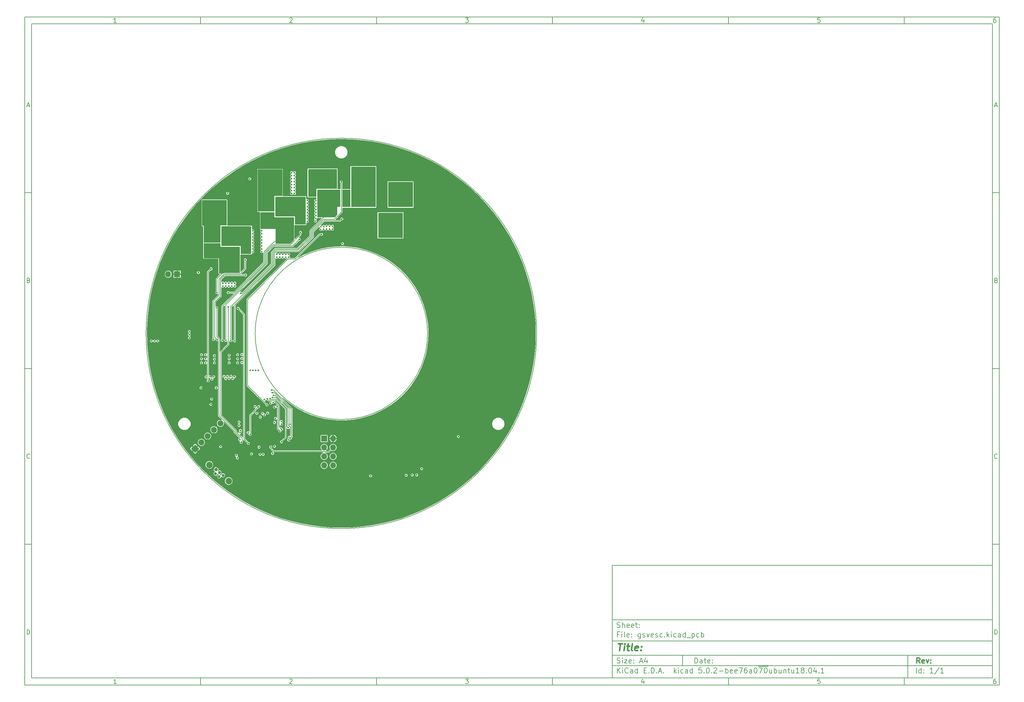
<source format=gbr>
%TF.GenerationSoftware,KiCad,Pcbnew,5.0.2-bee76a0~70~ubuntu18.04.1*%
%TF.CreationDate,2020-02-10T16:21:18+01:00*%
%TF.ProjectId,gsvesc,67737665-7363-42e6-9b69-6361645f7063,rev?*%
%TF.SameCoordinates,Original*%
%TF.FileFunction,Copper,L3,Inr*%
%TF.FilePolarity,Positive*%
%FSLAX45Y45*%
G04 Gerber Fmt 4.5, Leading zero omitted, Abs format (unit mm)*
G04 Created by KiCad (PCBNEW 5.0.2-bee76a0~70~ubuntu18.04.1) date Mo 10 Feb 2020 16:21:18 CET*
%MOMM*%
%LPD*%
G01*
G04 APERTURE LIST*
%ADD10C,0.100000*%
%ADD11C,0.150000*%
%ADD12C,0.300000*%
%ADD13C,0.400000*%
%ADD14C,0.200000*%
%ADD15R,1.700000X1.700000*%
%ADD16O,1.700000X1.700000*%
%ADD17C,1.700000*%
%ADD18C,1.700000*%
%ADD19C,1.850000*%
%ADD20C,0.840000*%
%ADD21C,0.500000*%
G04 APERTURE END LIST*
D10*
D11*
X17700220Y-16600720D02*
X17700220Y-19800720D01*
X28500220Y-19800720D01*
X28500220Y-16600720D01*
X17700220Y-16600720D01*
D10*
D11*
X1000000Y-1000000D02*
X1000000Y-20000720D01*
X28700220Y-20000720D01*
X28700220Y-1000000D01*
X1000000Y-1000000D01*
D10*
D11*
X1200000Y-1200000D02*
X1200000Y-19800720D01*
X28500220Y-19800720D01*
X28500220Y-1200000D01*
X1200000Y-1200000D01*
D10*
D11*
X6000000Y-1200000D02*
X6000000Y-1000000D01*
D10*
D11*
X11000000Y-1200000D02*
X11000000Y-1000000D01*
D10*
D11*
X16000000Y-1200000D02*
X16000000Y-1000000D01*
D10*
D11*
X21000000Y-1200000D02*
X21000000Y-1000000D01*
D10*
D11*
X26000000Y-1200000D02*
X26000000Y-1000000D01*
D10*
D11*
X3606548Y-1158810D02*
X3532262Y-1158810D01*
X3569405Y-1158810D02*
X3569405Y-1028809D01*
X3557024Y-1047381D01*
X3544643Y-1059762D01*
X3532262Y-1065952D01*
D10*
D11*
X8532262Y-1041190D02*
X8538452Y-1035000D01*
X8550833Y-1028809D01*
X8581786Y-1028809D01*
X8594167Y-1035000D01*
X8600357Y-1041190D01*
X8606548Y-1053571D01*
X8606548Y-1065952D01*
X8600357Y-1084524D01*
X8526071Y-1158810D01*
X8606548Y-1158810D01*
D10*
D11*
X13526071Y-1028809D02*
X13606548Y-1028809D01*
X13563214Y-1078333D01*
X13581786Y-1078333D01*
X13594167Y-1084524D01*
X13600357Y-1090714D01*
X13606548Y-1103095D01*
X13606548Y-1134048D01*
X13600357Y-1146429D01*
X13594167Y-1152619D01*
X13581786Y-1158810D01*
X13544643Y-1158810D01*
X13532262Y-1152619D01*
X13526071Y-1146429D01*
D10*
D11*
X18594167Y-1072143D02*
X18594167Y-1158810D01*
X18563214Y-1022619D02*
X18532262Y-1115476D01*
X18612738Y-1115476D01*
D10*
D11*
X23600357Y-1028809D02*
X23538452Y-1028809D01*
X23532262Y-1090714D01*
X23538452Y-1084524D01*
X23550833Y-1078333D01*
X23581786Y-1078333D01*
X23594167Y-1084524D01*
X23600357Y-1090714D01*
X23606548Y-1103095D01*
X23606548Y-1134048D01*
X23600357Y-1146429D01*
X23594167Y-1152619D01*
X23581786Y-1158810D01*
X23550833Y-1158810D01*
X23538452Y-1152619D01*
X23532262Y-1146429D01*
D10*
D11*
X28594167Y-1028809D02*
X28569405Y-1028809D01*
X28557024Y-1035000D01*
X28550833Y-1041190D01*
X28538452Y-1059762D01*
X28532262Y-1084524D01*
X28532262Y-1134048D01*
X28538452Y-1146429D01*
X28544643Y-1152619D01*
X28557024Y-1158810D01*
X28581786Y-1158810D01*
X28594167Y-1152619D01*
X28600357Y-1146429D01*
X28606548Y-1134048D01*
X28606548Y-1103095D01*
X28600357Y-1090714D01*
X28594167Y-1084524D01*
X28581786Y-1078333D01*
X28557024Y-1078333D01*
X28544643Y-1084524D01*
X28538452Y-1090714D01*
X28532262Y-1103095D01*
D10*
D11*
X6000000Y-19800720D02*
X6000000Y-20000720D01*
D10*
D11*
X11000000Y-19800720D02*
X11000000Y-20000720D01*
D10*
D11*
X16000000Y-19800720D02*
X16000000Y-20000720D01*
D10*
D11*
X21000000Y-19800720D02*
X21000000Y-20000720D01*
D10*
D11*
X26000000Y-19800720D02*
X26000000Y-20000720D01*
D10*
D11*
X3606548Y-19959530D02*
X3532262Y-19959530D01*
X3569405Y-19959530D02*
X3569405Y-19829530D01*
X3557024Y-19848101D01*
X3544643Y-19860482D01*
X3532262Y-19866672D01*
D10*
D11*
X8532262Y-19841910D02*
X8538452Y-19835720D01*
X8550833Y-19829530D01*
X8581786Y-19829530D01*
X8594167Y-19835720D01*
X8600357Y-19841910D01*
X8606548Y-19854291D01*
X8606548Y-19866672D01*
X8600357Y-19885244D01*
X8526071Y-19959530D01*
X8606548Y-19959530D01*
D10*
D11*
X13526071Y-19829530D02*
X13606548Y-19829530D01*
X13563214Y-19879053D01*
X13581786Y-19879053D01*
X13594167Y-19885244D01*
X13600357Y-19891434D01*
X13606548Y-19903815D01*
X13606548Y-19934768D01*
X13600357Y-19947149D01*
X13594167Y-19953339D01*
X13581786Y-19959530D01*
X13544643Y-19959530D01*
X13532262Y-19953339D01*
X13526071Y-19947149D01*
D10*
D11*
X18594167Y-19872863D02*
X18594167Y-19959530D01*
X18563214Y-19823339D02*
X18532262Y-19916196D01*
X18612738Y-19916196D01*
D10*
D11*
X23600357Y-19829530D02*
X23538452Y-19829530D01*
X23532262Y-19891434D01*
X23538452Y-19885244D01*
X23550833Y-19879053D01*
X23581786Y-19879053D01*
X23594167Y-19885244D01*
X23600357Y-19891434D01*
X23606548Y-19903815D01*
X23606548Y-19934768D01*
X23600357Y-19947149D01*
X23594167Y-19953339D01*
X23581786Y-19959530D01*
X23550833Y-19959530D01*
X23538452Y-19953339D01*
X23532262Y-19947149D01*
D10*
D11*
X28594167Y-19829530D02*
X28569405Y-19829530D01*
X28557024Y-19835720D01*
X28550833Y-19841910D01*
X28538452Y-19860482D01*
X28532262Y-19885244D01*
X28532262Y-19934768D01*
X28538452Y-19947149D01*
X28544643Y-19953339D01*
X28557024Y-19959530D01*
X28581786Y-19959530D01*
X28594167Y-19953339D01*
X28600357Y-19947149D01*
X28606548Y-19934768D01*
X28606548Y-19903815D01*
X28600357Y-19891434D01*
X28594167Y-19885244D01*
X28581786Y-19879053D01*
X28557024Y-19879053D01*
X28544643Y-19885244D01*
X28538452Y-19891434D01*
X28532262Y-19903815D01*
D10*
D11*
X1000000Y-6000000D02*
X1200000Y-6000000D01*
D10*
D11*
X1000000Y-11000000D02*
X1200000Y-11000000D01*
D10*
D11*
X1000000Y-16000000D02*
X1200000Y-16000000D01*
D10*
D11*
X1069048Y-3521667D02*
X1130952Y-3521667D01*
X1056667Y-3558809D02*
X1100000Y-3428809D01*
X1143333Y-3558809D01*
D10*
D11*
X1109286Y-8490714D02*
X1127857Y-8496905D01*
X1134048Y-8503095D01*
X1140238Y-8515476D01*
X1140238Y-8534048D01*
X1134048Y-8546429D01*
X1127857Y-8552619D01*
X1115476Y-8558810D01*
X1065952Y-8558810D01*
X1065952Y-8428810D01*
X1109286Y-8428810D01*
X1121667Y-8435000D01*
X1127857Y-8441190D01*
X1134048Y-8453571D01*
X1134048Y-8465952D01*
X1127857Y-8478333D01*
X1121667Y-8484524D01*
X1109286Y-8490714D01*
X1065952Y-8490714D01*
D10*
D11*
X1140238Y-13546428D02*
X1134048Y-13552619D01*
X1115476Y-13558809D01*
X1103095Y-13558809D01*
X1084524Y-13552619D01*
X1072143Y-13540238D01*
X1065952Y-13527857D01*
X1059762Y-13503095D01*
X1059762Y-13484524D01*
X1065952Y-13459762D01*
X1072143Y-13447381D01*
X1084524Y-13435000D01*
X1103095Y-13428809D01*
X1115476Y-13428809D01*
X1134048Y-13435000D01*
X1140238Y-13441190D01*
D10*
D11*
X1065952Y-18558810D02*
X1065952Y-18428810D01*
X1096905Y-18428810D01*
X1115476Y-18435000D01*
X1127857Y-18447381D01*
X1134048Y-18459762D01*
X1140238Y-18484524D01*
X1140238Y-18503095D01*
X1134048Y-18527857D01*
X1127857Y-18540238D01*
X1115476Y-18552619D01*
X1096905Y-18558810D01*
X1065952Y-18558810D01*
D10*
D11*
X28700220Y-6000000D02*
X28500220Y-6000000D01*
D10*
D11*
X28700220Y-11000000D02*
X28500220Y-11000000D01*
D10*
D11*
X28700220Y-16000000D02*
X28500220Y-16000000D01*
D10*
D11*
X28569268Y-3521667D02*
X28631172Y-3521667D01*
X28556887Y-3558809D02*
X28600220Y-3428809D01*
X28643553Y-3558809D01*
D10*
D11*
X28609506Y-8490714D02*
X28628077Y-8496905D01*
X28634268Y-8503095D01*
X28640458Y-8515476D01*
X28640458Y-8534048D01*
X28634268Y-8546429D01*
X28628077Y-8552619D01*
X28615696Y-8558810D01*
X28566172Y-8558810D01*
X28566172Y-8428810D01*
X28609506Y-8428810D01*
X28621887Y-8435000D01*
X28628077Y-8441190D01*
X28634268Y-8453571D01*
X28634268Y-8465952D01*
X28628077Y-8478333D01*
X28621887Y-8484524D01*
X28609506Y-8490714D01*
X28566172Y-8490714D01*
D10*
D11*
X28640458Y-13546428D02*
X28634268Y-13552619D01*
X28615696Y-13558809D01*
X28603315Y-13558809D01*
X28584744Y-13552619D01*
X28572363Y-13540238D01*
X28566172Y-13527857D01*
X28559982Y-13503095D01*
X28559982Y-13484524D01*
X28566172Y-13459762D01*
X28572363Y-13447381D01*
X28584744Y-13435000D01*
X28603315Y-13428809D01*
X28615696Y-13428809D01*
X28634268Y-13435000D01*
X28640458Y-13441190D01*
D10*
D11*
X28566172Y-18558810D02*
X28566172Y-18428810D01*
X28597125Y-18428810D01*
X28615696Y-18435000D01*
X28628077Y-18447381D01*
X28634268Y-18459762D01*
X28640458Y-18484524D01*
X28640458Y-18503095D01*
X28634268Y-18527857D01*
X28628077Y-18540238D01*
X28615696Y-18552619D01*
X28597125Y-18558810D01*
X28566172Y-18558810D01*
D10*
D11*
X20043434Y-19378577D02*
X20043434Y-19228577D01*
X20079149Y-19228577D01*
X20100577Y-19235720D01*
X20114863Y-19250006D01*
X20122006Y-19264291D01*
X20129149Y-19292863D01*
X20129149Y-19314291D01*
X20122006Y-19342863D01*
X20114863Y-19357149D01*
X20100577Y-19371434D01*
X20079149Y-19378577D01*
X20043434Y-19378577D01*
X20257720Y-19378577D02*
X20257720Y-19300006D01*
X20250577Y-19285720D01*
X20236291Y-19278577D01*
X20207720Y-19278577D01*
X20193434Y-19285720D01*
X20257720Y-19371434D02*
X20243434Y-19378577D01*
X20207720Y-19378577D01*
X20193434Y-19371434D01*
X20186291Y-19357149D01*
X20186291Y-19342863D01*
X20193434Y-19328577D01*
X20207720Y-19321434D01*
X20243434Y-19321434D01*
X20257720Y-19314291D01*
X20307720Y-19278577D02*
X20364863Y-19278577D01*
X20329149Y-19228577D02*
X20329149Y-19357149D01*
X20336291Y-19371434D01*
X20350577Y-19378577D01*
X20364863Y-19378577D01*
X20472006Y-19371434D02*
X20457720Y-19378577D01*
X20429149Y-19378577D01*
X20414863Y-19371434D01*
X20407720Y-19357149D01*
X20407720Y-19300006D01*
X20414863Y-19285720D01*
X20429149Y-19278577D01*
X20457720Y-19278577D01*
X20472006Y-19285720D01*
X20479149Y-19300006D01*
X20479149Y-19314291D01*
X20407720Y-19328577D01*
X20543434Y-19364291D02*
X20550577Y-19371434D01*
X20543434Y-19378577D01*
X20536291Y-19371434D01*
X20543434Y-19364291D01*
X20543434Y-19378577D01*
X20543434Y-19285720D02*
X20550577Y-19292863D01*
X20543434Y-19300006D01*
X20536291Y-19292863D01*
X20543434Y-19285720D01*
X20543434Y-19300006D01*
D10*
D11*
X17700220Y-19450720D02*
X28500220Y-19450720D01*
D10*
D11*
X17843434Y-19658577D02*
X17843434Y-19508577D01*
X17929149Y-19658577D02*
X17864863Y-19572863D01*
X17929149Y-19508577D02*
X17843434Y-19594291D01*
X17993434Y-19658577D02*
X17993434Y-19558577D01*
X17993434Y-19508577D02*
X17986291Y-19515720D01*
X17993434Y-19522863D01*
X18000577Y-19515720D01*
X17993434Y-19508577D01*
X17993434Y-19522863D01*
X18150577Y-19644291D02*
X18143434Y-19651434D01*
X18122006Y-19658577D01*
X18107720Y-19658577D01*
X18086291Y-19651434D01*
X18072006Y-19637149D01*
X18064863Y-19622863D01*
X18057720Y-19594291D01*
X18057720Y-19572863D01*
X18064863Y-19544291D01*
X18072006Y-19530006D01*
X18086291Y-19515720D01*
X18107720Y-19508577D01*
X18122006Y-19508577D01*
X18143434Y-19515720D01*
X18150577Y-19522863D01*
X18279149Y-19658577D02*
X18279149Y-19580006D01*
X18272006Y-19565720D01*
X18257720Y-19558577D01*
X18229149Y-19558577D01*
X18214863Y-19565720D01*
X18279149Y-19651434D02*
X18264863Y-19658577D01*
X18229149Y-19658577D01*
X18214863Y-19651434D01*
X18207720Y-19637149D01*
X18207720Y-19622863D01*
X18214863Y-19608577D01*
X18229149Y-19601434D01*
X18264863Y-19601434D01*
X18279149Y-19594291D01*
X18414863Y-19658577D02*
X18414863Y-19508577D01*
X18414863Y-19651434D02*
X18400577Y-19658577D01*
X18372006Y-19658577D01*
X18357720Y-19651434D01*
X18350577Y-19644291D01*
X18343434Y-19630006D01*
X18343434Y-19587149D01*
X18350577Y-19572863D01*
X18357720Y-19565720D01*
X18372006Y-19558577D01*
X18400577Y-19558577D01*
X18414863Y-19565720D01*
X18600577Y-19580006D02*
X18650577Y-19580006D01*
X18672006Y-19658577D02*
X18600577Y-19658577D01*
X18600577Y-19508577D01*
X18672006Y-19508577D01*
X18736291Y-19644291D02*
X18743434Y-19651434D01*
X18736291Y-19658577D01*
X18729149Y-19651434D01*
X18736291Y-19644291D01*
X18736291Y-19658577D01*
X18807720Y-19658577D02*
X18807720Y-19508577D01*
X18843434Y-19508577D01*
X18864863Y-19515720D01*
X18879149Y-19530006D01*
X18886291Y-19544291D01*
X18893434Y-19572863D01*
X18893434Y-19594291D01*
X18886291Y-19622863D01*
X18879149Y-19637149D01*
X18864863Y-19651434D01*
X18843434Y-19658577D01*
X18807720Y-19658577D01*
X18957720Y-19644291D02*
X18964863Y-19651434D01*
X18957720Y-19658577D01*
X18950577Y-19651434D01*
X18957720Y-19644291D01*
X18957720Y-19658577D01*
X19022006Y-19615720D02*
X19093434Y-19615720D01*
X19007720Y-19658577D02*
X19057720Y-19508577D01*
X19107720Y-19658577D01*
X19157720Y-19644291D02*
X19164863Y-19651434D01*
X19157720Y-19658577D01*
X19150577Y-19651434D01*
X19157720Y-19644291D01*
X19157720Y-19658577D01*
X19457720Y-19658577D02*
X19457720Y-19508577D01*
X19472006Y-19601434D02*
X19514863Y-19658577D01*
X19514863Y-19558577D02*
X19457720Y-19615720D01*
X19579149Y-19658577D02*
X19579149Y-19558577D01*
X19579149Y-19508577D02*
X19572006Y-19515720D01*
X19579149Y-19522863D01*
X19586291Y-19515720D01*
X19579149Y-19508577D01*
X19579149Y-19522863D01*
X19714863Y-19651434D02*
X19700577Y-19658577D01*
X19672006Y-19658577D01*
X19657720Y-19651434D01*
X19650577Y-19644291D01*
X19643434Y-19630006D01*
X19643434Y-19587149D01*
X19650577Y-19572863D01*
X19657720Y-19565720D01*
X19672006Y-19558577D01*
X19700577Y-19558577D01*
X19714863Y-19565720D01*
X19843434Y-19658577D02*
X19843434Y-19580006D01*
X19836291Y-19565720D01*
X19822006Y-19558577D01*
X19793434Y-19558577D01*
X19779149Y-19565720D01*
X19843434Y-19651434D02*
X19829149Y-19658577D01*
X19793434Y-19658577D01*
X19779149Y-19651434D01*
X19772006Y-19637149D01*
X19772006Y-19622863D01*
X19779149Y-19608577D01*
X19793434Y-19601434D01*
X19829149Y-19601434D01*
X19843434Y-19594291D01*
X19979149Y-19658577D02*
X19979149Y-19508577D01*
X19979149Y-19651434D02*
X19964863Y-19658577D01*
X19936291Y-19658577D01*
X19922006Y-19651434D01*
X19914863Y-19644291D01*
X19907720Y-19630006D01*
X19907720Y-19587149D01*
X19914863Y-19572863D01*
X19922006Y-19565720D01*
X19936291Y-19558577D01*
X19964863Y-19558577D01*
X19979149Y-19565720D01*
X20236291Y-19508577D02*
X20164863Y-19508577D01*
X20157720Y-19580006D01*
X20164863Y-19572863D01*
X20179149Y-19565720D01*
X20214863Y-19565720D01*
X20229149Y-19572863D01*
X20236291Y-19580006D01*
X20243434Y-19594291D01*
X20243434Y-19630006D01*
X20236291Y-19644291D01*
X20229149Y-19651434D01*
X20214863Y-19658577D01*
X20179149Y-19658577D01*
X20164863Y-19651434D01*
X20157720Y-19644291D01*
X20307720Y-19644291D02*
X20314863Y-19651434D01*
X20307720Y-19658577D01*
X20300577Y-19651434D01*
X20307720Y-19644291D01*
X20307720Y-19658577D01*
X20407720Y-19508577D02*
X20422006Y-19508577D01*
X20436291Y-19515720D01*
X20443434Y-19522863D01*
X20450577Y-19537149D01*
X20457720Y-19565720D01*
X20457720Y-19601434D01*
X20450577Y-19630006D01*
X20443434Y-19644291D01*
X20436291Y-19651434D01*
X20422006Y-19658577D01*
X20407720Y-19658577D01*
X20393434Y-19651434D01*
X20386291Y-19644291D01*
X20379149Y-19630006D01*
X20372006Y-19601434D01*
X20372006Y-19565720D01*
X20379149Y-19537149D01*
X20386291Y-19522863D01*
X20393434Y-19515720D01*
X20407720Y-19508577D01*
X20522006Y-19644291D02*
X20529149Y-19651434D01*
X20522006Y-19658577D01*
X20514863Y-19651434D01*
X20522006Y-19644291D01*
X20522006Y-19658577D01*
X20586291Y-19522863D02*
X20593434Y-19515720D01*
X20607720Y-19508577D01*
X20643434Y-19508577D01*
X20657720Y-19515720D01*
X20664863Y-19522863D01*
X20672006Y-19537149D01*
X20672006Y-19551434D01*
X20664863Y-19572863D01*
X20579149Y-19658577D01*
X20672006Y-19658577D01*
X20736291Y-19601434D02*
X20850577Y-19601434D01*
X20922006Y-19658577D02*
X20922006Y-19508577D01*
X20922006Y-19565720D02*
X20936291Y-19558577D01*
X20964863Y-19558577D01*
X20979149Y-19565720D01*
X20986291Y-19572863D01*
X20993434Y-19587149D01*
X20993434Y-19630006D01*
X20986291Y-19644291D01*
X20979149Y-19651434D01*
X20964863Y-19658577D01*
X20936291Y-19658577D01*
X20922006Y-19651434D01*
X21114863Y-19651434D02*
X21100577Y-19658577D01*
X21072006Y-19658577D01*
X21057720Y-19651434D01*
X21050577Y-19637149D01*
X21050577Y-19580006D01*
X21057720Y-19565720D01*
X21072006Y-19558577D01*
X21100577Y-19558577D01*
X21114863Y-19565720D01*
X21122006Y-19580006D01*
X21122006Y-19594291D01*
X21050577Y-19608577D01*
X21243434Y-19651434D02*
X21229149Y-19658577D01*
X21200577Y-19658577D01*
X21186291Y-19651434D01*
X21179149Y-19637149D01*
X21179149Y-19580006D01*
X21186291Y-19565720D01*
X21200577Y-19558577D01*
X21229149Y-19558577D01*
X21243434Y-19565720D01*
X21250577Y-19580006D01*
X21250577Y-19594291D01*
X21179149Y-19608577D01*
X21300577Y-19508577D02*
X21400577Y-19508577D01*
X21336291Y-19658577D01*
X21522006Y-19508577D02*
X21493434Y-19508577D01*
X21479149Y-19515720D01*
X21472006Y-19522863D01*
X21457720Y-19544291D01*
X21450577Y-19572863D01*
X21450577Y-19630006D01*
X21457720Y-19644291D01*
X21464863Y-19651434D01*
X21479149Y-19658577D01*
X21507720Y-19658577D01*
X21522006Y-19651434D01*
X21529149Y-19644291D01*
X21536291Y-19630006D01*
X21536291Y-19594291D01*
X21529149Y-19580006D01*
X21522006Y-19572863D01*
X21507720Y-19565720D01*
X21479149Y-19565720D01*
X21464863Y-19572863D01*
X21457720Y-19580006D01*
X21450577Y-19594291D01*
X21664863Y-19658577D02*
X21664863Y-19580006D01*
X21657720Y-19565720D01*
X21643434Y-19558577D01*
X21614863Y-19558577D01*
X21600577Y-19565720D01*
X21664863Y-19651434D02*
X21650577Y-19658577D01*
X21614863Y-19658577D01*
X21600577Y-19651434D01*
X21593434Y-19637149D01*
X21593434Y-19622863D01*
X21600577Y-19608577D01*
X21614863Y-19601434D01*
X21650577Y-19601434D01*
X21664863Y-19594291D01*
X21764863Y-19508577D02*
X21779149Y-19508577D01*
X21793434Y-19515720D01*
X21800577Y-19522863D01*
X21807720Y-19537149D01*
X21814863Y-19565720D01*
X21814863Y-19601434D01*
X21807720Y-19630006D01*
X21800577Y-19644291D01*
X21793434Y-19651434D01*
X21779149Y-19658577D01*
X21764863Y-19658577D01*
X21750577Y-19651434D01*
X21743434Y-19644291D01*
X21736291Y-19630006D01*
X21729149Y-19601434D01*
X21729149Y-19565720D01*
X21736291Y-19537149D01*
X21743434Y-19522863D01*
X21750577Y-19515720D01*
X21764863Y-19508577D01*
X21843434Y-19467720D02*
X21986291Y-19467720D01*
X21864863Y-19508577D02*
X21964863Y-19508577D01*
X21900577Y-19658577D01*
X21986291Y-19467720D02*
X22129149Y-19467720D01*
X22050577Y-19508577D02*
X22064863Y-19508577D01*
X22079149Y-19515720D01*
X22086291Y-19522863D01*
X22093434Y-19537149D01*
X22100577Y-19565720D01*
X22100577Y-19601434D01*
X22093434Y-19630006D01*
X22086291Y-19644291D01*
X22079149Y-19651434D01*
X22064863Y-19658577D01*
X22050577Y-19658577D01*
X22036291Y-19651434D01*
X22029149Y-19644291D01*
X22022006Y-19630006D01*
X22014863Y-19601434D01*
X22014863Y-19565720D01*
X22022006Y-19537149D01*
X22029149Y-19522863D01*
X22036291Y-19515720D01*
X22050577Y-19508577D01*
X22229149Y-19558577D02*
X22229149Y-19658577D01*
X22164863Y-19558577D02*
X22164863Y-19637149D01*
X22172006Y-19651434D01*
X22186291Y-19658577D01*
X22207720Y-19658577D01*
X22222006Y-19651434D01*
X22229149Y-19644291D01*
X22300577Y-19658577D02*
X22300577Y-19508577D01*
X22300577Y-19565720D02*
X22314863Y-19558577D01*
X22343434Y-19558577D01*
X22357720Y-19565720D01*
X22364863Y-19572863D01*
X22372006Y-19587149D01*
X22372006Y-19630006D01*
X22364863Y-19644291D01*
X22357720Y-19651434D01*
X22343434Y-19658577D01*
X22314863Y-19658577D01*
X22300577Y-19651434D01*
X22500577Y-19558577D02*
X22500577Y-19658577D01*
X22436291Y-19558577D02*
X22436291Y-19637149D01*
X22443434Y-19651434D01*
X22457720Y-19658577D01*
X22479148Y-19658577D01*
X22493434Y-19651434D01*
X22500577Y-19644291D01*
X22572006Y-19558577D02*
X22572006Y-19658577D01*
X22572006Y-19572863D02*
X22579148Y-19565720D01*
X22593434Y-19558577D01*
X22614863Y-19558577D01*
X22629148Y-19565720D01*
X22636291Y-19580006D01*
X22636291Y-19658577D01*
X22686291Y-19558577D02*
X22743434Y-19558577D01*
X22707720Y-19508577D02*
X22707720Y-19637149D01*
X22714863Y-19651434D01*
X22729148Y-19658577D01*
X22743434Y-19658577D01*
X22857720Y-19558577D02*
X22857720Y-19658577D01*
X22793434Y-19558577D02*
X22793434Y-19637149D01*
X22800577Y-19651434D01*
X22814863Y-19658577D01*
X22836291Y-19658577D01*
X22850577Y-19651434D01*
X22857720Y-19644291D01*
X23007720Y-19658577D02*
X22922006Y-19658577D01*
X22964863Y-19658577D02*
X22964863Y-19508577D01*
X22950577Y-19530006D01*
X22936291Y-19544291D01*
X22922006Y-19551434D01*
X23093434Y-19572863D02*
X23079148Y-19565720D01*
X23072006Y-19558577D01*
X23064863Y-19544291D01*
X23064863Y-19537149D01*
X23072006Y-19522863D01*
X23079148Y-19515720D01*
X23093434Y-19508577D01*
X23122006Y-19508577D01*
X23136291Y-19515720D01*
X23143434Y-19522863D01*
X23150577Y-19537149D01*
X23150577Y-19544291D01*
X23143434Y-19558577D01*
X23136291Y-19565720D01*
X23122006Y-19572863D01*
X23093434Y-19572863D01*
X23079148Y-19580006D01*
X23072006Y-19587149D01*
X23064863Y-19601434D01*
X23064863Y-19630006D01*
X23072006Y-19644291D01*
X23079148Y-19651434D01*
X23093434Y-19658577D01*
X23122006Y-19658577D01*
X23136291Y-19651434D01*
X23143434Y-19644291D01*
X23150577Y-19630006D01*
X23150577Y-19601434D01*
X23143434Y-19587149D01*
X23136291Y-19580006D01*
X23122006Y-19572863D01*
X23214863Y-19644291D02*
X23222006Y-19651434D01*
X23214863Y-19658577D01*
X23207720Y-19651434D01*
X23214863Y-19644291D01*
X23214863Y-19658577D01*
X23314863Y-19508577D02*
X23329148Y-19508577D01*
X23343434Y-19515720D01*
X23350577Y-19522863D01*
X23357720Y-19537149D01*
X23364863Y-19565720D01*
X23364863Y-19601434D01*
X23357720Y-19630006D01*
X23350577Y-19644291D01*
X23343434Y-19651434D01*
X23329148Y-19658577D01*
X23314863Y-19658577D01*
X23300577Y-19651434D01*
X23293434Y-19644291D01*
X23286291Y-19630006D01*
X23279148Y-19601434D01*
X23279148Y-19565720D01*
X23286291Y-19537149D01*
X23293434Y-19522863D01*
X23300577Y-19515720D01*
X23314863Y-19508577D01*
X23493434Y-19558577D02*
X23493434Y-19658577D01*
X23457720Y-19501434D02*
X23422006Y-19608577D01*
X23514863Y-19608577D01*
X23572006Y-19644291D02*
X23579148Y-19651434D01*
X23572006Y-19658577D01*
X23564863Y-19651434D01*
X23572006Y-19644291D01*
X23572006Y-19658577D01*
X23722006Y-19658577D02*
X23636291Y-19658577D01*
X23679148Y-19658577D02*
X23679148Y-19508577D01*
X23664863Y-19530006D01*
X23650577Y-19544291D01*
X23636291Y-19551434D01*
D10*
D11*
X17700220Y-19150720D02*
X28500220Y-19150720D01*
D10*
D12*
X26441148Y-19378577D02*
X26391148Y-19307149D01*
X26355434Y-19378577D02*
X26355434Y-19228577D01*
X26412577Y-19228577D01*
X26426863Y-19235720D01*
X26434006Y-19242863D01*
X26441148Y-19257149D01*
X26441148Y-19278577D01*
X26434006Y-19292863D01*
X26426863Y-19300006D01*
X26412577Y-19307149D01*
X26355434Y-19307149D01*
X26562577Y-19371434D02*
X26548291Y-19378577D01*
X26519720Y-19378577D01*
X26505434Y-19371434D01*
X26498291Y-19357149D01*
X26498291Y-19300006D01*
X26505434Y-19285720D01*
X26519720Y-19278577D01*
X26548291Y-19278577D01*
X26562577Y-19285720D01*
X26569720Y-19300006D01*
X26569720Y-19314291D01*
X26498291Y-19328577D01*
X26619720Y-19278577D02*
X26655434Y-19378577D01*
X26691148Y-19278577D01*
X26748291Y-19364291D02*
X26755434Y-19371434D01*
X26748291Y-19378577D01*
X26741148Y-19371434D01*
X26748291Y-19364291D01*
X26748291Y-19378577D01*
X26748291Y-19285720D02*
X26755434Y-19292863D01*
X26748291Y-19300006D01*
X26741148Y-19292863D01*
X26748291Y-19285720D01*
X26748291Y-19300006D01*
D10*
D11*
X17836291Y-19371434D02*
X17857720Y-19378577D01*
X17893434Y-19378577D01*
X17907720Y-19371434D01*
X17914863Y-19364291D01*
X17922006Y-19350006D01*
X17922006Y-19335720D01*
X17914863Y-19321434D01*
X17907720Y-19314291D01*
X17893434Y-19307149D01*
X17864863Y-19300006D01*
X17850577Y-19292863D01*
X17843434Y-19285720D01*
X17836291Y-19271434D01*
X17836291Y-19257149D01*
X17843434Y-19242863D01*
X17850577Y-19235720D01*
X17864863Y-19228577D01*
X17900577Y-19228577D01*
X17922006Y-19235720D01*
X17986291Y-19378577D02*
X17986291Y-19278577D01*
X17986291Y-19228577D02*
X17979149Y-19235720D01*
X17986291Y-19242863D01*
X17993434Y-19235720D01*
X17986291Y-19228577D01*
X17986291Y-19242863D01*
X18043434Y-19278577D02*
X18122006Y-19278577D01*
X18043434Y-19378577D01*
X18122006Y-19378577D01*
X18236291Y-19371434D02*
X18222006Y-19378577D01*
X18193434Y-19378577D01*
X18179149Y-19371434D01*
X18172006Y-19357149D01*
X18172006Y-19300006D01*
X18179149Y-19285720D01*
X18193434Y-19278577D01*
X18222006Y-19278577D01*
X18236291Y-19285720D01*
X18243434Y-19300006D01*
X18243434Y-19314291D01*
X18172006Y-19328577D01*
X18307720Y-19364291D02*
X18314863Y-19371434D01*
X18307720Y-19378577D01*
X18300577Y-19371434D01*
X18307720Y-19364291D01*
X18307720Y-19378577D01*
X18307720Y-19285720D02*
X18314863Y-19292863D01*
X18307720Y-19300006D01*
X18300577Y-19292863D01*
X18307720Y-19285720D01*
X18307720Y-19300006D01*
X18486291Y-19335720D02*
X18557720Y-19335720D01*
X18472006Y-19378577D02*
X18522006Y-19228577D01*
X18572006Y-19378577D01*
X18686291Y-19278577D02*
X18686291Y-19378577D01*
X18650577Y-19221434D02*
X18614863Y-19328577D01*
X18707720Y-19328577D01*
D10*
D11*
X26343434Y-19658577D02*
X26343434Y-19508577D01*
X26479148Y-19658577D02*
X26479148Y-19508577D01*
X26479148Y-19651434D02*
X26464863Y-19658577D01*
X26436291Y-19658577D01*
X26422006Y-19651434D01*
X26414863Y-19644291D01*
X26407720Y-19630006D01*
X26407720Y-19587149D01*
X26414863Y-19572863D01*
X26422006Y-19565720D01*
X26436291Y-19558577D01*
X26464863Y-19558577D01*
X26479148Y-19565720D01*
X26550577Y-19644291D02*
X26557720Y-19651434D01*
X26550577Y-19658577D01*
X26543434Y-19651434D01*
X26550577Y-19644291D01*
X26550577Y-19658577D01*
X26550577Y-19565720D02*
X26557720Y-19572863D01*
X26550577Y-19580006D01*
X26543434Y-19572863D01*
X26550577Y-19565720D01*
X26550577Y-19580006D01*
X26814863Y-19658577D02*
X26729148Y-19658577D01*
X26772006Y-19658577D02*
X26772006Y-19508577D01*
X26757720Y-19530006D01*
X26743434Y-19544291D01*
X26729148Y-19551434D01*
X26986291Y-19501434D02*
X26857720Y-19694291D01*
X27114863Y-19658577D02*
X27029148Y-19658577D01*
X27072006Y-19658577D02*
X27072006Y-19508577D01*
X27057720Y-19530006D01*
X27043434Y-19544291D01*
X27029148Y-19551434D01*
D10*
D11*
X17700220Y-18750720D02*
X28500220Y-18750720D01*
D10*
D13*
X17871458Y-18821196D02*
X17985744Y-18821196D01*
X17903601Y-19021196D02*
X17928601Y-18821196D01*
X18027410Y-19021196D02*
X18044077Y-18887863D01*
X18052410Y-18821196D02*
X18041696Y-18830720D01*
X18050030Y-18840244D01*
X18060744Y-18830720D01*
X18052410Y-18821196D01*
X18050030Y-18840244D01*
X18110744Y-18887863D02*
X18186934Y-18887863D01*
X18147649Y-18821196D02*
X18126220Y-18992625D01*
X18133363Y-19011672D01*
X18151220Y-19021196D01*
X18170268Y-19021196D01*
X18265506Y-19021196D02*
X18247649Y-19011672D01*
X18240506Y-18992625D01*
X18261934Y-18821196D01*
X18419077Y-19011672D02*
X18398839Y-19021196D01*
X18360744Y-19021196D01*
X18342887Y-19011672D01*
X18335744Y-18992625D01*
X18345268Y-18916434D01*
X18357172Y-18897387D01*
X18377410Y-18887863D01*
X18415506Y-18887863D01*
X18433363Y-18897387D01*
X18440506Y-18916434D01*
X18438125Y-18935482D01*
X18340506Y-18954530D01*
X18515506Y-19002149D02*
X18523839Y-19011672D01*
X18513125Y-19021196D01*
X18504791Y-19011672D01*
X18515506Y-19002149D01*
X18513125Y-19021196D01*
X18528601Y-18897387D02*
X18536934Y-18906910D01*
X18526220Y-18916434D01*
X18517887Y-18906910D01*
X18528601Y-18897387D01*
X18526220Y-18916434D01*
D10*
D11*
X17893434Y-18560006D02*
X17843434Y-18560006D01*
X17843434Y-18638577D02*
X17843434Y-18488577D01*
X17914863Y-18488577D01*
X17972006Y-18638577D02*
X17972006Y-18538577D01*
X17972006Y-18488577D02*
X17964863Y-18495720D01*
X17972006Y-18502863D01*
X17979149Y-18495720D01*
X17972006Y-18488577D01*
X17972006Y-18502863D01*
X18064863Y-18638577D02*
X18050577Y-18631434D01*
X18043434Y-18617149D01*
X18043434Y-18488577D01*
X18179149Y-18631434D02*
X18164863Y-18638577D01*
X18136291Y-18638577D01*
X18122006Y-18631434D01*
X18114863Y-18617149D01*
X18114863Y-18560006D01*
X18122006Y-18545720D01*
X18136291Y-18538577D01*
X18164863Y-18538577D01*
X18179149Y-18545720D01*
X18186291Y-18560006D01*
X18186291Y-18574291D01*
X18114863Y-18588577D01*
X18250577Y-18624291D02*
X18257720Y-18631434D01*
X18250577Y-18638577D01*
X18243434Y-18631434D01*
X18250577Y-18624291D01*
X18250577Y-18638577D01*
X18250577Y-18545720D02*
X18257720Y-18552863D01*
X18250577Y-18560006D01*
X18243434Y-18552863D01*
X18250577Y-18545720D01*
X18250577Y-18560006D01*
X18500577Y-18538577D02*
X18500577Y-18660006D01*
X18493434Y-18674291D01*
X18486291Y-18681434D01*
X18472006Y-18688577D01*
X18450577Y-18688577D01*
X18436291Y-18681434D01*
X18500577Y-18631434D02*
X18486291Y-18638577D01*
X18457720Y-18638577D01*
X18443434Y-18631434D01*
X18436291Y-18624291D01*
X18429149Y-18610006D01*
X18429149Y-18567149D01*
X18436291Y-18552863D01*
X18443434Y-18545720D01*
X18457720Y-18538577D01*
X18486291Y-18538577D01*
X18500577Y-18545720D01*
X18564863Y-18631434D02*
X18579149Y-18638577D01*
X18607720Y-18638577D01*
X18622006Y-18631434D01*
X18629149Y-18617149D01*
X18629149Y-18610006D01*
X18622006Y-18595720D01*
X18607720Y-18588577D01*
X18586291Y-18588577D01*
X18572006Y-18581434D01*
X18564863Y-18567149D01*
X18564863Y-18560006D01*
X18572006Y-18545720D01*
X18586291Y-18538577D01*
X18607720Y-18538577D01*
X18622006Y-18545720D01*
X18679149Y-18538577D02*
X18714863Y-18638577D01*
X18750577Y-18538577D01*
X18864863Y-18631434D02*
X18850577Y-18638577D01*
X18822006Y-18638577D01*
X18807720Y-18631434D01*
X18800577Y-18617149D01*
X18800577Y-18560006D01*
X18807720Y-18545720D01*
X18822006Y-18538577D01*
X18850577Y-18538577D01*
X18864863Y-18545720D01*
X18872006Y-18560006D01*
X18872006Y-18574291D01*
X18800577Y-18588577D01*
X18929149Y-18631434D02*
X18943434Y-18638577D01*
X18972006Y-18638577D01*
X18986291Y-18631434D01*
X18993434Y-18617149D01*
X18993434Y-18610006D01*
X18986291Y-18595720D01*
X18972006Y-18588577D01*
X18950577Y-18588577D01*
X18936291Y-18581434D01*
X18929149Y-18567149D01*
X18929149Y-18560006D01*
X18936291Y-18545720D01*
X18950577Y-18538577D01*
X18972006Y-18538577D01*
X18986291Y-18545720D01*
X19122006Y-18631434D02*
X19107720Y-18638577D01*
X19079149Y-18638577D01*
X19064863Y-18631434D01*
X19057720Y-18624291D01*
X19050577Y-18610006D01*
X19050577Y-18567149D01*
X19057720Y-18552863D01*
X19064863Y-18545720D01*
X19079149Y-18538577D01*
X19107720Y-18538577D01*
X19122006Y-18545720D01*
X19186291Y-18624291D02*
X19193434Y-18631434D01*
X19186291Y-18638577D01*
X19179149Y-18631434D01*
X19186291Y-18624291D01*
X19186291Y-18638577D01*
X19257720Y-18638577D02*
X19257720Y-18488577D01*
X19272006Y-18581434D02*
X19314863Y-18638577D01*
X19314863Y-18538577D02*
X19257720Y-18595720D01*
X19379149Y-18638577D02*
X19379149Y-18538577D01*
X19379149Y-18488577D02*
X19372006Y-18495720D01*
X19379149Y-18502863D01*
X19386291Y-18495720D01*
X19379149Y-18488577D01*
X19379149Y-18502863D01*
X19514863Y-18631434D02*
X19500577Y-18638577D01*
X19472006Y-18638577D01*
X19457720Y-18631434D01*
X19450577Y-18624291D01*
X19443434Y-18610006D01*
X19443434Y-18567149D01*
X19450577Y-18552863D01*
X19457720Y-18545720D01*
X19472006Y-18538577D01*
X19500577Y-18538577D01*
X19514863Y-18545720D01*
X19643434Y-18638577D02*
X19643434Y-18560006D01*
X19636291Y-18545720D01*
X19622006Y-18538577D01*
X19593434Y-18538577D01*
X19579149Y-18545720D01*
X19643434Y-18631434D02*
X19629149Y-18638577D01*
X19593434Y-18638577D01*
X19579149Y-18631434D01*
X19572006Y-18617149D01*
X19572006Y-18602863D01*
X19579149Y-18588577D01*
X19593434Y-18581434D01*
X19629149Y-18581434D01*
X19643434Y-18574291D01*
X19779149Y-18638577D02*
X19779149Y-18488577D01*
X19779149Y-18631434D02*
X19764863Y-18638577D01*
X19736291Y-18638577D01*
X19722006Y-18631434D01*
X19714863Y-18624291D01*
X19707720Y-18610006D01*
X19707720Y-18567149D01*
X19714863Y-18552863D01*
X19722006Y-18545720D01*
X19736291Y-18538577D01*
X19764863Y-18538577D01*
X19779149Y-18545720D01*
X19814863Y-18652863D02*
X19929149Y-18652863D01*
X19964863Y-18538577D02*
X19964863Y-18688577D01*
X19964863Y-18545720D02*
X19979149Y-18538577D01*
X20007720Y-18538577D01*
X20022006Y-18545720D01*
X20029149Y-18552863D01*
X20036291Y-18567149D01*
X20036291Y-18610006D01*
X20029149Y-18624291D01*
X20022006Y-18631434D01*
X20007720Y-18638577D01*
X19979149Y-18638577D01*
X19964863Y-18631434D01*
X20164863Y-18631434D02*
X20150577Y-18638577D01*
X20122006Y-18638577D01*
X20107720Y-18631434D01*
X20100577Y-18624291D01*
X20093434Y-18610006D01*
X20093434Y-18567149D01*
X20100577Y-18552863D01*
X20107720Y-18545720D01*
X20122006Y-18538577D01*
X20150577Y-18538577D01*
X20164863Y-18545720D01*
X20229149Y-18638577D02*
X20229149Y-18488577D01*
X20229149Y-18545720D02*
X20243434Y-18538577D01*
X20272006Y-18538577D01*
X20286291Y-18545720D01*
X20293434Y-18552863D01*
X20300577Y-18567149D01*
X20300577Y-18610006D01*
X20293434Y-18624291D01*
X20286291Y-18631434D01*
X20272006Y-18638577D01*
X20243434Y-18638577D01*
X20229149Y-18631434D01*
D10*
D11*
X17700220Y-18150720D02*
X28500220Y-18150720D01*
D10*
D11*
X17836291Y-18361434D02*
X17857720Y-18368577D01*
X17893434Y-18368577D01*
X17907720Y-18361434D01*
X17914863Y-18354291D01*
X17922006Y-18340006D01*
X17922006Y-18325720D01*
X17914863Y-18311434D01*
X17907720Y-18304291D01*
X17893434Y-18297149D01*
X17864863Y-18290006D01*
X17850577Y-18282863D01*
X17843434Y-18275720D01*
X17836291Y-18261434D01*
X17836291Y-18247149D01*
X17843434Y-18232863D01*
X17850577Y-18225720D01*
X17864863Y-18218577D01*
X17900577Y-18218577D01*
X17922006Y-18225720D01*
X17986291Y-18368577D02*
X17986291Y-18218577D01*
X18050577Y-18368577D02*
X18050577Y-18290006D01*
X18043434Y-18275720D01*
X18029149Y-18268577D01*
X18007720Y-18268577D01*
X17993434Y-18275720D01*
X17986291Y-18282863D01*
X18179149Y-18361434D02*
X18164863Y-18368577D01*
X18136291Y-18368577D01*
X18122006Y-18361434D01*
X18114863Y-18347149D01*
X18114863Y-18290006D01*
X18122006Y-18275720D01*
X18136291Y-18268577D01*
X18164863Y-18268577D01*
X18179149Y-18275720D01*
X18186291Y-18290006D01*
X18186291Y-18304291D01*
X18114863Y-18318577D01*
X18307720Y-18361434D02*
X18293434Y-18368577D01*
X18264863Y-18368577D01*
X18250577Y-18361434D01*
X18243434Y-18347149D01*
X18243434Y-18290006D01*
X18250577Y-18275720D01*
X18264863Y-18268577D01*
X18293434Y-18268577D01*
X18307720Y-18275720D01*
X18314863Y-18290006D01*
X18314863Y-18304291D01*
X18243434Y-18318577D01*
X18357720Y-18268577D02*
X18414863Y-18268577D01*
X18379149Y-18218577D02*
X18379149Y-18347149D01*
X18386291Y-18361434D01*
X18400577Y-18368577D01*
X18414863Y-18368577D01*
X18464863Y-18354291D02*
X18472006Y-18361434D01*
X18464863Y-18368577D01*
X18457720Y-18361434D01*
X18464863Y-18354291D01*
X18464863Y-18368577D01*
X18464863Y-18275720D02*
X18472006Y-18282863D01*
X18464863Y-18290006D01*
X18457720Y-18282863D01*
X18464863Y-18275720D01*
X18464863Y-18290006D01*
D10*
D11*
X19700220Y-19150720D02*
X19700220Y-19450720D01*
D10*
D11*
X26100220Y-19150720D02*
X26100220Y-19800720D01*
D14*
X12450000Y-10000000D02*
G75*
G03X12450000Y-10000000I-2450000J0D01*
G01*
X15550000Y-10000000D02*
G75*
G03X15550000Y-10000000I-5550000J0D01*
G01*
D15*
X5332730Y-8317230D03*
D16*
X5078730Y-8317230D03*
D17*
X6561890Y-12561770D03*
D18*
X6561890Y-12561770D02*
X6561890Y-12561770D01*
D17*
X6382285Y-12741375D03*
D18*
X6382285Y-12741375D02*
X6382285Y-12741375D01*
D17*
X6202680Y-12920980D03*
D18*
X6202680Y-12920980D02*
X6202680Y-12920980D01*
D17*
X6023075Y-13100585D03*
D18*
X6023075Y-13100585D02*
X6023075Y-13100585D01*
D17*
X5843470Y-13280190D03*
D10*
G36*
X5963678Y-13280190D02*
X5843470Y-13400398D01*
X5723262Y-13280190D01*
X5843470Y-13159982D01*
X5963678Y-13280190D01*
X5963678Y-13280190D01*
G37*
D19*
X6798205Y-14201152D03*
X6250484Y-13741559D03*
D20*
X6638072Y-14038065D03*
X6524000Y-14072888D03*
X6538486Y-13954502D03*
X6424414Y-13989326D03*
X6438900Y-13870940D03*
D10*
G36*
X6379729Y-13876117D02*
X6433723Y-13811769D01*
X6498071Y-13865763D01*
X6444077Y-13930111D01*
X6379729Y-13876117D01*
X6379729Y-13876117D01*
G37*
D16*
X9763760Y-13754100D03*
X9509760Y-13754100D03*
X9763760Y-13500100D03*
X9509760Y-13500100D03*
X9763760Y-13246100D03*
X9509760Y-13246100D03*
X9763760Y-12992100D03*
D15*
X9509760Y-12992100D03*
D21*
X13327380Y-12933680D03*
X7597160Y-12273280D03*
X6393180Y-10634980D03*
X6139180Y-10609580D03*
X6024880Y-10609580D03*
X6024880Y-10723880D03*
X6139180Y-10723880D03*
X6024880Y-10838180D03*
X6139180Y-10838180D03*
X6393180Y-10736580D03*
X6393180Y-10838180D03*
X6812280Y-10622280D03*
X6812280Y-10723880D03*
X6812280Y-10838180D03*
X7053580Y-10609580D03*
X7053580Y-10723880D03*
X7053580Y-10838180D03*
X11092180Y-6634480D03*
X11177180Y-6634480D03*
X11262180Y-6634480D03*
X11347180Y-6634480D03*
X11432180Y-6634480D03*
X11517180Y-6634480D03*
X11602180Y-6634480D03*
X11687180Y-6634480D03*
X11092180Y-6719480D03*
X11177180Y-6719480D03*
X11262180Y-6719480D03*
X11347180Y-6719480D03*
X11432180Y-6719480D03*
X11517180Y-6719480D03*
X11602180Y-6719480D03*
X11687180Y-6719480D03*
X11092180Y-6804480D03*
X11177180Y-6804480D03*
X11262180Y-6804480D03*
X11347180Y-6804480D03*
X11432180Y-6804480D03*
X11517180Y-6804480D03*
X11602180Y-6804480D03*
X11687180Y-6804480D03*
X11092180Y-6889480D03*
X11177180Y-6889480D03*
X11262180Y-6889480D03*
X11347180Y-6889480D03*
X11432180Y-6889480D03*
X11517180Y-6889480D03*
X11602180Y-6889480D03*
X11687180Y-6889480D03*
X11092180Y-6974480D03*
X11177180Y-6974480D03*
X11262180Y-6974480D03*
X11347180Y-6974480D03*
X11432180Y-6974480D03*
X11517180Y-6974480D03*
X11602180Y-6974480D03*
X11687180Y-6974480D03*
X11092180Y-7059480D03*
X11177180Y-7059480D03*
X11262180Y-7059480D03*
X11347180Y-7059480D03*
X11432180Y-7059480D03*
X11517180Y-7059480D03*
X11602180Y-7059480D03*
X11687180Y-7059480D03*
X11092180Y-7144480D03*
X11177180Y-7144480D03*
X11262180Y-7144480D03*
X11347180Y-7144480D03*
X11432180Y-7144480D03*
X11517180Y-7144480D03*
X11602180Y-7144480D03*
X11687180Y-7144480D03*
X11092180Y-7229480D03*
X11177180Y-7229480D03*
X11262180Y-7229480D03*
X11347180Y-7229480D03*
X11432180Y-7229480D03*
X11517180Y-7229480D03*
X11602180Y-7229480D03*
X11687180Y-7229480D03*
X9576530Y-7036530D03*
X9746530Y-7036530D03*
X9491530Y-7036530D03*
X9746530Y-6951530D03*
X9576530Y-6951530D03*
X9661530Y-6951530D03*
X9661530Y-7036530D03*
X8416930Y-7751630D03*
X8416930Y-7836630D03*
X8246930Y-7836630D03*
X8161930Y-7836630D03*
X8331930Y-7751630D03*
X8246930Y-7751630D03*
X8501930Y-7751630D03*
X8501930Y-7836630D03*
X8161930Y-7751630D03*
X8331930Y-7836630D03*
X6801580Y-8570780D03*
X6801580Y-8655780D03*
X6716580Y-8655780D03*
X6631580Y-8570780D03*
X6716580Y-8570780D03*
X6971580Y-8655780D03*
X6886580Y-8570780D03*
X6631580Y-8655780D03*
X6971580Y-8570780D03*
X6886580Y-8655780D03*
X8583480Y-5427430D03*
X8668480Y-5597430D03*
X8583480Y-5597430D03*
X8583480Y-5512430D03*
X8583480Y-5767430D03*
X8668480Y-5512430D03*
X8668480Y-5427430D03*
X8668480Y-5682430D03*
X8668480Y-5767430D03*
X8583480Y-5682430D03*
X8668480Y-6021430D03*
X8583480Y-5851430D03*
X8668480Y-5936430D03*
X8583480Y-6021430D03*
X8583480Y-5936430D03*
X8668480Y-5851430D03*
X7735030Y-7508780D03*
X7735030Y-7424780D03*
X7484930Y-7593780D03*
X7484930Y-7254780D03*
X7735030Y-7339780D03*
X7735030Y-7084780D03*
X7735030Y-7169780D03*
X7484930Y-7084780D03*
X7484930Y-7169780D03*
X7735030Y-7593780D03*
X7735030Y-7678780D03*
X7484930Y-7424780D03*
X7484930Y-7339780D03*
X7735030Y-7254780D03*
X7484930Y-7508780D03*
X7484930Y-7678780D03*
X9271730Y-6227530D03*
X9271730Y-6567530D03*
X9271730Y-6312530D03*
X9034330Y-6561180D03*
X9034330Y-6730180D03*
X9034330Y-6221180D03*
X9034330Y-6306180D03*
X9271730Y-6736530D03*
X9271730Y-6397530D03*
X9034330Y-6391180D03*
X9271730Y-6482530D03*
X9034330Y-6815180D03*
X9034330Y-6645180D03*
X9271730Y-6651530D03*
X9034330Y-6476180D03*
X9413761Y-7043761D03*
X9498761Y-6958761D03*
X9415780Y-6964680D03*
X9259774Y-6808674D03*
X7173431Y-10831830D03*
X7173431Y-10603230D03*
X7173431Y-10717530D03*
X7777480Y-13441680D03*
X10831830Y-14051280D03*
X6316980Y-11866880D03*
X7092479Y-12525154D03*
X6291580Y-12019280D03*
X7092479Y-12618744D03*
X5123180Y-11587480D03*
X5034280Y-11587480D03*
X4945380Y-11587480D03*
X4869180Y-11587480D03*
X4869180Y-11511280D03*
X4945380Y-11511280D03*
X5034280Y-11511280D03*
X8717280Y-12260580D03*
X10228580Y-12793980D03*
X6786880Y-13187680D03*
X7380281Y-12095481D03*
X6399530Y-8063230D03*
X5421630Y-7472680D03*
X6837680Y-12330430D03*
X9663430Y-7377430D03*
X4780280Y-10215880D03*
X4691380Y-10215880D03*
X4602480Y-10215880D03*
X6012180Y-11549380D03*
X6697980Y-8040280D03*
X6867980Y-8040280D03*
X6782980Y-8210280D03*
X6867980Y-8210280D03*
X6952980Y-8210280D03*
X6952980Y-7955280D03*
X6697980Y-7955280D03*
X6867980Y-7955280D03*
X7037980Y-8210280D03*
X6952980Y-8125280D03*
X7037980Y-8125280D03*
X6697980Y-8210280D03*
X6952980Y-8040280D03*
X6782980Y-8040280D03*
X7037980Y-7955280D03*
X6697980Y-8125280D03*
X6782980Y-8125280D03*
X6867980Y-8125280D03*
X6782980Y-7955280D03*
X7037980Y-8040280D03*
X6697980Y-7752080D03*
X6782980Y-7752080D03*
X6867980Y-7752080D03*
X7037980Y-7752080D03*
X6952980Y-7752080D03*
X6120130Y-7828280D03*
X6460130Y-7828280D03*
X6290130Y-7828280D03*
X6375130Y-7828280D03*
X6205130Y-7828280D03*
X6539230Y-7828280D03*
X6375130Y-7561580D03*
X6290130Y-7561580D03*
X6539230Y-7561580D03*
X6460130Y-7561580D03*
X6120130Y-7561580D03*
X6205130Y-7561580D03*
X6539230Y-7650480D03*
X6539230Y-7735480D03*
X6207580Y-7479030D03*
X6377580Y-7479030D03*
X6122580Y-7479030D03*
X6456680Y-7479030D03*
X6292580Y-7479030D03*
X6532880Y-7479030D03*
X8306980Y-7129780D03*
X8391980Y-7129780D03*
X8476980Y-7129780D03*
X8561980Y-7129780D03*
X8221980Y-7214780D03*
X8306980Y-7214780D03*
X8391980Y-7214780D03*
X8476980Y-7214780D03*
X8561980Y-7214780D03*
X8221980Y-7299780D03*
X8306980Y-7299780D03*
X8391980Y-7299780D03*
X8476980Y-7299780D03*
X8561980Y-7299780D03*
X8221980Y-7384780D03*
X8306980Y-7384780D03*
X8391980Y-7384780D03*
X8476980Y-7384780D03*
X8561980Y-7384780D03*
X8221980Y-7129780D03*
X8260080Y-6913880D03*
X8515080Y-6913880D03*
X8430080Y-6913880D03*
X8600080Y-6913880D03*
X8345080Y-6913880D03*
X8095980Y-6913880D03*
X7840980Y-6913880D03*
X7925980Y-6913880D03*
X8180980Y-6913880D03*
X8010980Y-6913880D03*
X7764780Y-6913880D03*
X8095980Y-6990080D03*
X7840980Y-6990080D03*
X7925980Y-6990080D03*
X8010980Y-6990080D03*
X7764780Y-6990080D03*
X7887880Y-6672580D03*
X8057880Y-6596380D03*
X7726680Y-6672580D03*
X7802880Y-6596380D03*
X7887880Y-6596380D03*
X7972880Y-6672580D03*
X7972880Y-6596380D03*
X7726680Y-6596380D03*
X7802880Y-6672580D03*
X8057880Y-6672580D03*
X6784340Y-8840079D03*
X9497880Y-6368780D03*
X9582880Y-6368780D03*
X9667880Y-6368780D03*
X9752880Y-6368780D03*
X9412880Y-6453780D03*
X9497880Y-6453780D03*
X9582880Y-6453780D03*
X9667880Y-6453780D03*
X9752880Y-6453780D03*
X9412880Y-6538780D03*
X9497880Y-6538780D03*
X9582880Y-6538780D03*
X9667880Y-6538780D03*
X9752880Y-6538780D03*
X9497880Y-6623780D03*
X9582880Y-6623780D03*
X9667880Y-6623780D03*
X9752880Y-6623780D03*
X9412880Y-6368780D03*
X9911080Y-5986780D03*
X9911080Y-6062980D03*
X9911080Y-6139180D03*
X9911080Y-6215380D03*
X9911080Y-6291580D03*
X9911080Y-6367780D03*
X10190480Y-6367780D03*
X10190480Y-6215380D03*
X10190480Y-6139180D03*
X10190480Y-6291580D03*
X10190480Y-6062980D03*
X10190480Y-5986780D03*
X9412880Y-6127480D03*
X9582880Y-6127480D03*
X9667880Y-6127480D03*
X9497880Y-6127480D03*
X9752880Y-6127480D03*
X5939231Y-8269681D03*
X10031730Y-7447279D03*
X7447280Y-13428980D03*
X8482330Y-13613130D03*
X7631430Y-13613130D03*
X12927330Y-13746480D03*
X13879830Y-13606780D03*
X11269980Y-14159230D03*
X11219180Y-14667230D03*
X10438130Y-14110130D03*
X9117330Y-14743430D03*
X10698480Y-6812280D03*
X7282180Y-5497830D03*
X7002780Y-6611620D03*
X5102288Y-11516650D03*
X6263761Y-10209530D03*
X10666729Y-14063980D03*
X8075931Y-13917930D03*
X10241280Y-14114780D03*
X6570980Y-13222729D03*
X6465179Y-8840079D03*
X7142480Y-8856980D03*
X7133000Y-12759511D03*
X6767830Y-6017260D03*
X7121637Y-12823511D03*
X7352030Y-12825730D03*
X8099660Y-13213080D03*
X7662131Y-13236666D03*
X7688580Y-13441680D03*
X8296479Y-12508132D03*
X7015480Y-13467080D03*
X8296479Y-12583133D03*
X7046451Y-13543280D03*
X7114762Y-13025381D03*
X7155180Y-13098780D03*
X6364379Y-10177780D03*
X7269480Y-7910830D03*
X6469380Y-10177780D03*
X7275830Y-8342630D03*
X9999980Y-5694680D03*
X8837930Y-7129779D03*
X7651456Y-12081804D03*
X12285980Y-13848080D03*
X12139930Y-14025880D03*
X12012930Y-14025880D03*
X11841480Y-14038532D03*
X8047160Y-13416280D03*
X8126730Y-12419330D03*
X8101330Y-12533630D03*
X6461880Y-9276080D03*
X6784340Y-9250679D03*
X7066280Y-9288780D03*
X7358380Y-13130530D03*
X6863758Y-10210221D03*
X6968632Y-10213251D03*
X10012680Y-6748780D03*
X6613760Y-10196830D03*
X6713761Y-10196830D03*
X8806180Y-7326630D03*
X7409180Y-12876530D03*
X8298180Y-13084380D03*
X7967027Y-11854605D03*
X6763760Y-11225530D03*
X8501380Y-13035280D03*
X8074742Y-11760118D03*
X6863760Y-11219861D03*
X8018780Y-11612880D03*
X6964680Y-11231880D03*
X8548881Y-12980620D03*
X6266261Y-11231880D03*
X8169992Y-12071268D03*
X8253731Y-12774930D03*
X7891780Y-11866880D03*
X6716259Y-11289030D03*
X8302515Y-12725692D03*
X8035520Y-11824046D03*
X6812280Y-11282681D03*
X8488680Y-12679680D03*
X8036897Y-11687685D03*
X8541182Y-12585070D03*
X6913880Y-11282680D03*
X8099836Y-12097787D03*
X6442278Y-11549381D03*
X6371261Y-11231880D03*
X8062042Y-11963318D03*
X6318760Y-11303187D03*
X7989617Y-11988960D03*
X7812414Y-11882981D03*
X6666229Y-11225530D03*
X7548880Y-12082781D03*
X6158229Y-11238230D03*
X6526080Y-6338480D03*
X6696080Y-6763480D03*
X6101080Y-6423480D03*
X6526080Y-6848480D03*
X6441080Y-6338480D03*
X6356080Y-6848480D03*
X6441080Y-6253480D03*
X6271080Y-6508480D03*
X6356080Y-6423480D03*
X6186080Y-6763480D03*
X6356080Y-6253480D03*
X6271080Y-6763480D03*
X6356080Y-6508480D03*
X6271080Y-6338480D03*
X6186080Y-6253480D03*
X6356080Y-6763480D03*
X6526080Y-6253480D03*
X6356080Y-6593480D03*
X6101080Y-6678480D03*
X6186080Y-6593480D03*
X6101080Y-6593480D03*
X6186080Y-6678480D03*
X6271080Y-6423480D03*
X6696080Y-6593480D03*
X6611080Y-6423480D03*
X6526080Y-6763480D03*
X6186080Y-6508480D03*
X6696080Y-6848480D03*
X6526080Y-6508480D03*
X6356080Y-6678480D03*
X6526080Y-6423480D03*
X6611080Y-6593480D03*
X6271080Y-6593480D03*
X6101080Y-6338480D03*
X6611080Y-6253480D03*
X6696080Y-6423480D03*
X6611080Y-6508480D03*
X6526080Y-6593480D03*
X6441080Y-6423480D03*
X6611080Y-6848480D03*
X6441080Y-6848480D03*
X6271080Y-6253480D03*
X6101080Y-6763480D03*
X6611080Y-6678480D03*
X6441080Y-6678480D03*
X6186080Y-6423480D03*
X6441080Y-6593480D03*
X6696080Y-6508480D03*
X6611080Y-6338480D03*
X6101080Y-6508480D03*
X6696080Y-6678480D03*
X6611080Y-6763480D03*
X6696080Y-6253480D03*
X6271080Y-6848480D03*
X6356080Y-6338480D03*
X6526080Y-6678480D03*
X6101080Y-6848480D03*
X6186080Y-6338480D03*
X6271080Y-6678480D03*
X6441080Y-6508480D03*
X6441080Y-6763480D03*
X6696080Y-6338480D03*
X6186080Y-6848480D03*
X6377580Y-7381880D03*
X6122580Y-7381880D03*
X6207580Y-7381880D03*
X6292580Y-7381880D03*
X6542680Y-7381880D03*
X6457680Y-7381880D03*
X6113780Y-6943730D03*
X6538780Y-6943730D03*
X6453780Y-6943730D03*
X6198780Y-6943730D03*
X6283780Y-6943730D03*
X6368780Y-6943730D03*
X6207580Y-7296880D03*
X6122580Y-7211880D03*
X6292580Y-7296880D03*
X6122580Y-7296880D03*
X6292580Y-7211880D03*
X6207580Y-7211880D03*
X6377580Y-7296880D03*
X6377580Y-7211880D03*
X6457680Y-7211880D03*
X6542680Y-7296880D03*
X6542680Y-7211880D03*
X6457680Y-7296880D03*
X8100880Y-5474880D03*
X8270880Y-5899880D03*
X7675880Y-5559880D03*
X8100880Y-5984880D03*
X8015880Y-5474880D03*
X7930880Y-5984880D03*
X8015880Y-5389880D03*
X7845880Y-5644880D03*
X7930880Y-5559880D03*
X7760880Y-5899880D03*
X7930880Y-5389880D03*
X7845880Y-5899880D03*
X7930880Y-5644880D03*
X7845880Y-5474880D03*
X7760880Y-5389880D03*
X7930880Y-5899880D03*
X8100880Y-5389880D03*
X7930880Y-5729880D03*
X7675880Y-5814880D03*
X7760880Y-5729880D03*
X7675880Y-5729880D03*
X7760880Y-5814880D03*
X7845880Y-5559880D03*
X8270880Y-5729880D03*
X7675880Y-5389880D03*
X8185880Y-5559880D03*
X8100880Y-5899880D03*
X7760880Y-5644880D03*
X8270880Y-5984880D03*
X8100880Y-5644880D03*
X7930880Y-5814880D03*
X8100880Y-5559880D03*
X8185880Y-5729880D03*
X7845880Y-5729880D03*
X7675880Y-5474880D03*
X8185880Y-5389880D03*
X8270880Y-5559880D03*
X8185880Y-5644880D03*
X8100880Y-5729880D03*
X8015880Y-5559880D03*
X8185880Y-5984880D03*
X8015880Y-5984880D03*
X7845880Y-5389880D03*
X7675880Y-5899880D03*
X8185880Y-5814880D03*
X8015880Y-5814880D03*
X7760880Y-5559880D03*
X8015880Y-5729880D03*
X8270880Y-5644880D03*
X8185880Y-5474880D03*
X7675880Y-5644880D03*
X8270880Y-5814880D03*
X8185880Y-5899880D03*
X8270880Y-5389880D03*
X7845880Y-5984880D03*
X7930880Y-5474880D03*
X8100880Y-5814880D03*
X7675880Y-5984880D03*
X7760880Y-5474880D03*
X7845880Y-5814880D03*
X8015880Y-5644880D03*
X8015880Y-5899880D03*
X8270880Y-5474880D03*
X7760880Y-5984880D03*
X7892780Y-6322880D03*
X7722780Y-6492880D03*
X7807780Y-6322880D03*
X7977780Y-6492880D03*
X7807780Y-6492880D03*
X7977780Y-6407880D03*
X7892780Y-6407880D03*
X7722780Y-6407880D03*
X7722780Y-6322880D03*
X7807780Y-6407880D03*
X7892780Y-6492880D03*
X7977780Y-6322880D03*
X8053980Y-6407880D03*
X8053980Y-6492880D03*
X8053980Y-6322880D03*
X7760880Y-6061080D03*
X8015880Y-6061080D03*
X8270880Y-6061080D03*
X8100880Y-6061080D03*
X7845880Y-6061080D03*
X7675880Y-6061080D03*
X7930880Y-6061080D03*
X8185880Y-6061080D03*
X7694930Y-12381230D03*
X7753781Y-12274410D03*
X7891122Y-12039475D03*
X7396480Y-5605780D03*
X9434830Y-7186930D03*
X6297930Y-8164830D03*
X6215381Y-11352531D03*
X8234680Y-6329680D03*
X9400180Y-5555980D03*
X11384280Y-5758180D03*
X8729980Y-6177280D03*
X8729980Y-6253480D03*
X8729980Y-6329680D03*
X8729980Y-6393180D03*
X8729980Y-6469380D03*
X8729980Y-6545580D03*
X8729980Y-6621780D03*
X8729980Y-6697980D03*
X8729980Y-6774180D03*
X8729980Y-6850380D03*
X5681980Y-9949180D03*
X5681980Y-10038080D03*
X5681980Y-10126980D03*
X7485380Y-11054080D03*
X7561580Y-11054080D03*
X7637780Y-11054080D03*
X7409180Y-11054080D03*
X11469280Y-5758180D03*
X11554280Y-5758180D03*
X11639280Y-5758180D03*
X11724280Y-5758180D03*
X11809280Y-5758180D03*
X11894280Y-5758180D03*
X11979280Y-5758180D03*
X11384280Y-5843180D03*
X11469280Y-5843180D03*
X11554280Y-5843180D03*
X11639280Y-5843180D03*
X11724280Y-5843180D03*
X11809280Y-5843180D03*
X11894280Y-5843180D03*
X11979280Y-5843180D03*
X11384280Y-5928180D03*
X11469280Y-5928180D03*
X11554280Y-5928180D03*
X11639280Y-5928180D03*
X11724280Y-5928180D03*
X11809280Y-5928180D03*
X11894280Y-5928180D03*
X11979280Y-5928180D03*
X11384280Y-6013180D03*
X11469280Y-6013180D03*
X11554280Y-6013180D03*
X11639280Y-6013180D03*
X11724280Y-6013180D03*
X11809280Y-6013180D03*
X11894280Y-6013180D03*
X11979280Y-6013180D03*
X11384280Y-6098180D03*
X11469280Y-6098180D03*
X11554280Y-6098180D03*
X11639280Y-6098180D03*
X11724280Y-6098180D03*
X11809280Y-6098180D03*
X11894280Y-6098180D03*
X11979280Y-6098180D03*
X11384280Y-6183180D03*
X11469280Y-6183180D03*
X11554280Y-6183180D03*
X11639280Y-6183180D03*
X11724280Y-6183180D03*
X11809280Y-6183180D03*
X11894280Y-6183180D03*
X11979280Y-6183180D03*
X11384280Y-6268180D03*
X11469280Y-6268180D03*
X11554280Y-6268180D03*
X11639280Y-6268180D03*
X11724280Y-6268180D03*
X11809280Y-6268180D03*
X11894280Y-6268180D03*
X11979280Y-6268180D03*
X11384280Y-6353180D03*
X11469280Y-6353180D03*
X11554280Y-6353180D03*
X11639280Y-6353180D03*
X11724280Y-6353180D03*
X11809280Y-6353180D03*
X11894280Y-6353180D03*
X11979280Y-6353180D03*
X9485180Y-5555980D03*
X9570180Y-5555980D03*
X9655180Y-5555980D03*
X9740180Y-5555980D03*
X9400180Y-5640980D03*
X9485180Y-5640980D03*
X9570180Y-5640980D03*
X9655180Y-5640980D03*
X9740180Y-5640980D03*
X9400180Y-5725980D03*
X9485180Y-5725980D03*
X9570180Y-5725980D03*
X9655180Y-5725980D03*
X9740180Y-5725980D03*
X9400180Y-5810980D03*
X9485180Y-5810980D03*
X9570180Y-5810980D03*
X9655180Y-5810980D03*
X9740180Y-5810980D03*
X9250680Y-5389880D03*
X9250680Y-5466080D03*
X9250680Y-5542280D03*
X9250680Y-5618480D03*
X9250680Y-5694680D03*
X9250680Y-5770880D03*
X9250680Y-5847080D03*
X9250680Y-5923280D03*
X9250680Y-5999480D03*
X9250680Y-6075680D03*
X8319680Y-6329680D03*
X8404680Y-6329680D03*
X8489680Y-6329680D03*
X8574680Y-6329680D03*
X8234680Y-6414680D03*
X8319680Y-6414680D03*
X8404680Y-6414680D03*
X8489680Y-6414680D03*
X8574680Y-6414680D03*
X8234680Y-6499680D03*
X8319680Y-6499680D03*
X8404680Y-6499680D03*
X8489680Y-6499680D03*
X8574680Y-6499680D03*
X8234680Y-6584680D03*
X8319680Y-6584680D03*
X8404680Y-6584680D03*
X8489680Y-6584680D03*
X8574680Y-6584680D03*
X7193280Y-7536180D03*
X6697980Y-7252880D03*
X7193280Y-7383780D03*
X7193280Y-7307580D03*
X7193280Y-7231380D03*
X6867980Y-7252880D03*
X6782980Y-7422880D03*
X6867980Y-7422880D03*
X6952980Y-7422880D03*
X7193280Y-7688580D03*
X6952980Y-7167880D03*
X6697980Y-7167880D03*
X6867980Y-7167880D03*
X7193280Y-7612380D03*
X7193280Y-7459980D03*
X7037980Y-7422880D03*
X6952980Y-7337880D03*
X7037980Y-7337880D03*
X6697980Y-7422880D03*
X7193280Y-7091680D03*
X6952980Y-7252880D03*
X7193280Y-7167880D03*
X6782980Y-7252880D03*
X7037980Y-7167880D03*
X7193280Y-7015480D03*
X6697980Y-7337880D03*
X6782980Y-7337880D03*
X6867980Y-7337880D03*
X6782980Y-7167880D03*
X7037980Y-7252880D03*
X10330180Y-5326380D03*
X10415180Y-5326380D03*
X10500180Y-5326380D03*
X10585180Y-5326380D03*
X10670180Y-5326380D03*
X10755180Y-5326380D03*
X10840180Y-5326380D03*
X10925180Y-5326380D03*
X10330180Y-5411380D03*
X10415180Y-5411380D03*
X10500180Y-5411380D03*
X10585180Y-5411380D03*
X10670180Y-5411380D03*
X10755180Y-5411380D03*
X10840180Y-5411380D03*
X10925180Y-5411380D03*
X10330180Y-5496380D03*
X10415180Y-5496380D03*
X10500180Y-5496380D03*
X10585180Y-5496380D03*
X10670180Y-5496380D03*
X10755180Y-5496380D03*
X10840180Y-5496380D03*
X10925180Y-5496380D03*
X10330180Y-5581380D03*
X10415180Y-5581380D03*
X10500180Y-5581380D03*
X10585180Y-5581380D03*
X10670180Y-5581380D03*
X10755180Y-5581380D03*
X10840180Y-5581380D03*
X10925180Y-5581380D03*
X10330180Y-5666380D03*
X10415180Y-5666380D03*
X10500180Y-5666380D03*
X10585180Y-5666380D03*
X10670180Y-5666380D03*
X10755180Y-5666380D03*
X10840180Y-5666380D03*
X10925180Y-5666380D03*
X10330180Y-5751380D03*
X10415180Y-5751380D03*
X10500180Y-5751380D03*
X10585180Y-5751380D03*
X10670180Y-5751380D03*
X10755180Y-5751380D03*
X10840180Y-5751380D03*
X10925180Y-5751380D03*
X10330180Y-5836380D03*
X10415180Y-5836380D03*
X10500180Y-5836380D03*
X10585180Y-5836380D03*
X10670180Y-5836380D03*
X10755180Y-5836380D03*
X10840180Y-5836380D03*
X10925180Y-5836380D03*
X10330180Y-5921380D03*
X10415180Y-5921380D03*
X10500180Y-5921380D03*
X10585180Y-5921380D03*
X10670180Y-5921380D03*
X10755180Y-5921380D03*
X10840180Y-5921380D03*
X10925180Y-5921380D03*
X10415180Y-6170480D03*
X10330180Y-6170480D03*
X10500180Y-6085480D03*
X10330180Y-6085480D03*
X10330180Y-6340480D03*
X10500180Y-6255480D03*
X10415180Y-6340480D03*
X10415180Y-6255480D03*
X10415180Y-6085480D03*
X10500180Y-6340480D03*
X10500180Y-6170480D03*
X10330180Y-6255480D03*
X10415180Y-6000480D03*
X10330180Y-6000480D03*
X10500180Y-6000480D03*
X10931980Y-6170480D03*
X10846980Y-6170480D03*
X10846980Y-6255480D03*
X10931980Y-6255480D03*
X10931980Y-6340480D03*
X10761980Y-6170480D03*
X10846980Y-6340480D03*
X10761980Y-6000480D03*
X10761980Y-6255480D03*
X10846980Y-6085480D03*
X10761980Y-6340480D03*
X10846980Y-6000480D03*
X10931980Y-6085480D03*
X10761980Y-6085480D03*
X10931980Y-6000480D03*
X7809229Y-12317730D03*
X7904624Y-12267377D03*
X7994660Y-13229560D03*
D14*
X6465179Y-8443081D02*
X6465179Y-8840079D01*
X6697980Y-8210280D02*
X6465179Y-8443081D01*
X8221980Y-7384780D02*
X8096582Y-7384780D01*
X8096582Y-7384780D02*
X7809078Y-7672284D01*
X7809078Y-7672284D02*
X7809078Y-7987182D01*
X7809078Y-7987182D02*
X6956181Y-8840079D01*
X6819695Y-8840079D02*
X6784340Y-8840079D01*
X6956181Y-8840079D02*
X6819695Y-8840079D01*
X9123528Y-7072782D02*
X9497880Y-6698430D01*
X9123528Y-7227784D02*
X9123528Y-7072782D01*
X9497880Y-6698430D02*
X9497880Y-6659135D01*
X7199630Y-8856980D02*
X8028381Y-8028229D01*
X8133080Y-7593330D02*
X8757982Y-7593330D01*
X7142480Y-8856980D02*
X7199630Y-8856980D01*
X8028381Y-8028229D02*
X8028381Y-7698029D01*
X9497880Y-6659135D02*
X9497880Y-6623780D01*
X8028381Y-7698029D02*
X8133080Y-7593330D01*
X8757982Y-7593330D02*
X9123528Y-7227784D01*
X7542530Y-12203430D02*
X7542530Y-12190730D01*
X7542530Y-12190730D02*
X7621456Y-12111804D01*
X7621456Y-12111804D02*
X7651456Y-12081804D01*
X6461880Y-10062332D02*
X6461880Y-9311435D01*
X6461880Y-9311435D02*
X6461880Y-9276080D01*
X6461879Y-10062333D02*
X6461880Y-10062332D01*
X6463030Y-10088880D02*
X6463030Y-10063480D01*
X6520180Y-10146030D02*
X6463030Y-10088880D01*
X6960328Y-12776928D02*
X6520180Y-12336780D01*
X6960328Y-12808678D02*
X6960328Y-12776928D01*
X7114762Y-12963112D02*
X6960328Y-12808678D01*
X7114762Y-13025381D02*
X7114762Y-12963112D01*
X6520180Y-12336780D02*
X6520180Y-10146030D01*
X7155180Y-13098780D02*
X7180180Y-13073780D01*
X7180180Y-13073780D02*
X7180180Y-12979031D01*
X6784340Y-10320020D02*
X6784340Y-9286035D01*
X6784340Y-9286035D02*
X6784340Y-9250679D01*
X6995329Y-12794180D02*
X6995329Y-12756801D01*
X6570980Y-12332452D02*
X6570980Y-10533380D01*
X6570980Y-10533380D02*
X6784340Y-10320020D01*
X7180180Y-12979031D02*
X6995329Y-12794180D01*
X6995329Y-12756801D02*
X6570980Y-12332452D01*
X7231380Y-9453880D02*
X7231380Y-13003530D01*
X7066280Y-9288780D02*
X7231380Y-9453880D01*
X7231380Y-13003530D02*
X7333380Y-13105530D01*
X7333380Y-13105530D02*
X7358380Y-13130530D01*
X6670782Y-8307629D02*
X7120331Y-8307629D01*
X6364379Y-9076281D02*
X6520180Y-8920480D01*
X7269480Y-8158480D02*
X7269480Y-7946185D01*
X7269480Y-7946185D02*
X7269480Y-7910830D01*
X7120331Y-8307629D02*
X7269480Y-8158480D01*
X6364379Y-10177780D02*
X6364379Y-9076281D01*
X6520180Y-8458231D02*
X6670782Y-8307629D01*
X6520180Y-8920480D02*
X6520180Y-8458231D01*
X6564630Y-8945880D02*
X6564630Y-8463280D01*
X6406879Y-9103631D02*
X6564630Y-8945880D01*
X6469380Y-10177780D02*
X6406879Y-10115279D01*
X6685280Y-8342630D02*
X7240475Y-8342630D01*
X6406879Y-10115279D02*
X6406879Y-9103631D01*
X6564630Y-8463280D02*
X6685280Y-8342630D01*
X7240475Y-8342630D02*
X7275830Y-8342630D01*
X8144327Y-7631582D02*
X8063382Y-7712527D01*
X6863758Y-9240151D02*
X6863758Y-10174866D01*
X6863758Y-10174866D02*
X6863758Y-10210221D01*
X9999980Y-6558280D02*
X9796780Y-6761480D01*
X8063382Y-7712527D02*
X8063382Y-8042727D01*
X9999980Y-5694680D02*
X9999980Y-6558280D01*
X9158529Y-7242282D02*
X8769229Y-7631582D01*
X8769229Y-7631582D02*
X8144327Y-7631582D01*
X8063382Y-8042727D02*
X7214128Y-8891981D01*
X9158529Y-7088581D02*
X9158529Y-7242282D01*
X7214128Y-8891981D02*
X7211928Y-8891981D01*
X9485630Y-6761480D02*
X9158529Y-7088581D01*
X7211928Y-8891981D02*
X6863758Y-9240151D01*
X9796780Y-6761480D02*
X9485630Y-6761480D01*
X9964979Y-6796481D02*
X9987680Y-6773780D01*
X9193530Y-7256780D02*
X9193530Y-7109429D01*
X8155878Y-7669530D02*
X8780780Y-7669530D01*
X8098383Y-7727025D02*
X8155878Y-7669530D01*
X6968632Y-9186976D02*
X8098383Y-8057225D01*
X8780780Y-7669530D02*
X9193530Y-7256780D01*
X9987680Y-6773780D02*
X10012680Y-6748780D01*
X6968632Y-10213251D02*
X6968632Y-9186976D01*
X9506478Y-6796481D02*
X9964979Y-6796481D01*
X9193530Y-7109429D02*
X9506478Y-6796481D01*
X8098383Y-8057225D02*
X8098383Y-7727025D01*
X7844079Y-7686782D02*
X7844079Y-8001680D01*
X7844079Y-8001680D02*
X6613760Y-9231999D01*
X8055082Y-7475779D02*
X7844079Y-7686782D01*
X8556732Y-7475779D02*
X8055082Y-7475779D01*
X8837930Y-7129779D02*
X8837930Y-7194581D01*
X6613760Y-9231999D02*
X6613760Y-10161475D01*
X8837930Y-7194581D02*
X8556732Y-7475779D01*
X6613760Y-10161475D02*
X6613760Y-10196830D01*
X8781180Y-7351630D02*
X8806180Y-7326630D01*
X8622030Y-7510780D02*
X8781180Y-7351630D01*
X8069580Y-7510780D02*
X8622030Y-7510780D01*
X7879080Y-8016178D02*
X7879080Y-7701280D01*
X7879080Y-7701280D02*
X8069580Y-7510780D01*
X6713761Y-10196830D02*
X6713761Y-9181497D01*
X6713761Y-9181497D02*
X7879080Y-8016178D01*
X7409180Y-12336780D02*
X7409180Y-12841175D01*
X7409180Y-12841175D02*
X7409180Y-12876530D01*
X7548880Y-12197080D02*
X7409180Y-12336780D01*
D11*
X8155446Y-11876546D02*
X7988967Y-11876546D01*
X8425180Y-12146280D02*
X8155446Y-11876546D01*
X8425180Y-12957380D02*
X8425180Y-12146280D01*
X7988967Y-11876546D02*
X7967027Y-11854605D01*
X8298180Y-13084380D02*
X8425180Y-12957380D01*
X8110097Y-11760118D02*
X8074742Y-11760118D01*
X8123874Y-11760118D02*
X8110097Y-11760118D01*
X8555230Y-12898880D02*
X8555230Y-12670030D01*
X8485182Y-12599982D02*
X8485182Y-12121426D01*
X8555230Y-12670030D02*
X8485182Y-12599982D01*
X8485182Y-12121426D02*
X8123874Y-11760118D01*
X8501380Y-12952730D02*
X8555230Y-12898880D01*
X8501380Y-13035280D02*
X8501380Y-12952730D01*
X8589880Y-12939621D02*
X8573881Y-12955620D01*
X8061492Y-11612880D02*
X8589880Y-12141268D01*
X8589880Y-12141268D02*
X8589880Y-12939621D01*
X8018780Y-11612880D02*
X8061492Y-11612880D01*
X8573881Y-12955620D02*
X8548881Y-12980620D01*
X8194992Y-12716191D02*
X8228731Y-12749930D01*
X8169992Y-12071268D02*
X8194992Y-12096268D01*
X8228731Y-12749930D02*
X8253731Y-12774930D01*
X8194992Y-12096268D02*
X8194992Y-12716191D01*
X7891780Y-11866880D02*
X7932005Y-11907105D01*
X8080078Y-11907105D02*
X8228730Y-12055758D01*
X8228730Y-12651906D02*
X8277515Y-12700692D01*
X7932005Y-11907105D02*
X8080078Y-11907105D01*
X8277515Y-12700692D02*
X8302515Y-12725692D01*
X8228730Y-12055758D02*
X8228730Y-12651906D01*
X8463680Y-12654680D02*
X8488680Y-12679680D01*
X8035520Y-11824046D02*
X8145374Y-11824046D01*
X8455181Y-12646181D02*
X8463680Y-12654680D01*
X8455181Y-12133853D02*
X8455181Y-12646181D01*
X8145374Y-11824046D02*
X8455181Y-12133853D01*
X8036897Y-11687685D02*
X8093869Y-11687685D01*
X8541182Y-12542644D02*
X8541182Y-12585070D01*
X8093869Y-11687685D02*
X8541182Y-12134998D01*
X8541182Y-12134998D02*
X8541182Y-12542644D01*
D14*
X8687075Y-7886630D02*
X9386775Y-7186930D01*
X7332980Y-9034780D02*
X8481130Y-7886630D01*
X9399475Y-7186930D02*
X9434830Y-7186930D01*
X7332980Y-11481333D02*
X7332980Y-9034780D01*
X7891122Y-12039475D02*
X7332980Y-11481333D01*
X9386775Y-7186930D02*
X9399475Y-7186930D01*
X8481130Y-7886630D02*
X8687075Y-7886630D01*
X6297930Y-8164830D02*
X6208230Y-8254529D01*
X6208230Y-8254529D02*
X6208230Y-11310025D01*
X6215381Y-11317175D02*
X6215381Y-11352531D01*
X6208230Y-11310025D02*
X6215381Y-11317175D01*
D11*
X7994660Y-13271986D02*
X8075454Y-13352780D01*
X7994660Y-13229560D02*
X7994660Y-13271986D01*
X9457340Y-13352780D02*
X9470040Y-13365480D01*
X8075454Y-13352780D02*
X9457340Y-13352780D01*
X9644380Y-13365480D02*
X9763760Y-13246100D01*
X9470040Y-13365480D02*
X9644380Y-13365480D01*
D14*
G36*
X9862980Y-5875180D02*
X9288780Y-5875180D01*
X9284953Y-5875941D01*
X9281709Y-5878109D01*
X9279541Y-5881353D01*
X9278780Y-5885180D01*
X9278780Y-6103780D01*
X9070180Y-6103780D01*
X9070180Y-5336380D01*
X9862980Y-5336380D01*
X9862980Y-5875180D01*
X9862980Y-5875180D01*
G37*
X9862980Y-5875180D02*
X9288780Y-5875180D01*
X9284953Y-5875941D01*
X9281709Y-5878109D01*
X9279541Y-5881353D01*
X9278780Y-5885180D01*
X9278780Y-6103780D01*
X9070180Y-6103780D01*
X9070180Y-5336380D01*
X9862980Y-5336380D01*
X9862980Y-5875180D01*
G36*
X8973980Y-6891180D02*
X8689180Y-6891180D01*
X8689180Y-6672580D01*
X8688419Y-6668753D01*
X8686251Y-6665509D01*
X8683007Y-6663341D01*
X8679180Y-6662580D01*
X8130380Y-6662580D01*
X8130380Y-6123780D01*
X8973980Y-6123780D01*
X8973980Y-6891180D01*
X8973980Y-6891180D01*
G37*
X8973980Y-6891180D02*
X8689180Y-6891180D01*
X8689180Y-6672580D01*
X8688419Y-6668753D01*
X8686251Y-6665509D01*
X8683007Y-6663341D01*
X8679180Y-6662580D01*
X8130380Y-6662580D01*
X8130380Y-6123780D01*
X8973980Y-6123780D01*
X8973980Y-6891180D01*
G36*
X7431996Y-7068852D02*
X7429930Y-7073840D01*
X7429930Y-7095720D01*
X7431996Y-7100708D01*
X7431996Y-7153852D01*
X7429930Y-7158840D01*
X7429930Y-7180720D01*
X7431996Y-7185708D01*
X7431996Y-7238852D01*
X7429930Y-7243840D01*
X7429930Y-7265720D01*
X7431996Y-7270708D01*
X7431996Y-7323852D01*
X7429930Y-7328840D01*
X7429930Y-7350720D01*
X7431996Y-7355708D01*
X7431996Y-7408852D01*
X7429930Y-7413840D01*
X7429930Y-7435720D01*
X7431996Y-7440708D01*
X7431996Y-7492852D01*
X7429930Y-7497840D01*
X7429930Y-7519720D01*
X7431996Y-7524708D01*
X7431996Y-7577852D01*
X7429930Y-7582840D01*
X7429930Y-7604720D01*
X7431996Y-7609708D01*
X7431996Y-7662852D01*
X7429930Y-7667840D01*
X7429930Y-7689720D01*
X7431996Y-7694708D01*
X7431996Y-7729380D01*
X7147196Y-7729380D01*
X7147196Y-7510780D01*
X7146435Y-7506953D01*
X7144267Y-7503709D01*
X7141023Y-7501541D01*
X7137196Y-7500780D01*
X6600030Y-7500780D01*
X6600030Y-6961980D01*
X7431996Y-6961980D01*
X7431996Y-7068852D01*
X7431996Y-7068852D01*
G37*
X7431996Y-7068852D02*
X7429930Y-7073840D01*
X7429930Y-7095720D01*
X7431996Y-7100708D01*
X7431996Y-7153852D01*
X7429930Y-7158840D01*
X7429930Y-7180720D01*
X7431996Y-7185708D01*
X7431996Y-7238852D01*
X7429930Y-7243840D01*
X7429930Y-7265720D01*
X7431996Y-7270708D01*
X7431996Y-7323852D01*
X7429930Y-7328840D01*
X7429930Y-7350720D01*
X7431996Y-7355708D01*
X7431996Y-7408852D01*
X7429930Y-7413840D01*
X7429930Y-7435720D01*
X7431996Y-7440708D01*
X7431996Y-7492852D01*
X7429930Y-7497840D01*
X7429930Y-7519720D01*
X7431996Y-7524708D01*
X7431996Y-7577852D01*
X7429930Y-7582840D01*
X7429930Y-7604720D01*
X7431996Y-7609708D01*
X7431996Y-7662852D01*
X7429930Y-7667840D01*
X7429930Y-7689720D01*
X7431996Y-7694708D01*
X7431996Y-7729380D01*
X7147196Y-7729380D01*
X7147196Y-7510780D01*
X7146435Y-7506953D01*
X7144267Y-7503709D01*
X7141023Y-7501541D01*
X7137196Y-7500780D01*
X6600030Y-7500780D01*
X6600030Y-6961980D01*
X7431996Y-6961980D01*
X7431996Y-7068852D01*
G36*
X12021980Y-6395880D02*
X11343480Y-6395880D01*
X11343480Y-5704680D01*
X12021980Y-5704680D01*
X12021980Y-6395880D01*
X12021980Y-6395880D01*
G37*
X12021980Y-6395880D02*
X11343480Y-6395880D01*
X11343480Y-5704680D01*
X12021980Y-5704680D01*
X12021980Y-6395880D01*
D11*
G36*
X10288764Y-4490062D02*
X10576736Y-4512725D01*
X10863127Y-4550430D01*
X11147153Y-4603071D01*
X11428034Y-4670504D01*
X11705001Y-4752546D01*
X11977295Y-4848970D01*
X12244169Y-4959513D01*
X12504893Y-5083872D01*
X12758750Y-5221705D01*
X13005046Y-5372635D01*
X13243105Y-5536249D01*
X13472275Y-5712097D01*
X13691928Y-5899698D01*
X13901462Y-6098538D01*
X14100302Y-6308072D01*
X14287903Y-6527725D01*
X14463751Y-6756895D01*
X14627365Y-6994954D01*
X14778295Y-7241250D01*
X14916128Y-7495107D01*
X15040487Y-7755831D01*
X15151030Y-8022705D01*
X15247454Y-8294999D01*
X15329496Y-8571966D01*
X15396929Y-8852847D01*
X15449570Y-9136873D01*
X15487275Y-9423264D01*
X15509938Y-9711236D01*
X15517500Y-10000000D01*
X15509938Y-10288764D01*
X15487275Y-10576736D01*
X15449570Y-10863127D01*
X15396929Y-11147153D01*
X15329496Y-11428034D01*
X15247454Y-11705001D01*
X15151030Y-11977295D01*
X15040487Y-12244169D01*
X14916128Y-12504893D01*
X14778295Y-12758750D01*
X14627365Y-13005046D01*
X14463751Y-13243105D01*
X14287903Y-13472275D01*
X14100302Y-13691928D01*
X13901462Y-13901462D01*
X13691928Y-14100302D01*
X13472275Y-14287903D01*
X13243105Y-14463751D01*
X13005046Y-14627365D01*
X12758750Y-14778295D01*
X12504893Y-14916128D01*
X12244169Y-15040487D01*
X11977295Y-15151030D01*
X11705001Y-15247454D01*
X11428034Y-15329496D01*
X11147153Y-15396929D01*
X10863127Y-15449570D01*
X10576736Y-15487275D01*
X10288764Y-15509938D01*
X10000000Y-15517500D01*
X9711236Y-15509938D01*
X9423264Y-15487275D01*
X9136873Y-15449570D01*
X8852847Y-15396929D01*
X8571966Y-15329496D01*
X8294999Y-15247454D01*
X8022705Y-15151030D01*
X7755831Y-15040487D01*
X7495107Y-14916128D01*
X7241250Y-14778295D01*
X6994954Y-14627365D01*
X6756895Y-14463751D01*
X6527725Y-14287903D01*
X6399369Y-14178277D01*
X6683205Y-14178277D01*
X6683205Y-14224027D01*
X6700713Y-14266294D01*
X6733063Y-14298644D01*
X6775330Y-14316152D01*
X6821080Y-14316152D01*
X6863348Y-14298644D01*
X6895698Y-14266294D01*
X6913205Y-14224027D01*
X6913205Y-14178277D01*
X6895698Y-14136010D01*
X6863348Y-14103660D01*
X6821080Y-14086152D01*
X6775330Y-14086152D01*
X6733063Y-14103660D01*
X6700713Y-14136010D01*
X6683205Y-14178277D01*
X6399369Y-14178277D01*
X6308072Y-14100302D01*
X6098538Y-13901462D01*
X6076384Y-13878116D01*
X6356876Y-13878116D01*
X6359380Y-13886710D01*
X6364983Y-13893690D01*
X6405227Y-13927459D01*
X6387878Y-13934645D01*
X6369734Y-13952789D01*
X6359914Y-13976496D01*
X6359914Y-14002155D01*
X6369734Y-14025862D01*
X6387878Y-14044006D01*
X6411584Y-14053826D01*
X6437244Y-14053826D01*
X6460950Y-14044006D01*
X6479094Y-14025862D01*
X6488914Y-14002155D01*
X6488914Y-13996147D01*
X6501949Y-14009183D01*
X6505600Y-14010695D01*
X6487464Y-14018208D01*
X6469319Y-14036352D01*
X6459500Y-14060058D01*
X6459500Y-14085718D01*
X6469319Y-14109424D01*
X6487464Y-14127568D01*
X6511170Y-14137388D01*
X6536830Y-14137388D01*
X6560536Y-14127568D01*
X6578680Y-14109424D01*
X6588500Y-14085718D01*
X6588500Y-14079710D01*
X6601535Y-14092745D01*
X6625242Y-14102565D01*
X6650901Y-14102565D01*
X6674608Y-14092745D01*
X6692752Y-14074601D01*
X6702572Y-14050895D01*
X6702572Y-14041832D01*
X10784330Y-14041832D01*
X10784330Y-14060728D01*
X10791561Y-14078187D01*
X10804923Y-14091549D01*
X10822382Y-14098780D01*
X10841278Y-14098780D01*
X10858737Y-14091549D01*
X10872099Y-14078187D01*
X10879330Y-14060728D01*
X10879330Y-14041832D01*
X10874050Y-14029084D01*
X11793980Y-14029084D01*
X11793980Y-14047980D01*
X11801211Y-14065439D01*
X11814573Y-14078801D01*
X11832032Y-14086032D01*
X11850928Y-14086032D01*
X11868387Y-14078801D01*
X11881749Y-14065439D01*
X11888980Y-14047980D01*
X11888980Y-14029084D01*
X11883739Y-14016432D01*
X11965430Y-14016432D01*
X11965430Y-14035328D01*
X11972661Y-14052787D01*
X11986023Y-14066149D01*
X12003482Y-14073380D01*
X12022378Y-14073380D01*
X12039837Y-14066149D01*
X12053199Y-14052787D01*
X12060430Y-14035328D01*
X12060430Y-14016432D01*
X12092430Y-14016432D01*
X12092430Y-14035328D01*
X12099661Y-14052787D01*
X12113023Y-14066149D01*
X12130482Y-14073380D01*
X12149378Y-14073380D01*
X12166837Y-14066149D01*
X12180199Y-14052787D01*
X12187430Y-14035328D01*
X12187430Y-14016432D01*
X12180199Y-13998973D01*
X12166837Y-13985611D01*
X12149378Y-13978380D01*
X12130482Y-13978380D01*
X12113023Y-13985611D01*
X12099661Y-13998973D01*
X12092430Y-14016432D01*
X12060430Y-14016432D01*
X12053199Y-13998973D01*
X12039837Y-13985611D01*
X12022378Y-13978380D01*
X12003482Y-13978380D01*
X11986023Y-13985611D01*
X11972661Y-13998973D01*
X11965430Y-14016432D01*
X11883739Y-14016432D01*
X11881749Y-14011625D01*
X11868387Y-13998263D01*
X11850928Y-13991032D01*
X11832032Y-13991032D01*
X11814573Y-13998263D01*
X11801211Y-14011625D01*
X11793980Y-14029084D01*
X10874050Y-14029084D01*
X10872099Y-14024373D01*
X10858737Y-14011011D01*
X10841278Y-14003780D01*
X10822382Y-14003780D01*
X10804923Y-14011011D01*
X10791561Y-14024373D01*
X10784330Y-14041832D01*
X6702572Y-14041832D01*
X6702572Y-14025235D01*
X6692752Y-14001528D01*
X6674608Y-13983384D01*
X6650901Y-13973565D01*
X6625242Y-13973565D01*
X6601535Y-13983384D01*
X6583391Y-14001528D01*
X6573572Y-14025235D01*
X6573572Y-14031243D01*
X6560536Y-14018208D01*
X6556885Y-14016695D01*
X6575022Y-14009183D01*
X6593166Y-13991039D01*
X6602986Y-13967332D01*
X6602986Y-13941673D01*
X6593166Y-13917966D01*
X6575022Y-13899822D01*
X6551316Y-13890002D01*
X6525656Y-13890002D01*
X6501949Y-13899822D01*
X6486349Y-13915423D01*
X6515645Y-13880509D01*
X6519950Y-13872662D01*
X6520924Y-13863764D01*
X6518420Y-13855170D01*
X6512817Y-13848189D01*
X6448469Y-13794195D01*
X6440622Y-13789890D01*
X6431724Y-13788916D01*
X6423130Y-13791420D01*
X6416149Y-13797023D01*
X6362155Y-13861371D01*
X6357850Y-13869218D01*
X6356876Y-13878116D01*
X6076384Y-13878116D01*
X5925089Y-13718684D01*
X6135484Y-13718684D01*
X6135484Y-13764434D01*
X6152991Y-13806701D01*
X6185341Y-13839051D01*
X6227609Y-13856559D01*
X6273358Y-13856559D01*
X6315626Y-13839051D01*
X6347976Y-13806701D01*
X6365484Y-13764434D01*
X6365484Y-13754100D01*
X9400154Y-13754100D01*
X9408497Y-13796044D01*
X9432257Y-13831603D01*
X9467816Y-13855363D01*
X9499173Y-13861600D01*
X9520348Y-13861600D01*
X9551704Y-13855363D01*
X9587263Y-13831603D01*
X9611023Y-13796044D01*
X9619366Y-13754100D01*
X9654154Y-13754100D01*
X9662497Y-13796044D01*
X9686257Y-13831603D01*
X9721816Y-13855363D01*
X9753173Y-13861600D01*
X9774348Y-13861600D01*
X9805704Y-13855363D01*
X9830744Y-13838632D01*
X12238480Y-13838632D01*
X12238480Y-13857528D01*
X12245711Y-13874987D01*
X12259073Y-13888349D01*
X12276532Y-13895580D01*
X12295428Y-13895580D01*
X12312887Y-13888349D01*
X12326249Y-13874987D01*
X12333480Y-13857528D01*
X12333480Y-13838632D01*
X12326249Y-13821173D01*
X12312887Y-13807811D01*
X12295428Y-13800580D01*
X12276532Y-13800580D01*
X12259073Y-13807811D01*
X12245711Y-13821173D01*
X12238480Y-13838632D01*
X9830744Y-13838632D01*
X9841263Y-13831603D01*
X9865023Y-13796044D01*
X9873366Y-13754100D01*
X9865023Y-13712156D01*
X9841263Y-13676597D01*
X9805704Y-13652837D01*
X9774348Y-13646600D01*
X9753173Y-13646600D01*
X9721816Y-13652837D01*
X9686257Y-13676597D01*
X9662497Y-13712156D01*
X9654154Y-13754100D01*
X9619366Y-13754100D01*
X9611023Y-13712156D01*
X9587263Y-13676597D01*
X9551704Y-13652837D01*
X9520348Y-13646600D01*
X9499173Y-13646600D01*
X9467816Y-13652837D01*
X9432257Y-13676597D01*
X9408497Y-13712156D01*
X9400154Y-13754100D01*
X6365484Y-13754100D01*
X6365484Y-13718684D01*
X6347976Y-13676416D01*
X6315626Y-13644066D01*
X6273358Y-13626559D01*
X6227609Y-13626559D01*
X6185341Y-13644066D01*
X6152991Y-13676416D01*
X6135484Y-13718684D01*
X5925089Y-13718684D01*
X5899698Y-13691928D01*
X5712097Y-13472275D01*
X5700861Y-13457632D01*
X6967980Y-13457632D01*
X6967980Y-13476528D01*
X6975211Y-13493987D01*
X6988573Y-13507349D01*
X7006032Y-13514580D01*
X7007975Y-13514580D01*
X7006182Y-13516373D01*
X6998951Y-13533832D01*
X6998951Y-13552728D01*
X7006182Y-13570187D01*
X7019544Y-13583549D01*
X7037002Y-13590780D01*
X7055899Y-13590780D01*
X7073357Y-13583549D01*
X7086719Y-13570187D01*
X7093951Y-13552728D01*
X7093951Y-13533832D01*
X7086719Y-13516373D01*
X7073357Y-13503011D01*
X7055899Y-13495780D01*
X7053955Y-13495780D01*
X7055749Y-13493987D01*
X7062980Y-13476528D01*
X7062980Y-13457632D01*
X7055749Y-13440173D01*
X7042387Y-13426811D01*
X7024928Y-13419580D01*
X7006032Y-13419580D01*
X6988573Y-13426811D01*
X6975211Y-13440173D01*
X6967980Y-13457632D01*
X5700861Y-13457632D01*
X5626085Y-13360182D01*
X5774085Y-13360182D01*
X5774085Y-13369904D01*
X5827892Y-13423712D01*
X5838000Y-13427898D01*
X5848940Y-13427898D01*
X5859047Y-13423712D01*
X5863227Y-13419532D01*
X7399780Y-13419532D01*
X7399780Y-13438428D01*
X7407011Y-13455887D01*
X7420373Y-13469249D01*
X7437832Y-13476480D01*
X7456728Y-13476480D01*
X7474187Y-13469249D01*
X7487549Y-13455887D01*
X7494780Y-13438428D01*
X7494780Y-13432232D01*
X7641080Y-13432232D01*
X7641080Y-13451129D01*
X7648311Y-13468587D01*
X7661673Y-13481949D01*
X7679132Y-13489180D01*
X7698028Y-13489180D01*
X7715487Y-13481949D01*
X7728849Y-13468587D01*
X7733030Y-13458492D01*
X7737211Y-13468587D01*
X7750573Y-13481949D01*
X7768032Y-13489180D01*
X7786928Y-13489180D01*
X7804387Y-13481949D01*
X7817749Y-13468587D01*
X7824980Y-13451128D01*
X7824980Y-13432232D01*
X7817749Y-13414773D01*
X7804387Y-13401411D01*
X7786928Y-13394180D01*
X7768032Y-13394180D01*
X7750573Y-13401411D01*
X7737211Y-13414773D01*
X7733030Y-13424868D01*
X7728849Y-13414774D01*
X7715487Y-13401412D01*
X7698028Y-13394180D01*
X7679132Y-13394180D01*
X7661673Y-13401412D01*
X7648311Y-13414774D01*
X7641080Y-13432232D01*
X7494780Y-13432232D01*
X7494780Y-13419532D01*
X7487549Y-13402073D01*
X7474187Y-13388711D01*
X7456728Y-13381480D01*
X7437832Y-13381480D01*
X7420373Y-13388711D01*
X7407011Y-13402073D01*
X7399780Y-13419532D01*
X5863227Y-13419532D01*
X5866783Y-13415976D01*
X5912855Y-13369904D01*
X5912855Y-13360182D01*
X5843470Y-13290797D01*
X5774085Y-13360182D01*
X5626085Y-13360182D01*
X5560508Y-13274720D01*
X5695762Y-13274720D01*
X5695762Y-13285660D01*
X5699948Y-13295768D01*
X5753756Y-13349575D01*
X5763478Y-13349575D01*
X5832863Y-13280190D01*
X5854076Y-13280190D01*
X5923461Y-13349575D01*
X5933184Y-13349575D01*
X5979255Y-13303504D01*
X5986991Y-13295768D01*
X5991178Y-13285660D01*
X5991178Y-13274720D01*
X5986991Y-13264613D01*
X5935659Y-13213281D01*
X6523480Y-13213281D01*
X6523480Y-13232177D01*
X6530711Y-13249636D01*
X6544073Y-13262998D01*
X6561532Y-13270229D01*
X6580428Y-13270229D01*
X6597887Y-13262998D01*
X6611249Y-13249636D01*
X6618480Y-13232177D01*
X6618480Y-13227217D01*
X7614631Y-13227217D01*
X7614631Y-13246114D01*
X7621862Y-13263572D01*
X7635224Y-13276934D01*
X7652682Y-13284166D01*
X7671579Y-13284166D01*
X7689037Y-13276934D01*
X7702399Y-13263572D01*
X7709631Y-13246114D01*
X7709631Y-13227217D01*
X7706687Y-13220112D01*
X7947160Y-13220112D01*
X7947160Y-13239008D01*
X7954391Y-13256467D01*
X7964660Y-13266735D01*
X7964660Y-13269032D01*
X7964072Y-13271986D01*
X7966401Y-13283692D01*
X7967716Y-13285660D01*
X7973031Y-13293615D01*
X7975536Y-13295289D01*
X8049027Y-13368780D01*
X8037712Y-13368780D01*
X8020253Y-13376011D01*
X8006891Y-13389373D01*
X7999660Y-13406832D01*
X7999660Y-13425728D01*
X8006891Y-13443187D01*
X8020253Y-13456549D01*
X8037712Y-13463780D01*
X8056608Y-13463780D01*
X8074067Y-13456549D01*
X8087429Y-13443187D01*
X8094660Y-13425728D01*
X8094660Y-13406832D01*
X8087429Y-13389373D01*
X8080835Y-13382780D01*
X9444914Y-13382780D01*
X9446737Y-13384604D01*
X9448411Y-13387109D01*
X9456629Y-13392600D01*
X9458334Y-13393739D01*
X9470040Y-13396068D01*
X9472994Y-13395480D01*
X9484694Y-13395480D01*
X9467816Y-13398837D01*
X9432257Y-13422597D01*
X9408497Y-13458156D01*
X9400154Y-13500100D01*
X9408497Y-13542044D01*
X9432257Y-13577603D01*
X9467816Y-13601363D01*
X9499173Y-13607600D01*
X9520348Y-13607600D01*
X9551704Y-13601363D01*
X9587263Y-13577603D01*
X9611023Y-13542044D01*
X9619366Y-13500100D01*
X9654154Y-13500100D01*
X9662497Y-13542044D01*
X9686257Y-13577603D01*
X9721816Y-13601363D01*
X9753173Y-13607600D01*
X9774348Y-13607600D01*
X9805704Y-13601363D01*
X9841263Y-13577603D01*
X9865023Y-13542044D01*
X9873366Y-13500100D01*
X9865023Y-13458156D01*
X9841263Y-13422597D01*
X9805704Y-13398837D01*
X9774348Y-13392600D01*
X9753173Y-13392600D01*
X9721816Y-13398837D01*
X9686257Y-13422597D01*
X9662497Y-13458156D01*
X9654154Y-13500100D01*
X9619366Y-13500100D01*
X9611023Y-13458156D01*
X9587263Y-13422597D01*
X9551704Y-13398837D01*
X9534826Y-13395480D01*
X9641426Y-13395480D01*
X9644380Y-13396068D01*
X9647335Y-13395480D01*
X9656085Y-13393739D01*
X9666009Y-13387109D01*
X9667683Y-13384604D01*
X9711690Y-13340597D01*
X9721816Y-13347363D01*
X9753173Y-13353600D01*
X9774348Y-13353600D01*
X9805704Y-13347363D01*
X9841263Y-13323603D01*
X9865023Y-13288044D01*
X9873366Y-13246100D01*
X9865023Y-13204156D01*
X9841263Y-13168597D01*
X9805704Y-13144837D01*
X9774348Y-13138600D01*
X9753173Y-13138600D01*
X9721816Y-13144837D01*
X9686257Y-13168597D01*
X9662497Y-13204156D01*
X9654154Y-13246100D01*
X9662497Y-13288044D01*
X9669263Y-13298170D01*
X9631954Y-13335480D01*
X9569488Y-13335480D01*
X9587263Y-13323603D01*
X9611023Y-13288044D01*
X9619366Y-13246100D01*
X9611023Y-13204156D01*
X9587263Y-13168597D01*
X9551704Y-13144837D01*
X9520348Y-13138600D01*
X9499173Y-13138600D01*
X9467816Y-13144837D01*
X9432257Y-13168597D01*
X9408497Y-13204156D01*
X9400154Y-13246100D01*
X9408497Y-13288044D01*
X9431707Y-13322780D01*
X8087880Y-13322780D01*
X8028248Y-13263148D01*
X8034929Y-13256467D01*
X8042160Y-13239008D01*
X8042160Y-13220112D01*
X8035334Y-13203632D01*
X8052160Y-13203632D01*
X8052160Y-13222528D01*
X8059391Y-13239987D01*
X8072753Y-13253349D01*
X8090212Y-13260580D01*
X8109108Y-13260580D01*
X8126567Y-13253349D01*
X8139929Y-13239987D01*
X8147160Y-13222528D01*
X8147160Y-13203632D01*
X8139929Y-13186173D01*
X8126567Y-13172811D01*
X8109108Y-13165580D01*
X8090212Y-13165580D01*
X8072753Y-13172811D01*
X8059391Y-13186173D01*
X8052160Y-13203632D01*
X8035334Y-13203632D01*
X8034929Y-13202653D01*
X8021567Y-13189291D01*
X8004108Y-13182060D01*
X7985212Y-13182060D01*
X7967753Y-13189291D01*
X7954391Y-13202653D01*
X7947160Y-13220112D01*
X7706687Y-13220112D01*
X7702399Y-13209759D01*
X7689037Y-13196397D01*
X7671579Y-13189166D01*
X7652682Y-13189166D01*
X7635224Y-13196397D01*
X7621862Y-13209759D01*
X7614631Y-13227217D01*
X6618480Y-13227217D01*
X6618480Y-13213281D01*
X6611249Y-13195822D01*
X6597887Y-13182460D01*
X6580428Y-13175229D01*
X6561532Y-13175229D01*
X6544073Y-13182460D01*
X6530711Y-13195822D01*
X6523480Y-13213281D01*
X5935659Y-13213281D01*
X5933184Y-13210805D01*
X5923461Y-13210805D01*
X5854076Y-13280190D01*
X5832863Y-13280190D01*
X5763478Y-13210805D01*
X5753756Y-13210805D01*
X5707684Y-13256877D01*
X5699948Y-13264613D01*
X5695762Y-13274720D01*
X5560508Y-13274720D01*
X5536249Y-13243105D01*
X5500078Y-13190476D01*
X5774085Y-13190476D01*
X5774085Y-13200199D01*
X5843470Y-13269584D01*
X5912855Y-13200199D01*
X5912855Y-13190476D01*
X5859047Y-13136669D01*
X5848940Y-13132482D01*
X5838000Y-13132482D01*
X5827892Y-13136669D01*
X5820156Y-13144405D01*
X5774085Y-13190476D01*
X5500078Y-13190476D01*
X5438298Y-13100585D01*
X5913469Y-13100585D01*
X5921812Y-13142529D01*
X5945572Y-13178088D01*
X5981130Y-13201848D01*
X6012487Y-13208085D01*
X6033662Y-13208085D01*
X6065019Y-13201848D01*
X6100578Y-13178088D01*
X6124338Y-13142529D01*
X6132681Y-13100585D01*
X6124338Y-13058641D01*
X6100578Y-13023082D01*
X6065019Y-12999322D01*
X6033662Y-12993085D01*
X6012487Y-12993085D01*
X5981130Y-12999322D01*
X5945572Y-13023082D01*
X5921812Y-13058641D01*
X5913469Y-13100585D01*
X5438298Y-13100585D01*
X5372635Y-13005046D01*
X5321120Y-12920980D01*
X6093074Y-12920980D01*
X6101417Y-12962924D01*
X6125177Y-12998483D01*
X6160736Y-13022243D01*
X6192092Y-13028480D01*
X6213267Y-13028480D01*
X6244624Y-13022243D01*
X6280183Y-12998483D01*
X6303943Y-12962924D01*
X6312286Y-12920980D01*
X6303943Y-12879036D01*
X6280183Y-12843477D01*
X6244624Y-12819717D01*
X6213267Y-12813480D01*
X6192092Y-12813480D01*
X6160736Y-12819717D01*
X6125177Y-12843477D01*
X6101417Y-12879036D01*
X6093074Y-12920980D01*
X5321120Y-12920980D01*
X5221705Y-12758750D01*
X5102227Y-12538698D01*
X5357469Y-12538698D01*
X5357469Y-12611301D01*
X5385253Y-12678378D01*
X5436591Y-12729716D01*
X5503668Y-12757500D01*
X5576271Y-12757500D01*
X5615200Y-12741375D01*
X6272679Y-12741375D01*
X6281022Y-12783319D01*
X6304782Y-12818878D01*
X6340341Y-12842638D01*
X6371698Y-12848875D01*
X6392873Y-12848875D01*
X6424230Y-12842638D01*
X6459788Y-12818878D01*
X6483548Y-12783319D01*
X6491891Y-12741375D01*
X6483548Y-12699430D01*
X6459788Y-12663872D01*
X6424230Y-12640112D01*
X6392873Y-12633875D01*
X6371698Y-12633875D01*
X6340341Y-12640112D01*
X6304782Y-12663872D01*
X6281022Y-12699430D01*
X6272679Y-12741375D01*
X5615200Y-12741375D01*
X5643347Y-12729716D01*
X5694685Y-12678378D01*
X5722469Y-12611301D01*
X5722469Y-12538698D01*
X5694685Y-12471622D01*
X5643347Y-12420284D01*
X5576271Y-12392500D01*
X5503668Y-12392500D01*
X5436591Y-12420284D01*
X5385253Y-12471622D01*
X5357469Y-12538698D01*
X5102227Y-12538698D01*
X5083872Y-12504893D01*
X4959513Y-12244169D01*
X4862447Y-12009832D01*
X6244080Y-12009832D01*
X6244080Y-12028728D01*
X6251311Y-12046187D01*
X6264673Y-12059549D01*
X6282132Y-12066780D01*
X6301028Y-12066780D01*
X6318487Y-12059549D01*
X6331849Y-12046187D01*
X6339080Y-12028728D01*
X6339080Y-12009832D01*
X6331849Y-11992373D01*
X6318487Y-11979011D01*
X6301028Y-11971780D01*
X6282132Y-11971780D01*
X6264673Y-11979011D01*
X6251311Y-11992373D01*
X6244080Y-12009832D01*
X4862447Y-12009832D01*
X4848970Y-11977295D01*
X4806524Y-11857432D01*
X6269480Y-11857432D01*
X6269480Y-11876328D01*
X6276711Y-11893787D01*
X6290073Y-11907149D01*
X6307532Y-11914380D01*
X6326428Y-11914380D01*
X6343887Y-11907149D01*
X6357249Y-11893787D01*
X6364480Y-11876328D01*
X6364480Y-11857432D01*
X6357249Y-11839973D01*
X6343887Y-11826611D01*
X6326428Y-11819380D01*
X6307532Y-11819380D01*
X6290073Y-11826611D01*
X6276711Y-11839973D01*
X6269480Y-11857432D01*
X4806524Y-11857432D01*
X4752546Y-11705001D01*
X4703650Y-11539932D01*
X5964680Y-11539932D01*
X5964680Y-11558828D01*
X5971911Y-11576287D01*
X5985273Y-11589649D01*
X6002732Y-11596880D01*
X6021628Y-11596880D01*
X6039087Y-11589649D01*
X6052449Y-11576287D01*
X6059680Y-11558828D01*
X6059680Y-11539932D01*
X6052449Y-11522473D01*
X6039087Y-11509111D01*
X6021628Y-11501880D01*
X6002732Y-11501880D01*
X5985273Y-11509111D01*
X5971911Y-11522473D01*
X5964680Y-11539932D01*
X4703650Y-11539932D01*
X4670504Y-11428034D01*
X4603071Y-11147153D01*
X4550430Y-10863127D01*
X4545901Y-10828732D01*
X5977380Y-10828732D01*
X5977380Y-10847628D01*
X5984611Y-10865087D01*
X5997973Y-10878449D01*
X6015432Y-10885680D01*
X6034328Y-10885680D01*
X6051787Y-10878449D01*
X6065149Y-10865087D01*
X6072380Y-10847628D01*
X6072380Y-10828732D01*
X6065149Y-10811273D01*
X6051787Y-10797911D01*
X6034328Y-10790680D01*
X6015432Y-10790680D01*
X5997973Y-10797911D01*
X5984611Y-10811273D01*
X5977380Y-10828732D01*
X4545901Y-10828732D01*
X4530854Y-10714432D01*
X5977380Y-10714432D01*
X5977380Y-10733328D01*
X5984611Y-10750787D01*
X5997973Y-10764149D01*
X6015432Y-10771380D01*
X6034328Y-10771380D01*
X6051787Y-10764149D01*
X6065149Y-10750787D01*
X6072380Y-10733328D01*
X6072380Y-10714432D01*
X6065149Y-10696973D01*
X6051787Y-10683611D01*
X6034328Y-10676380D01*
X6015432Y-10676380D01*
X5997973Y-10683611D01*
X5984611Y-10696973D01*
X5977380Y-10714432D01*
X4530854Y-10714432D01*
X4515806Y-10600132D01*
X5977380Y-10600132D01*
X5977380Y-10619028D01*
X5984611Y-10636487D01*
X5997973Y-10649849D01*
X6015432Y-10657080D01*
X6034328Y-10657080D01*
X6051787Y-10649849D01*
X6065149Y-10636487D01*
X6072380Y-10619028D01*
X6072380Y-10600132D01*
X6091680Y-10600132D01*
X6091680Y-10619028D01*
X6098911Y-10636487D01*
X6112273Y-10649849D01*
X6129732Y-10657080D01*
X6148628Y-10657080D01*
X6166087Y-10649849D01*
X6175730Y-10640205D01*
X6175730Y-10693255D01*
X6166087Y-10683611D01*
X6148628Y-10676380D01*
X6129732Y-10676380D01*
X6112273Y-10683611D01*
X6098911Y-10696973D01*
X6091680Y-10714432D01*
X6091680Y-10733328D01*
X6098911Y-10750787D01*
X6112273Y-10764149D01*
X6129732Y-10771380D01*
X6148628Y-10771380D01*
X6166087Y-10764149D01*
X6175730Y-10754505D01*
X6175730Y-10807555D01*
X6166087Y-10797911D01*
X6148628Y-10790680D01*
X6129732Y-10790680D01*
X6112273Y-10797911D01*
X6098911Y-10811273D01*
X6091680Y-10828732D01*
X6091680Y-10847628D01*
X6098911Y-10865087D01*
X6112273Y-10878449D01*
X6129732Y-10885680D01*
X6148628Y-10885680D01*
X6166087Y-10878449D01*
X6175730Y-10868805D01*
X6175730Y-11194065D01*
X6167677Y-11190730D01*
X6148781Y-11190730D01*
X6131322Y-11197961D01*
X6117960Y-11211323D01*
X6110729Y-11228782D01*
X6110729Y-11247678D01*
X6117960Y-11265137D01*
X6131322Y-11278499D01*
X6148781Y-11285730D01*
X6167677Y-11285730D01*
X6175730Y-11282394D01*
X6175730Y-11306823D01*
X6175093Y-11310025D01*
X6177616Y-11322705D01*
X6177616Y-11322705D01*
X6177782Y-11322954D01*
X6175112Y-11325624D01*
X6167881Y-11343082D01*
X6167881Y-11361979D01*
X6175112Y-11379437D01*
X6188474Y-11392799D01*
X6205933Y-11400031D01*
X6224829Y-11400031D01*
X6242287Y-11392799D01*
X6255649Y-11379437D01*
X6262881Y-11361979D01*
X6262881Y-11343082D01*
X6255649Y-11325624D01*
X6248299Y-11318274D01*
X6248518Y-11317175D01*
X6247008Y-11309587D01*
X6245995Y-11304494D01*
X6240730Y-11296615D01*
X6240730Y-11272718D01*
X6256812Y-11279380D01*
X6275709Y-11279380D01*
X6277518Y-11278631D01*
X6271260Y-11293739D01*
X6271260Y-11312636D01*
X6278491Y-11330094D01*
X6291853Y-11343456D01*
X6309312Y-11350687D01*
X6328208Y-11350687D01*
X6345666Y-11343456D01*
X6359028Y-11330094D01*
X6366260Y-11312636D01*
X6366260Y-11293739D01*
X6360001Y-11278630D01*
X6361813Y-11279380D01*
X6380709Y-11279380D01*
X6398167Y-11272149D01*
X6411529Y-11258787D01*
X6418761Y-11241328D01*
X6418761Y-11222432D01*
X6411529Y-11204973D01*
X6398167Y-11191611D01*
X6380709Y-11184380D01*
X6361813Y-11184380D01*
X6344354Y-11191611D01*
X6330992Y-11204973D01*
X6323761Y-11222432D01*
X6323761Y-11241328D01*
X6330019Y-11256438D01*
X6328208Y-11255687D01*
X6309312Y-11255687D01*
X6307503Y-11256437D01*
X6313761Y-11241328D01*
X6313761Y-11222432D01*
X6306529Y-11204973D01*
X6293167Y-11191611D01*
X6275709Y-11184380D01*
X6256812Y-11184380D01*
X6240730Y-11191041D01*
X6240730Y-10828732D01*
X6345680Y-10828732D01*
X6345680Y-10847628D01*
X6352911Y-10865087D01*
X6366273Y-10878449D01*
X6383732Y-10885680D01*
X6402628Y-10885680D01*
X6420087Y-10878449D01*
X6433449Y-10865087D01*
X6440680Y-10847628D01*
X6440680Y-10828732D01*
X6433449Y-10811273D01*
X6420087Y-10797911D01*
X6402628Y-10790680D01*
X6383732Y-10790680D01*
X6366273Y-10797911D01*
X6352911Y-10811273D01*
X6345680Y-10828732D01*
X6240730Y-10828732D01*
X6240730Y-10727132D01*
X6345680Y-10727132D01*
X6345680Y-10746028D01*
X6352911Y-10763487D01*
X6366273Y-10776849D01*
X6383732Y-10784080D01*
X6402628Y-10784080D01*
X6420087Y-10776849D01*
X6433449Y-10763487D01*
X6440680Y-10746028D01*
X6440680Y-10727132D01*
X6433449Y-10709673D01*
X6420087Y-10696311D01*
X6402628Y-10689080D01*
X6383732Y-10689080D01*
X6366273Y-10696311D01*
X6352911Y-10709673D01*
X6345680Y-10727132D01*
X6240730Y-10727132D01*
X6240730Y-10625532D01*
X6345680Y-10625532D01*
X6345680Y-10644428D01*
X6352911Y-10661887D01*
X6366273Y-10675249D01*
X6383732Y-10682480D01*
X6402628Y-10682480D01*
X6420087Y-10675249D01*
X6433449Y-10661887D01*
X6440680Y-10644428D01*
X6440680Y-10625532D01*
X6433449Y-10608073D01*
X6420087Y-10594711D01*
X6402628Y-10587480D01*
X6383732Y-10587480D01*
X6366273Y-10594711D01*
X6352911Y-10608073D01*
X6345680Y-10625532D01*
X6240730Y-10625532D01*
X6240730Y-8267991D01*
X6296391Y-8212330D01*
X6307378Y-8212330D01*
X6324836Y-8205099D01*
X6338198Y-8191737D01*
X6345430Y-8174278D01*
X6345430Y-8155382D01*
X6338198Y-8137923D01*
X6324836Y-8124561D01*
X6307378Y-8117330D01*
X6288481Y-8117330D01*
X6271023Y-8124561D01*
X6257661Y-8137923D01*
X6250430Y-8155382D01*
X6250430Y-8166368D01*
X6187513Y-8229285D01*
X6184799Y-8231098D01*
X6177616Y-8241849D01*
X6177616Y-8241849D01*
X6175093Y-8254529D01*
X6175730Y-8257730D01*
X6175730Y-10578955D01*
X6166087Y-10569311D01*
X6148628Y-10562080D01*
X6129732Y-10562080D01*
X6112273Y-10569311D01*
X6098911Y-10582673D01*
X6091680Y-10600132D01*
X6072380Y-10600132D01*
X6065149Y-10582673D01*
X6051787Y-10569311D01*
X6034328Y-10562080D01*
X6015432Y-10562080D01*
X5997973Y-10569311D01*
X5984611Y-10582673D01*
X5977380Y-10600132D01*
X4515806Y-10600132D01*
X4512725Y-10576736D01*
X4490062Y-10288764D01*
X4487906Y-10206432D01*
X4554980Y-10206432D01*
X4554980Y-10225328D01*
X4562211Y-10242787D01*
X4575573Y-10256149D01*
X4593032Y-10263380D01*
X4611928Y-10263380D01*
X4629387Y-10256149D01*
X4642749Y-10242787D01*
X4646930Y-10232692D01*
X4651111Y-10242787D01*
X4664473Y-10256149D01*
X4681932Y-10263380D01*
X4700828Y-10263380D01*
X4718287Y-10256149D01*
X4731649Y-10242787D01*
X4735830Y-10232692D01*
X4740011Y-10242787D01*
X4753373Y-10256149D01*
X4770832Y-10263380D01*
X4789728Y-10263380D01*
X4807187Y-10256149D01*
X4820549Y-10242787D01*
X4827780Y-10225328D01*
X4827780Y-10206432D01*
X4820549Y-10188973D01*
X4807187Y-10175611D01*
X4789728Y-10168380D01*
X4770832Y-10168380D01*
X4753373Y-10175611D01*
X4740011Y-10188973D01*
X4735830Y-10199068D01*
X4731649Y-10188973D01*
X4718287Y-10175611D01*
X4700828Y-10168380D01*
X4681932Y-10168380D01*
X4664473Y-10175611D01*
X4651111Y-10188973D01*
X4646930Y-10199068D01*
X4642749Y-10188973D01*
X4629387Y-10175611D01*
X4611928Y-10168380D01*
X4593032Y-10168380D01*
X4575573Y-10175611D01*
X4562211Y-10188973D01*
X4554980Y-10206432D01*
X4487906Y-10206432D01*
X4482500Y-10000000D01*
X4484078Y-9939732D01*
X5634480Y-9939732D01*
X5634480Y-9958628D01*
X5641711Y-9976087D01*
X5655073Y-9989449D01*
X5665168Y-9993630D01*
X5655073Y-9997811D01*
X5641711Y-10011173D01*
X5634480Y-10028632D01*
X5634480Y-10047528D01*
X5641711Y-10064987D01*
X5655073Y-10078349D01*
X5665168Y-10082530D01*
X5655073Y-10086711D01*
X5641711Y-10100073D01*
X5634480Y-10117532D01*
X5634480Y-10136428D01*
X5641711Y-10153887D01*
X5655073Y-10167249D01*
X5672532Y-10174480D01*
X5691428Y-10174480D01*
X5708887Y-10167249D01*
X5722249Y-10153887D01*
X5729480Y-10136428D01*
X5729480Y-10117532D01*
X5722249Y-10100073D01*
X5708887Y-10086711D01*
X5698792Y-10082530D01*
X5708887Y-10078349D01*
X5722249Y-10064987D01*
X5729480Y-10047528D01*
X5729480Y-10028632D01*
X5722249Y-10011173D01*
X5708887Y-9997811D01*
X5698792Y-9993630D01*
X5708887Y-9989449D01*
X5722249Y-9976087D01*
X5729480Y-9958628D01*
X5729480Y-9939732D01*
X5722249Y-9922273D01*
X5708887Y-9908911D01*
X5691428Y-9901680D01*
X5672532Y-9901680D01*
X5655073Y-9908911D01*
X5641711Y-9922273D01*
X5634480Y-9939732D01*
X4484078Y-9939732D01*
X4490062Y-9711236D01*
X4512725Y-9423264D01*
X4550430Y-9136873D01*
X4603071Y-8852847D01*
X4670504Y-8571966D01*
X4745960Y-8317230D01*
X4969124Y-8317230D01*
X4977467Y-8359174D01*
X5001227Y-8394733D01*
X5036786Y-8418493D01*
X5068143Y-8424730D01*
X5089318Y-8424730D01*
X5120674Y-8418493D01*
X5156233Y-8394733D01*
X5179993Y-8359174D01*
X5185477Y-8331605D01*
X5220230Y-8331605D01*
X5220230Y-8407700D01*
X5224417Y-8417808D01*
X5232153Y-8425543D01*
X5242260Y-8429730D01*
X5318355Y-8429730D01*
X5325230Y-8422855D01*
X5325230Y-8324730D01*
X5340230Y-8324730D01*
X5340230Y-8422855D01*
X5347105Y-8429730D01*
X5423200Y-8429730D01*
X5433308Y-8425543D01*
X5441043Y-8417808D01*
X5445230Y-8407700D01*
X5445230Y-8331605D01*
X5438355Y-8324730D01*
X5340230Y-8324730D01*
X5325230Y-8324730D01*
X5227105Y-8324730D01*
X5220230Y-8331605D01*
X5185477Y-8331605D01*
X5188336Y-8317230D01*
X5179993Y-8275286D01*
X5156233Y-8239727D01*
X5136827Y-8226760D01*
X5220230Y-8226760D01*
X5220230Y-8302855D01*
X5227105Y-8309730D01*
X5325230Y-8309730D01*
X5325230Y-8211605D01*
X5340230Y-8211605D01*
X5340230Y-8309730D01*
X5438355Y-8309730D01*
X5445230Y-8302855D01*
X5445230Y-8260233D01*
X5891731Y-8260233D01*
X5891731Y-8279129D01*
X5898962Y-8296588D01*
X5912324Y-8309950D01*
X5929783Y-8317181D01*
X5948679Y-8317181D01*
X5966138Y-8309950D01*
X5979500Y-8296588D01*
X5986731Y-8279129D01*
X5986731Y-8260233D01*
X5979500Y-8242774D01*
X5966138Y-8229412D01*
X5948679Y-8222181D01*
X5929783Y-8222181D01*
X5912324Y-8229412D01*
X5898962Y-8242774D01*
X5891731Y-8260233D01*
X5445230Y-8260233D01*
X5445230Y-8226760D01*
X5441043Y-8216652D01*
X5433308Y-8208917D01*
X5423200Y-8204730D01*
X5347105Y-8204730D01*
X5340230Y-8211605D01*
X5325230Y-8211605D01*
X5318355Y-8204730D01*
X5242260Y-8204730D01*
X5232153Y-8208917D01*
X5224417Y-8216652D01*
X5220230Y-8226760D01*
X5136827Y-8226760D01*
X5120674Y-8215967D01*
X5089318Y-8209730D01*
X5068143Y-8209730D01*
X5036786Y-8215967D01*
X5001227Y-8239727D01*
X4977467Y-8275286D01*
X4969124Y-8317230D01*
X4745960Y-8317230D01*
X4752546Y-8294999D01*
X4848970Y-8022705D01*
X4959513Y-7755831D01*
X5083872Y-7495107D01*
X5221705Y-7241250D01*
X5372635Y-6994954D01*
X5536249Y-6756895D01*
X5712097Y-6527725D01*
X5899698Y-6308072D01*
X5993686Y-6209030D01*
X6021430Y-6209030D01*
X6021430Y-6939280D01*
X6023143Y-6947890D01*
X6028020Y-6955190D01*
X6035320Y-6960067D01*
X6043930Y-6961780D01*
X6065880Y-6961780D01*
X6065880Y-7415530D01*
X6067593Y-7424140D01*
X6070325Y-7428230D01*
X6067593Y-7432320D01*
X6065880Y-7440930D01*
X6065880Y-7866380D01*
X6067593Y-7874990D01*
X6072470Y-7882290D01*
X6079770Y-7887167D01*
X6088380Y-7888880D01*
X6497680Y-7888880D01*
X6497680Y-8298180D01*
X6499393Y-8306790D01*
X6504270Y-8314090D01*
X6511570Y-8318967D01*
X6520180Y-8320680D01*
X6541618Y-8320680D01*
X6444462Y-8417836D01*
X6441748Y-8419650D01*
X6437810Y-8425543D01*
X6434565Y-8430400D01*
X6432042Y-8443081D01*
X6432679Y-8446282D01*
X6432679Y-8805404D01*
X6424910Y-8813172D01*
X6417679Y-8830631D01*
X6417679Y-8849527D01*
X6424910Y-8866986D01*
X6438272Y-8880348D01*
X6455731Y-8887579D01*
X6474627Y-8887579D01*
X6487680Y-8882172D01*
X6487680Y-8907018D01*
X6343661Y-9051037D01*
X6340948Y-9052850D01*
X6339134Y-9055564D01*
X6333764Y-9063600D01*
X6331242Y-9076281D01*
X6331879Y-9079483D01*
X6331879Y-10143105D01*
X6324110Y-10150873D01*
X6316879Y-10168332D01*
X6316879Y-10187228D01*
X6324110Y-10204687D01*
X6337472Y-10218049D01*
X6354930Y-10225280D01*
X6373827Y-10225280D01*
X6391285Y-10218049D01*
X6404647Y-10204687D01*
X6411879Y-10187228D01*
X6411879Y-10168332D01*
X6410400Y-10164762D01*
X6421880Y-10176242D01*
X6421880Y-10187228D01*
X6429111Y-10204687D01*
X6442473Y-10218049D01*
X6459932Y-10225280D01*
X6478828Y-10225280D01*
X6487680Y-10221614D01*
X6487680Y-11534869D01*
X6482546Y-11522475D01*
X6469184Y-11509113D01*
X6451726Y-11501881D01*
X6432829Y-11501881D01*
X6415371Y-11509113D01*
X6402009Y-11522475D01*
X6394778Y-11539933D01*
X6394778Y-11558830D01*
X6402009Y-11576288D01*
X6415371Y-11589650D01*
X6432829Y-11596881D01*
X6451726Y-11596881D01*
X6469184Y-11589650D01*
X6482546Y-11576288D01*
X6487680Y-11563894D01*
X6487680Y-12333579D01*
X6487043Y-12336780D01*
X6488606Y-12344637D01*
X6489566Y-12349461D01*
X6496749Y-12360211D01*
X6499463Y-12362025D01*
X6596483Y-12459045D01*
X6572478Y-12454270D01*
X6551303Y-12454270D01*
X6519946Y-12460507D01*
X6484387Y-12484267D01*
X6460628Y-12519825D01*
X6452284Y-12561770D01*
X6460628Y-12603714D01*
X6484387Y-12639273D01*
X6519946Y-12663032D01*
X6551303Y-12669270D01*
X6572478Y-12669270D01*
X6603835Y-12663032D01*
X6639393Y-12639273D01*
X6663153Y-12603714D01*
X6671496Y-12561770D01*
X6664615Y-12527177D01*
X6927828Y-12790390D01*
X6927828Y-12805477D01*
X6927191Y-12808678D01*
X6928968Y-12817611D01*
X6929713Y-12821358D01*
X6936896Y-12832109D01*
X6939611Y-12833922D01*
X7082262Y-12976574D01*
X7082262Y-12990706D01*
X7074493Y-12998474D01*
X7067262Y-13015933D01*
X7067262Y-13034829D01*
X7074493Y-13052288D01*
X7087855Y-13065650D01*
X7105314Y-13072881D01*
X7114494Y-13072881D01*
X7107680Y-13089332D01*
X7107680Y-13108228D01*
X7114911Y-13125687D01*
X7128273Y-13139049D01*
X7145732Y-13146280D01*
X7164628Y-13146280D01*
X7182087Y-13139049D01*
X7195449Y-13125687D01*
X7202680Y-13108228D01*
X7202680Y-13097833D01*
X7203611Y-13097211D01*
X7210794Y-13086461D01*
X7212680Y-13076981D01*
X7212680Y-13076981D01*
X7213317Y-13073780D01*
X7212680Y-13070579D01*
X7212680Y-13030791D01*
X7310880Y-13128992D01*
X7310880Y-13139978D01*
X7318111Y-13157436D01*
X7331473Y-13170798D01*
X7348932Y-13178030D01*
X7367828Y-13178030D01*
X7385287Y-13170798D01*
X7398649Y-13157436D01*
X7405880Y-13139978D01*
X7405880Y-13121081D01*
X7398649Y-13103623D01*
X7385287Y-13090261D01*
X7367828Y-13083030D01*
X7356842Y-13083030D01*
X7263880Y-12990068D01*
X7263880Y-12816282D01*
X7304530Y-12816282D01*
X7304530Y-12835178D01*
X7311761Y-12852637D01*
X7325123Y-12865999D01*
X7342582Y-12873230D01*
X7361478Y-12873230D01*
X7361680Y-12873146D01*
X7361680Y-12885978D01*
X7368911Y-12903437D01*
X7382273Y-12916799D01*
X7399732Y-12924030D01*
X7418628Y-12924030D01*
X7436087Y-12916799D01*
X7449449Y-12903437D01*
X7456680Y-12885978D01*
X7456680Y-12867082D01*
X7449449Y-12849623D01*
X7441680Y-12841855D01*
X7441680Y-12524182D01*
X8053830Y-12524182D01*
X8053830Y-12543078D01*
X8061061Y-12560537D01*
X8074423Y-12573899D01*
X8091882Y-12581130D01*
X8110778Y-12581130D01*
X8128237Y-12573899D01*
X8141599Y-12560537D01*
X8148830Y-12543078D01*
X8148830Y-12524182D01*
X8141599Y-12506723D01*
X8128237Y-12493361D01*
X8110778Y-12486130D01*
X8091882Y-12486130D01*
X8074423Y-12493361D01*
X8061061Y-12506723D01*
X8053830Y-12524182D01*
X7441680Y-12524182D01*
X7441680Y-12371782D01*
X7647430Y-12371782D01*
X7647430Y-12390678D01*
X7654661Y-12408137D01*
X7668023Y-12421499D01*
X7685482Y-12428730D01*
X7704378Y-12428730D01*
X7721837Y-12421499D01*
X7735199Y-12408137D01*
X7742430Y-12390678D01*
X7742430Y-12371782D01*
X7735199Y-12354323D01*
X7721837Y-12340961D01*
X7704378Y-12333730D01*
X7685482Y-12333730D01*
X7668023Y-12340961D01*
X7654661Y-12354323D01*
X7647430Y-12371782D01*
X7441680Y-12371782D01*
X7441680Y-12350242D01*
X7528090Y-12263832D01*
X7549660Y-12263832D01*
X7549660Y-12282728D01*
X7556891Y-12300187D01*
X7570253Y-12313549D01*
X7587712Y-12320780D01*
X7606608Y-12320780D01*
X7624067Y-12313549D01*
X7637429Y-12300187D01*
X7644660Y-12282728D01*
X7644660Y-12264962D01*
X7706281Y-12264962D01*
X7706281Y-12283858D01*
X7713512Y-12301317D01*
X7726874Y-12314679D01*
X7744333Y-12321910D01*
X7761729Y-12321910D01*
X7761729Y-12327178D01*
X7768960Y-12344637D01*
X7782322Y-12357999D01*
X7799781Y-12365230D01*
X7818677Y-12365230D01*
X7836136Y-12357999D01*
X7849498Y-12344637D01*
X7856729Y-12327178D01*
X7856729Y-12308282D01*
X7849498Y-12290823D01*
X7836136Y-12277461D01*
X7818677Y-12270230D01*
X7801281Y-12270230D01*
X7801281Y-12264962D01*
X7798368Y-12257928D01*
X7857124Y-12257928D01*
X7857124Y-12276825D01*
X7864355Y-12294283D01*
X7877717Y-12307645D01*
X7895176Y-12314877D01*
X7914072Y-12314877D01*
X7931531Y-12307645D01*
X7944893Y-12294283D01*
X7952124Y-12276825D01*
X7952124Y-12257928D01*
X7944893Y-12240470D01*
X7931531Y-12227108D01*
X7914072Y-12219877D01*
X7895176Y-12219877D01*
X7877717Y-12227108D01*
X7864355Y-12240470D01*
X7857124Y-12257928D01*
X7798368Y-12257928D01*
X7794050Y-12247504D01*
X7780688Y-12234142D01*
X7763229Y-12226910D01*
X7744333Y-12226910D01*
X7726874Y-12234142D01*
X7713512Y-12247504D01*
X7706281Y-12264962D01*
X7644660Y-12264962D01*
X7644660Y-12263832D01*
X7637429Y-12246373D01*
X7624067Y-12233011D01*
X7606608Y-12225780D01*
X7587712Y-12225780D01*
X7570253Y-12233011D01*
X7556891Y-12246373D01*
X7549660Y-12263832D01*
X7528090Y-12263832D01*
X7563248Y-12228674D01*
X7565961Y-12226861D01*
X7567774Y-12224148D01*
X7574124Y-12217798D01*
X7579494Y-12209761D01*
X7581985Y-12197236D01*
X7646700Y-12132521D01*
X7646701Y-12132521D01*
X7649918Y-12129304D01*
X7660904Y-12129304D01*
X7678363Y-12122072D01*
X7691725Y-12108710D01*
X7698956Y-12091252D01*
X7698956Y-12072356D01*
X7691725Y-12054897D01*
X7678363Y-12041535D01*
X7660904Y-12034304D01*
X7642008Y-12034304D01*
X7624549Y-12041535D01*
X7611187Y-12054897D01*
X7603956Y-12072356D01*
X7603956Y-12083342D01*
X7600739Y-12086559D01*
X7600738Y-12086559D01*
X7596380Y-12090918D01*
X7596380Y-12073332D01*
X7589149Y-12055874D01*
X7575787Y-12042512D01*
X7558328Y-12035281D01*
X7539432Y-12035281D01*
X7521973Y-12042512D01*
X7508611Y-12055874D01*
X7501380Y-12073332D01*
X7501380Y-12092229D01*
X7508611Y-12109687D01*
X7521973Y-12123049D01*
X7539432Y-12130281D01*
X7557017Y-12130281D01*
X7521813Y-12165486D01*
X7519099Y-12167299D01*
X7511916Y-12178049D01*
X7511916Y-12178049D01*
X7509424Y-12190574D01*
X7388463Y-12311535D01*
X7385749Y-12313349D01*
X7378566Y-12324099D01*
X7378566Y-12324099D01*
X7376043Y-12336780D01*
X7376680Y-12339981D01*
X7376680Y-12784527D01*
X7361478Y-12778230D01*
X7342582Y-12778230D01*
X7325123Y-12785461D01*
X7311761Y-12798823D01*
X7304530Y-12816282D01*
X7263880Y-12816282D01*
X7263880Y-9457081D01*
X7264517Y-9453880D01*
X7261994Y-9441199D01*
X7261994Y-9441199D01*
X7254811Y-9430449D01*
X7252097Y-9428636D01*
X7113780Y-9290318D01*
X7113780Y-9279332D01*
X7106549Y-9261873D01*
X7093187Y-9248511D01*
X7075728Y-9241280D01*
X7056832Y-9241280D01*
X7039373Y-9248511D01*
X7026011Y-9261873D01*
X7018780Y-9279332D01*
X7018780Y-9298228D01*
X7026011Y-9315687D01*
X7039373Y-9329049D01*
X7056832Y-9336280D01*
X7067818Y-9336280D01*
X7198880Y-9467342D01*
X7198880Y-10562358D01*
X7182879Y-10555730D01*
X7163983Y-10555730D01*
X7146524Y-10562961D01*
X7133162Y-10576323D01*
X7125931Y-10593782D01*
X7125931Y-10612678D01*
X7133162Y-10630137D01*
X7146524Y-10643499D01*
X7163983Y-10650730D01*
X7182879Y-10650730D01*
X7198880Y-10644102D01*
X7198880Y-10676658D01*
X7182879Y-10670030D01*
X7163983Y-10670030D01*
X7146524Y-10677261D01*
X7133162Y-10690623D01*
X7125931Y-10708082D01*
X7125931Y-10726978D01*
X7133162Y-10744437D01*
X7146524Y-10757799D01*
X7163983Y-10765030D01*
X7182879Y-10765030D01*
X7198880Y-10758402D01*
X7198880Y-10790958D01*
X7182879Y-10784330D01*
X7163983Y-10784330D01*
X7146524Y-10791561D01*
X7133162Y-10804923D01*
X7125931Y-10822382D01*
X7125931Y-10841278D01*
X7133162Y-10858737D01*
X7146524Y-10872099D01*
X7163983Y-10879330D01*
X7182879Y-10879330D01*
X7198880Y-10872702D01*
X7198880Y-12951769D01*
X7118122Y-12871011D01*
X7131085Y-12871011D01*
X7148543Y-12863780D01*
X7161905Y-12850418D01*
X7169137Y-12832959D01*
X7169137Y-12814063D01*
X7162250Y-12797436D01*
X7173268Y-12786418D01*
X7180500Y-12768960D01*
X7180500Y-12750063D01*
X7173268Y-12732605D01*
X7159906Y-12719243D01*
X7142448Y-12712011D01*
X7123551Y-12712011D01*
X7106093Y-12719243D01*
X7092731Y-12732605D01*
X7085500Y-12750063D01*
X7085500Y-12768960D01*
X7092387Y-12785586D01*
X7081368Y-12796604D01*
X7074137Y-12814063D01*
X7074137Y-12827026D01*
X7027829Y-12780718D01*
X7027829Y-12760002D01*
X7028465Y-12756801D01*
X7025943Y-12744120D01*
X7020573Y-12736083D01*
X7018760Y-12733370D01*
X7016046Y-12731557D01*
X6800195Y-12515706D01*
X7044979Y-12515706D01*
X7044979Y-12534602D01*
X7052210Y-12552061D01*
X7065572Y-12565423D01*
X7081329Y-12571949D01*
X7065572Y-12578476D01*
X7052210Y-12591838D01*
X7044979Y-12609296D01*
X7044979Y-12628193D01*
X7052210Y-12645651D01*
X7065572Y-12659013D01*
X7083031Y-12666244D01*
X7101927Y-12666244D01*
X7119386Y-12659013D01*
X7132748Y-12645651D01*
X7139979Y-12628193D01*
X7139979Y-12609296D01*
X7132748Y-12591838D01*
X7119386Y-12578476D01*
X7103629Y-12571949D01*
X7119386Y-12565423D01*
X7132748Y-12552061D01*
X7139979Y-12534602D01*
X7139979Y-12515706D01*
X7132748Y-12498247D01*
X7119386Y-12484885D01*
X7101927Y-12477654D01*
X7083031Y-12477654D01*
X7065572Y-12484885D01*
X7052210Y-12498247D01*
X7044979Y-12515706D01*
X6800195Y-12515706D01*
X6603480Y-12318990D01*
X6603480Y-11216082D01*
X6618729Y-11216082D01*
X6618729Y-11234978D01*
X6625961Y-11252437D01*
X6639323Y-11265799D01*
X6656781Y-11273030D01*
X6671472Y-11273030D01*
X6668759Y-11279582D01*
X6668759Y-11298478D01*
X6675990Y-11315937D01*
X6689352Y-11329299D01*
X6706810Y-11336530D01*
X6725707Y-11336530D01*
X6743165Y-11329299D01*
X6756527Y-11315937D01*
X6763759Y-11298478D01*
X6763759Y-11279582D01*
X6761045Y-11273030D01*
X6764864Y-11273030D01*
X6764780Y-11273233D01*
X6764780Y-11292129D01*
X6772011Y-11309588D01*
X6785373Y-11322950D01*
X6802832Y-11330181D01*
X6821728Y-11330181D01*
X6839187Y-11322950D01*
X6852549Y-11309588D01*
X6859780Y-11292129D01*
X6859780Y-11273233D01*
X6857348Y-11267361D01*
X6868811Y-11267361D01*
X6866380Y-11273232D01*
X6866380Y-11292128D01*
X6873611Y-11309587D01*
X6886973Y-11322949D01*
X6904432Y-11330180D01*
X6923328Y-11330180D01*
X6940787Y-11322949D01*
X6954149Y-11309587D01*
X6961380Y-11292128D01*
X6961380Y-11279380D01*
X6974128Y-11279380D01*
X6991587Y-11272149D01*
X7004949Y-11258787D01*
X7012180Y-11241328D01*
X7012180Y-11222432D01*
X7004949Y-11204973D01*
X6991587Y-11191611D01*
X6974128Y-11184380D01*
X6955232Y-11184380D01*
X6937773Y-11191611D01*
X6924411Y-11204973D01*
X6917180Y-11222432D01*
X6917180Y-11235180D01*
X6908828Y-11235180D01*
X6911260Y-11229310D01*
X6911260Y-11210413D01*
X6904029Y-11192955D01*
X6890667Y-11179593D01*
X6873208Y-11172361D01*
X6854312Y-11172361D01*
X6836853Y-11179593D01*
X6823491Y-11192955D01*
X6816260Y-11210413D01*
X6816260Y-11229310D01*
X6818692Y-11235181D01*
X6811176Y-11235181D01*
X6811260Y-11234978D01*
X6811260Y-11216082D01*
X6804028Y-11198623D01*
X6790666Y-11185261D01*
X6773208Y-11178030D01*
X6754311Y-11178030D01*
X6736853Y-11185261D01*
X6723491Y-11198623D01*
X6716260Y-11216082D01*
X6716260Y-11234978D01*
X6718973Y-11241530D01*
X6711015Y-11241530D01*
X6713729Y-11234978D01*
X6713729Y-11216082D01*
X6706498Y-11198623D01*
X6693136Y-11185261D01*
X6675677Y-11178030D01*
X6656781Y-11178030D01*
X6639323Y-11185261D01*
X6625961Y-11198623D01*
X6618729Y-11216082D01*
X6603480Y-11216082D01*
X6603480Y-10828732D01*
X6764780Y-10828732D01*
X6764780Y-10847628D01*
X6772011Y-10865087D01*
X6785373Y-10878449D01*
X6802832Y-10885680D01*
X6821728Y-10885680D01*
X6839187Y-10878449D01*
X6852549Y-10865087D01*
X6859780Y-10847628D01*
X6859780Y-10828732D01*
X7006080Y-10828732D01*
X7006080Y-10847628D01*
X7013311Y-10865087D01*
X7026673Y-10878449D01*
X7044132Y-10885680D01*
X7063028Y-10885680D01*
X7080487Y-10878449D01*
X7093849Y-10865087D01*
X7101080Y-10847628D01*
X7101080Y-10828732D01*
X7093849Y-10811273D01*
X7080487Y-10797911D01*
X7063028Y-10790680D01*
X7044132Y-10790680D01*
X7026673Y-10797911D01*
X7013311Y-10811273D01*
X7006080Y-10828732D01*
X6859780Y-10828732D01*
X6852549Y-10811273D01*
X6839187Y-10797911D01*
X6821728Y-10790680D01*
X6802832Y-10790680D01*
X6785373Y-10797911D01*
X6772011Y-10811273D01*
X6764780Y-10828732D01*
X6603480Y-10828732D01*
X6603480Y-10714432D01*
X6764780Y-10714432D01*
X6764780Y-10733328D01*
X6772011Y-10750787D01*
X6785373Y-10764149D01*
X6802832Y-10771380D01*
X6821728Y-10771380D01*
X6839187Y-10764149D01*
X6852549Y-10750787D01*
X6859780Y-10733328D01*
X6859780Y-10714432D01*
X7006080Y-10714432D01*
X7006080Y-10733328D01*
X7013311Y-10750787D01*
X7026673Y-10764149D01*
X7044132Y-10771380D01*
X7063028Y-10771380D01*
X7080487Y-10764149D01*
X7093849Y-10750787D01*
X7101080Y-10733328D01*
X7101080Y-10714432D01*
X7093849Y-10696973D01*
X7080487Y-10683611D01*
X7063028Y-10676380D01*
X7044132Y-10676380D01*
X7026673Y-10683611D01*
X7013311Y-10696973D01*
X7006080Y-10714432D01*
X6859780Y-10714432D01*
X6852549Y-10696973D01*
X6839187Y-10683611D01*
X6821728Y-10676380D01*
X6802832Y-10676380D01*
X6785373Y-10683611D01*
X6772011Y-10696973D01*
X6764780Y-10714432D01*
X6603480Y-10714432D01*
X6603480Y-10612832D01*
X6764780Y-10612832D01*
X6764780Y-10631728D01*
X6772011Y-10649187D01*
X6785373Y-10662549D01*
X6802832Y-10669780D01*
X6821728Y-10669780D01*
X6839187Y-10662549D01*
X6852549Y-10649187D01*
X6859780Y-10631728D01*
X6859780Y-10612832D01*
X6854520Y-10600132D01*
X7006080Y-10600132D01*
X7006080Y-10619028D01*
X7013311Y-10636487D01*
X7026673Y-10649849D01*
X7044132Y-10657080D01*
X7063028Y-10657080D01*
X7080487Y-10649849D01*
X7093849Y-10636487D01*
X7101080Y-10619028D01*
X7101080Y-10600132D01*
X7093849Y-10582673D01*
X7080487Y-10569311D01*
X7063028Y-10562080D01*
X7044132Y-10562080D01*
X7026673Y-10569311D01*
X7013311Y-10582673D01*
X7006080Y-10600132D01*
X6854520Y-10600132D01*
X6852549Y-10595373D01*
X6839187Y-10582011D01*
X6821728Y-10574780D01*
X6802832Y-10574780D01*
X6785373Y-10582011D01*
X6772011Y-10595373D01*
X6764780Y-10612832D01*
X6603480Y-10612832D01*
X6603480Y-10546842D01*
X6805057Y-10345264D01*
X6807771Y-10343451D01*
X6814954Y-10332701D01*
X6816840Y-10323221D01*
X6816840Y-10323221D01*
X6817477Y-10320020D01*
X6816840Y-10316819D01*
X6816840Y-10221073D01*
X6823490Y-10237127D01*
X6836852Y-10250489D01*
X6854310Y-10257721D01*
X6873207Y-10257721D01*
X6890665Y-10250489D01*
X6904027Y-10237127D01*
X6911258Y-10219669D01*
X6911258Y-10200773D01*
X6904027Y-10183314D01*
X6896258Y-10175546D01*
X6896258Y-9253613D01*
X6936132Y-9213739D01*
X6936132Y-10178576D01*
X6928364Y-10186344D01*
X6921132Y-10203803D01*
X6921132Y-10222699D01*
X6928364Y-10240157D01*
X6941726Y-10253519D01*
X6959184Y-10260751D01*
X6978080Y-10260751D01*
X6995539Y-10253519D01*
X7008901Y-10240157D01*
X7016132Y-10222699D01*
X7016132Y-10203803D01*
X7008901Y-10186344D01*
X7001132Y-10178576D01*
X7001132Y-9200438D01*
X8119101Y-8082469D01*
X8121815Y-8080656D01*
X8128998Y-8069905D01*
X8130883Y-8060425D01*
X8130883Y-8060425D01*
X8131520Y-8057225D01*
X8130883Y-8054024D01*
X8130883Y-7872759D01*
X8135023Y-7876899D01*
X8152482Y-7884130D01*
X8171378Y-7884130D01*
X8188837Y-7876899D01*
X8202199Y-7863537D01*
X8204430Y-7858149D01*
X8206661Y-7863537D01*
X8220023Y-7876899D01*
X8237482Y-7884130D01*
X8256378Y-7884130D01*
X8273837Y-7876899D01*
X8287199Y-7863537D01*
X8289430Y-7858149D01*
X8291661Y-7863537D01*
X8305023Y-7876899D01*
X8322482Y-7884130D01*
X8341378Y-7884130D01*
X8358837Y-7876899D01*
X8372199Y-7863537D01*
X8374430Y-7858149D01*
X8376661Y-7863537D01*
X8390023Y-7876899D01*
X8407482Y-7884130D01*
X8426378Y-7884130D01*
X8443837Y-7876899D01*
X8457199Y-7863537D01*
X8459430Y-7858149D01*
X8460693Y-7861198D01*
X8457699Y-7863199D01*
X8455886Y-7865913D01*
X7312263Y-9009536D01*
X7309549Y-9011349D01*
X7307736Y-9014063D01*
X7302366Y-9022099D01*
X7299843Y-9034780D01*
X7300480Y-9037981D01*
X7300480Y-11478132D01*
X7299843Y-11481333D01*
X7300480Y-11484534D01*
X7302366Y-11494014D01*
X7309549Y-11504764D01*
X7312263Y-11506577D01*
X7843622Y-12037937D01*
X7843622Y-12048923D01*
X7850854Y-12066382D01*
X7864216Y-12079744D01*
X7881674Y-12086975D01*
X7900571Y-12086975D01*
X7918029Y-12079744D01*
X7931391Y-12066382D01*
X7938622Y-12048923D01*
X7938622Y-12030027D01*
X7931391Y-12012568D01*
X7918029Y-11999206D01*
X7900571Y-11991975D01*
X7889584Y-11991975D01*
X7826266Y-11928657D01*
X7839320Y-11923250D01*
X7852682Y-11909888D01*
X7857055Y-11899331D01*
X7864873Y-11907149D01*
X7882332Y-11914380D01*
X7896854Y-11914380D01*
X7908703Y-11926229D01*
X7910377Y-11928734D01*
X7920300Y-11935365D01*
X7932005Y-11937693D01*
X7934960Y-11937105D01*
X8021486Y-11937105D01*
X8016639Y-11948807D01*
X8016524Y-11948691D01*
X7999065Y-11941460D01*
X7980169Y-11941460D01*
X7962711Y-11948691D01*
X7949349Y-11962053D01*
X7942117Y-11979511D01*
X7942117Y-11998408D01*
X7949349Y-12015866D01*
X7962711Y-12029228D01*
X7980169Y-12036460D01*
X7999065Y-12036460D01*
X8016524Y-12029228D01*
X8029886Y-12015866D01*
X8035020Y-12003471D01*
X8035136Y-12003586D01*
X8052594Y-12010818D01*
X8071490Y-12010818D01*
X8088949Y-12003586D01*
X8102311Y-11990224D01*
X8107717Y-11977172D01*
X8156138Y-12025593D01*
X8143086Y-12030999D01*
X8129724Y-12044361D01*
X8124635Y-12056646D01*
X8109284Y-12050287D01*
X8090388Y-12050287D01*
X8072929Y-12057519D01*
X8059567Y-12070881D01*
X8052336Y-12088339D01*
X8052336Y-12107236D01*
X8059567Y-12124694D01*
X8072929Y-12138056D01*
X8090388Y-12145287D01*
X8109284Y-12145287D01*
X8126743Y-12138056D01*
X8140105Y-12124694D01*
X8145193Y-12112409D01*
X8160544Y-12118768D01*
X8164992Y-12118768D01*
X8164992Y-12390417D01*
X8153637Y-12379061D01*
X8136178Y-12371830D01*
X8117282Y-12371830D01*
X8099823Y-12379061D01*
X8086461Y-12392423D01*
X8079230Y-12409882D01*
X8079230Y-12428778D01*
X8086461Y-12446237D01*
X8099823Y-12459599D01*
X8117282Y-12466830D01*
X8136178Y-12466830D01*
X8153637Y-12459599D01*
X8164992Y-12448243D01*
X8164992Y-12713236D01*
X8164404Y-12716191D01*
X8166733Y-12727897D01*
X8168677Y-12730806D01*
X8173363Y-12737820D01*
X8175868Y-12739494D01*
X8206231Y-12769856D01*
X8206231Y-12784378D01*
X8213462Y-12801837D01*
X8226824Y-12815199D01*
X8244282Y-12822430D01*
X8263179Y-12822430D01*
X8280637Y-12815199D01*
X8293999Y-12801837D01*
X8301231Y-12784378D01*
X8301231Y-12773192D01*
X8311964Y-12773192D01*
X8329422Y-12765960D01*
X8342784Y-12752598D01*
X8350015Y-12735140D01*
X8350015Y-12716243D01*
X8342784Y-12698785D01*
X8329422Y-12685423D01*
X8311964Y-12678192D01*
X8297442Y-12678192D01*
X8258730Y-12639480D01*
X8258730Y-12612559D01*
X8269572Y-12623402D01*
X8287031Y-12630633D01*
X8305927Y-12630633D01*
X8323386Y-12623402D01*
X8336748Y-12610040D01*
X8343979Y-12592582D01*
X8343979Y-12573685D01*
X8336748Y-12556227D01*
X8326154Y-12545633D01*
X8336748Y-12535039D01*
X8343979Y-12517580D01*
X8343979Y-12498684D01*
X8336748Y-12481225D01*
X8323386Y-12467863D01*
X8305927Y-12460632D01*
X8287031Y-12460632D01*
X8269572Y-12467863D01*
X8258730Y-12478706D01*
X8258730Y-12058712D01*
X8259318Y-12055758D01*
X8256989Y-12044052D01*
X8253931Y-12039475D01*
X8250359Y-12034129D01*
X8247854Y-12032455D01*
X8121944Y-11906546D01*
X8143019Y-11906546D01*
X8395180Y-12158706D01*
X8395180Y-12944954D01*
X8303254Y-13036880D01*
X8288732Y-13036880D01*
X8271273Y-13044111D01*
X8257911Y-13057473D01*
X8250680Y-13074932D01*
X8250680Y-13093828D01*
X8257911Y-13111287D01*
X8271273Y-13124649D01*
X8288732Y-13131880D01*
X8307628Y-13131880D01*
X8325087Y-13124649D01*
X8338449Y-13111287D01*
X8345680Y-13093828D01*
X8345680Y-13079306D01*
X8444304Y-12980682D01*
X8446809Y-12979009D01*
X8453439Y-12969085D01*
X8455180Y-12960334D01*
X8455180Y-12960334D01*
X8455768Y-12957380D01*
X8455180Y-12954426D01*
X8455180Y-12713355D01*
X8461773Y-12719949D01*
X8479232Y-12727180D01*
X8498128Y-12727180D01*
X8515587Y-12719949D01*
X8525230Y-12710305D01*
X8525230Y-12886453D01*
X8482256Y-12929427D01*
X8479751Y-12931101D01*
X8478078Y-12933606D01*
X8473121Y-12941025D01*
X8470792Y-12952730D01*
X8471380Y-12955685D01*
X8471380Y-12998105D01*
X8461111Y-13008373D01*
X8453880Y-13025832D01*
X8453880Y-13044728D01*
X8461111Y-13062187D01*
X8474473Y-13075549D01*
X8491932Y-13082780D01*
X8510828Y-13082780D01*
X8528287Y-13075549D01*
X8541649Y-13062187D01*
X8548880Y-13044728D01*
X8548880Y-13028120D01*
X8558329Y-13028120D01*
X8575788Y-13020889D01*
X8589150Y-13007527D01*
X8596381Y-12990068D01*
X8596381Y-12975546D01*
X8597183Y-12974744D01*
X8597183Y-12974744D01*
X8609004Y-12962924D01*
X8611509Y-12961250D01*
X8618139Y-12951326D01*
X8619880Y-12942576D01*
X8620468Y-12939621D01*
X8619880Y-12936667D01*
X8619880Y-12907100D01*
X9401819Y-12907100D01*
X9401819Y-13077100D01*
X9403566Y-13085879D01*
X9408538Y-13093322D01*
X9415981Y-13098294D01*
X9424760Y-13100041D01*
X9594760Y-13100041D01*
X9603539Y-13098294D01*
X9610982Y-13093322D01*
X9615955Y-13085879D01*
X9617701Y-13077100D01*
X9617701Y-13017067D01*
X9654066Y-13017067D01*
X9668539Y-13052012D01*
X9698715Y-13083891D01*
X9738793Y-13101795D01*
X9756260Y-13097475D01*
X9756260Y-12999600D01*
X9771260Y-12999600D01*
X9771260Y-13097475D01*
X9788728Y-13101795D01*
X9828806Y-13083891D01*
X9858981Y-13052012D01*
X9873455Y-13017067D01*
X9869118Y-12999600D01*
X9771260Y-12999600D01*
X9756260Y-12999600D01*
X9658402Y-12999600D01*
X9654066Y-13017067D01*
X9617701Y-13017067D01*
X9617701Y-12967133D01*
X9654066Y-12967133D01*
X9658402Y-12984600D01*
X9756260Y-12984600D01*
X9756260Y-12886724D01*
X9771260Y-12886724D01*
X9771260Y-12984600D01*
X9869118Y-12984600D01*
X9873455Y-12967133D01*
X9858981Y-12932188D01*
X9851450Y-12924232D01*
X13279880Y-12924232D01*
X13279880Y-12943128D01*
X13287111Y-12960587D01*
X13300473Y-12973949D01*
X13317932Y-12981180D01*
X13336828Y-12981180D01*
X13354286Y-12973949D01*
X13367648Y-12960587D01*
X13374880Y-12943128D01*
X13374880Y-12924232D01*
X13367648Y-12906773D01*
X13354286Y-12893411D01*
X13336828Y-12886180D01*
X13317932Y-12886180D01*
X13300473Y-12893411D01*
X13287111Y-12906773D01*
X13279880Y-12924232D01*
X9851450Y-12924232D01*
X9828806Y-12900309D01*
X9788728Y-12882405D01*
X9771260Y-12886724D01*
X9756260Y-12886724D01*
X9738793Y-12882405D01*
X9698715Y-12900309D01*
X9668539Y-12932188D01*
X9654066Y-12967133D01*
X9617701Y-12967133D01*
X9617701Y-12907100D01*
X9615955Y-12898321D01*
X9610982Y-12890878D01*
X9603539Y-12885905D01*
X9594760Y-12884159D01*
X9424760Y-12884159D01*
X9415981Y-12885905D01*
X9408538Y-12890878D01*
X9403566Y-12898321D01*
X9401819Y-12907100D01*
X8619880Y-12907100D01*
X8619880Y-12538698D01*
X14277531Y-12538698D01*
X14277531Y-12611301D01*
X14305315Y-12678378D01*
X14356653Y-12729716D01*
X14423729Y-12757500D01*
X14496332Y-12757500D01*
X14563409Y-12729716D01*
X14614747Y-12678378D01*
X14642531Y-12611301D01*
X14642531Y-12538698D01*
X14614747Y-12471622D01*
X14563409Y-12420284D01*
X14496332Y-12392500D01*
X14423729Y-12392500D01*
X14356653Y-12420284D01*
X14305315Y-12471622D01*
X14277531Y-12538698D01*
X8619880Y-12538698D01*
X8619880Y-12144223D01*
X8620468Y-12141268D01*
X8618139Y-12129563D01*
X8616330Y-12126855D01*
X8611509Y-12119639D01*
X8609004Y-12117966D01*
X8318640Y-11827602D01*
X8443203Y-11936265D01*
X8603504Y-12054882D01*
X8772801Y-12160260D01*
X8950005Y-12251722D01*
X9133973Y-12328677D01*
X9323520Y-12390631D01*
X9517425Y-12437183D01*
X9714439Y-12468035D01*
X9913292Y-12482986D01*
X10112704Y-12481942D01*
X10311390Y-12464909D01*
X10508070Y-12431996D01*
X10701477Y-12383416D01*
X10890365Y-12319481D01*
X11073517Y-12240603D01*
X11249753Y-12147291D01*
X11417938Y-12040145D01*
X11576988Y-11919857D01*
X11725879Y-11787200D01*
X11863651Y-11643029D01*
X11989417Y-11488274D01*
X12102367Y-11323931D01*
X12201773Y-11151059D01*
X12286994Y-10970772D01*
X12357482Y-10784230D01*
X12412783Y-10592636D01*
X12452540Y-10397225D01*
X12476497Y-10199254D01*
X12484500Y-10000000D01*
X12483955Y-9947969D01*
X12471781Y-9748926D01*
X12443683Y-9551500D01*
X12399843Y-9356964D01*
X12340542Y-9166571D01*
X12266162Y-8981546D01*
X12177184Y-8803083D01*
X12074179Y-8632331D01*
X11957813Y-8470389D01*
X11828833Y-8318302D01*
X11688072Y-8177048D01*
X11536436Y-8047538D01*
X11374901Y-7930607D01*
X11204509Y-7827007D01*
X11026358Y-7737406D01*
X10841594Y-7662382D01*
X10651409Y-7602416D01*
X10457027Y-7557897D01*
X10259701Y-7529110D01*
X10060702Y-7516242D01*
X9861312Y-7519374D01*
X9662815Y-7538487D01*
X9466490Y-7573458D01*
X9273603Y-7624061D01*
X9085395Y-7689970D01*
X8903079Y-7770762D01*
X8784548Y-7835118D01*
X9181836Y-7437831D01*
X9984230Y-7437831D01*
X9984230Y-7456728D01*
X9991461Y-7474186D01*
X10004823Y-7487548D01*
X10022282Y-7494779D01*
X10041178Y-7494779D01*
X10058637Y-7487548D01*
X10071999Y-7474186D01*
X10079230Y-7456728D01*
X10079230Y-7437831D01*
X10071999Y-7420373D01*
X10058637Y-7407011D01*
X10041178Y-7399779D01*
X10022282Y-7399779D01*
X10004823Y-7407011D01*
X9991461Y-7420373D01*
X9984230Y-7437831D01*
X9181836Y-7437831D01*
X9400196Y-7219471D01*
X9407923Y-7227198D01*
X9425382Y-7234430D01*
X9444278Y-7234430D01*
X9461737Y-7227198D01*
X9475099Y-7213836D01*
X9482330Y-7196378D01*
X9482330Y-7177481D01*
X9475099Y-7160023D01*
X9461737Y-7146661D01*
X9444278Y-7139430D01*
X9425382Y-7139430D01*
X9407923Y-7146661D01*
X9400155Y-7154430D01*
X9389976Y-7154430D01*
X9386775Y-7153793D01*
X9383574Y-7154430D01*
X9374094Y-7156315D01*
X9363344Y-7163499D01*
X9361530Y-7166212D01*
X8673613Y-7854130D01*
X8546095Y-7854130D01*
X8549430Y-7846078D01*
X8549430Y-7827182D01*
X8542199Y-7809723D01*
X8528837Y-7796361D01*
X8523450Y-7794130D01*
X8528837Y-7791899D01*
X8542199Y-7778537D01*
X8549430Y-7761078D01*
X8549430Y-7742182D01*
X8542199Y-7724723D01*
X8528837Y-7711361D01*
X8511378Y-7704130D01*
X8492482Y-7704130D01*
X8475023Y-7711361D01*
X8461661Y-7724723D01*
X8459430Y-7730110D01*
X8457199Y-7724723D01*
X8443837Y-7711361D01*
X8426378Y-7704130D01*
X8407482Y-7704130D01*
X8390023Y-7711361D01*
X8376661Y-7724723D01*
X8374430Y-7730110D01*
X8372199Y-7724723D01*
X8358837Y-7711361D01*
X8341378Y-7704130D01*
X8322482Y-7704130D01*
X8305023Y-7711361D01*
X8291661Y-7724723D01*
X8289430Y-7730110D01*
X8287199Y-7724723D01*
X8273837Y-7711361D01*
X8256378Y-7704130D01*
X8237482Y-7704130D01*
X8220023Y-7711361D01*
X8206661Y-7724723D01*
X8204430Y-7730110D01*
X8202199Y-7724723D01*
X8188837Y-7711361D01*
X8171378Y-7704130D01*
X8167240Y-7704130D01*
X8169340Y-7702030D01*
X8777579Y-7702030D01*
X8780780Y-7702667D01*
X8783981Y-7702030D01*
X8793461Y-7700144D01*
X8804211Y-7692961D01*
X8806025Y-7690247D01*
X9214248Y-7282024D01*
X9216961Y-7280211D01*
X9224144Y-7269461D01*
X9226030Y-7259981D01*
X9226030Y-7259980D01*
X9226667Y-7256780D01*
X9226030Y-7253580D01*
X9226030Y-7122891D01*
X9370188Y-6978733D01*
X9375511Y-6991587D01*
X9387253Y-7003328D01*
X9386855Y-7003492D01*
X9373493Y-7016854D01*
X9366261Y-7034313D01*
X9366261Y-7053209D01*
X9373493Y-7070668D01*
X9386855Y-7084030D01*
X9404313Y-7091261D01*
X9423209Y-7091261D01*
X9440668Y-7084030D01*
X9454030Y-7070668D01*
X9455337Y-7067512D01*
X9464623Y-7076799D01*
X9482082Y-7084030D01*
X9500978Y-7084030D01*
X9518437Y-7076799D01*
X9531799Y-7063437D01*
X9534030Y-7058049D01*
X9536261Y-7063437D01*
X9549623Y-7076799D01*
X9567082Y-7084030D01*
X9585978Y-7084030D01*
X9603437Y-7076799D01*
X9616799Y-7063437D01*
X9619030Y-7058049D01*
X9621261Y-7063437D01*
X9634623Y-7076799D01*
X9652082Y-7084030D01*
X9670978Y-7084030D01*
X9688437Y-7076799D01*
X9701799Y-7063437D01*
X9704030Y-7058049D01*
X9706261Y-7063437D01*
X9719623Y-7076799D01*
X9737082Y-7084030D01*
X9755978Y-7084030D01*
X9773437Y-7076799D01*
X9786799Y-7063437D01*
X9794030Y-7045978D01*
X9794030Y-7027082D01*
X9786799Y-7009623D01*
X9773437Y-6996261D01*
X9768050Y-6994030D01*
X9773437Y-6991799D01*
X9786799Y-6978437D01*
X9794030Y-6960978D01*
X9794030Y-6942082D01*
X9786799Y-6924623D01*
X9773437Y-6911261D01*
X9755978Y-6904030D01*
X9737082Y-6904030D01*
X9719623Y-6911261D01*
X9706261Y-6924623D01*
X9704030Y-6930010D01*
X9701799Y-6924623D01*
X9688437Y-6911261D01*
X9670978Y-6904030D01*
X9652082Y-6904030D01*
X9634623Y-6911261D01*
X9621261Y-6924623D01*
X9619030Y-6930010D01*
X9616799Y-6924623D01*
X9603437Y-6911261D01*
X9585978Y-6904030D01*
X9567082Y-6904030D01*
X9549623Y-6911261D01*
X9536261Y-6924623D01*
X9534954Y-6927779D01*
X9525668Y-6918492D01*
X9508209Y-6911261D01*
X9489313Y-6911261D01*
X9471855Y-6918492D01*
X9458493Y-6931854D01*
X9456043Y-6937768D01*
X9442687Y-6924411D01*
X9429833Y-6919087D01*
X9519940Y-6828981D01*
X9961777Y-6828981D01*
X9964979Y-6829618D01*
X9977660Y-6827095D01*
X9985696Y-6821725D01*
X9988410Y-6819912D01*
X9990223Y-6817198D01*
X10011142Y-6796280D01*
X10022128Y-6796280D01*
X10039587Y-6789048D01*
X10052949Y-6775686D01*
X10060180Y-6758228D01*
X10060180Y-6739331D01*
X10052949Y-6721873D01*
X10039587Y-6708511D01*
X10022128Y-6701280D01*
X10003232Y-6701280D01*
X9985773Y-6708511D01*
X9972411Y-6721873D01*
X9965180Y-6739331D01*
X9965180Y-6750318D01*
X9951517Y-6763981D01*
X9840241Y-6763981D01*
X9878742Y-6725480D01*
X9885680Y-6725480D01*
X9896204Y-6723387D01*
X9905125Y-6717425D01*
X9911087Y-6708504D01*
X9913180Y-6697980D01*
X9913180Y-6691042D01*
X10020697Y-6583524D01*
X10023411Y-6581711D01*
X10030582Y-6570980D01*
X11019913Y-6570980D01*
X11019913Y-7282180D01*
X11022007Y-7292704D01*
X11027968Y-7301625D01*
X11036890Y-7307587D01*
X11047413Y-7309680D01*
X11745913Y-7309680D01*
X11756437Y-7307587D01*
X11765359Y-7301625D01*
X11771320Y-7292704D01*
X11773413Y-7282180D01*
X11773413Y-6570980D01*
X11771320Y-6560456D01*
X11765359Y-6551535D01*
X11756437Y-6545573D01*
X11745913Y-6543480D01*
X11047413Y-6543480D01*
X11036890Y-6545573D01*
X11027968Y-6551535D01*
X11022007Y-6560456D01*
X11019913Y-6570980D01*
X10030582Y-6570980D01*
X10030594Y-6570961D01*
X10032480Y-6561481D01*
X10033117Y-6558280D01*
X10032480Y-6555079D01*
X10032480Y-6433380D01*
X10253980Y-6433380D01*
X10264504Y-6431287D01*
X10265287Y-6430764D01*
X10266069Y-6431287D01*
X10276593Y-6433380D01*
X10975093Y-6433380D01*
X10985617Y-6431287D01*
X10994539Y-6425325D01*
X11000500Y-6416404D01*
X11002593Y-6405880D01*
X11002593Y-5694680D01*
X11305980Y-5694680D01*
X11305980Y-6405880D01*
X11308073Y-6416404D01*
X11314035Y-6425325D01*
X11322956Y-6431287D01*
X11333480Y-6433380D01*
X12031980Y-6433380D01*
X12042504Y-6431287D01*
X12051425Y-6425325D01*
X12057387Y-6416404D01*
X12059480Y-6405880D01*
X12059480Y-5694680D01*
X12057387Y-5684156D01*
X12051425Y-5675235D01*
X12042504Y-5669273D01*
X12031980Y-5667180D01*
X11333480Y-5667180D01*
X11322956Y-5669273D01*
X11314035Y-5675235D01*
X11308073Y-5684156D01*
X11305980Y-5694680D01*
X11002593Y-5694680D01*
X11002593Y-5262880D01*
X11000500Y-5252356D01*
X10994539Y-5243435D01*
X10985617Y-5237473D01*
X10975093Y-5235380D01*
X10276593Y-5235380D01*
X10266069Y-5237473D01*
X10257148Y-5243435D01*
X10251187Y-5252356D01*
X10249093Y-5262880D01*
X10249093Y-5883080D01*
X10032480Y-5883080D01*
X10032480Y-5729355D01*
X10040249Y-5721587D01*
X10047480Y-5704128D01*
X10047480Y-5685232D01*
X10040249Y-5667773D01*
X10026887Y-5654411D01*
X10009428Y-5647180D01*
X9990532Y-5647180D01*
X9973073Y-5654411D01*
X9959711Y-5667773D01*
X9952480Y-5685232D01*
X9952480Y-5704128D01*
X9959711Y-5721587D01*
X9967480Y-5729355D01*
X9967480Y-5883080D01*
X9900480Y-5883080D01*
X9900480Y-5326380D01*
X9898387Y-5315856D01*
X9892425Y-5306935D01*
X9883504Y-5300973D01*
X9872980Y-5298880D01*
X9060180Y-5298880D01*
X9049656Y-5300973D01*
X9040735Y-5306935D01*
X9034773Y-5315856D01*
X9032680Y-5326380D01*
X9032680Y-6113780D01*
X9034773Y-6124304D01*
X9040735Y-6133225D01*
X9049656Y-6139187D01*
X9060180Y-6141280D01*
X9286680Y-6141280D01*
X9286680Y-6182309D01*
X9281178Y-6180030D01*
X9262282Y-6180030D01*
X9244823Y-6187261D01*
X9231461Y-6200623D01*
X9224230Y-6218082D01*
X9224230Y-6236978D01*
X9231461Y-6254437D01*
X9244823Y-6267799D01*
X9250211Y-6270030D01*
X9244823Y-6272261D01*
X9231461Y-6285623D01*
X9224230Y-6303082D01*
X9224230Y-6321978D01*
X9231461Y-6339437D01*
X9244823Y-6352799D01*
X9250211Y-6355030D01*
X9244823Y-6357261D01*
X9231461Y-6370623D01*
X9224230Y-6388082D01*
X9224230Y-6406978D01*
X9231461Y-6424437D01*
X9244823Y-6437799D01*
X9250211Y-6440030D01*
X9244823Y-6442261D01*
X9231461Y-6455623D01*
X9224230Y-6473082D01*
X9224230Y-6491978D01*
X9231461Y-6509437D01*
X9244823Y-6522799D01*
X9250211Y-6525030D01*
X9244823Y-6527261D01*
X9231461Y-6540623D01*
X9224230Y-6558082D01*
X9224230Y-6576978D01*
X9231461Y-6594437D01*
X9244823Y-6607799D01*
X9249003Y-6609530D01*
X9244823Y-6611261D01*
X9231461Y-6624623D01*
X9224230Y-6642082D01*
X9224230Y-6660978D01*
X9231461Y-6678437D01*
X9244823Y-6691799D01*
X9250211Y-6694030D01*
X9244823Y-6696261D01*
X9231461Y-6709623D01*
X9224230Y-6727082D01*
X9224230Y-6745978D01*
X9231461Y-6763437D01*
X9235387Y-6767362D01*
X9232867Y-6768405D01*
X9219505Y-6781767D01*
X9212274Y-6799226D01*
X9212274Y-6818122D01*
X9219505Y-6835580D01*
X9232867Y-6848942D01*
X9250326Y-6856174D01*
X9269222Y-6856174D01*
X9286681Y-6848942D01*
X9300043Y-6835580D01*
X9307274Y-6818122D01*
X9307274Y-6799226D01*
X9300043Y-6781767D01*
X9296117Y-6777842D01*
X9298637Y-6776799D01*
X9311999Y-6763437D01*
X9319230Y-6745978D01*
X9319230Y-6727082D01*
X9318567Y-6725480D01*
X9424868Y-6725480D01*
X9102811Y-7047538D01*
X9100097Y-7049351D01*
X9098284Y-7052065D01*
X9092914Y-7060101D01*
X9090391Y-7072782D01*
X9091028Y-7075983D01*
X9091028Y-7214322D01*
X8744520Y-7560830D01*
X8136281Y-7560830D01*
X8133080Y-7560193D01*
X8129879Y-7560830D01*
X8120399Y-7562716D01*
X8109649Y-7569899D01*
X8107836Y-7572612D01*
X8007664Y-7672784D01*
X8004950Y-7674598D01*
X8003137Y-7677311D01*
X7997767Y-7685348D01*
X7995244Y-7698029D01*
X7995881Y-7701230D01*
X7995881Y-8014767D01*
X7186168Y-8824480D01*
X7177155Y-8824480D01*
X7169387Y-8816711D01*
X7151928Y-8809480D01*
X7133032Y-8809480D01*
X7130826Y-8810394D01*
X7899797Y-8041423D01*
X7902511Y-8039609D01*
X7909694Y-8028859D01*
X7911580Y-8019379D01*
X7911580Y-8019379D01*
X7912216Y-8016178D01*
X7911580Y-8012977D01*
X7911580Y-7714742D01*
X8083042Y-7543280D01*
X8618829Y-7543280D01*
X8622030Y-7543917D01*
X8625231Y-7543280D01*
X8634711Y-7541394D01*
X8645461Y-7534211D01*
X8647275Y-7531497D01*
X8804642Y-7374130D01*
X8815628Y-7374130D01*
X8833087Y-7366899D01*
X8846449Y-7353537D01*
X8853680Y-7336078D01*
X8853680Y-7317182D01*
X8846449Y-7299723D01*
X8833087Y-7286361D01*
X8815628Y-7279130D01*
X8799343Y-7279130D01*
X8858647Y-7219825D01*
X8861361Y-7218012D01*
X8868544Y-7207262D01*
X8870430Y-7197782D01*
X8871067Y-7194581D01*
X8870430Y-7191380D01*
X8870430Y-7164454D01*
X8878199Y-7156686D01*
X8885430Y-7139227D01*
X8885430Y-7120331D01*
X8878199Y-7102873D01*
X8864837Y-7089511D01*
X8847378Y-7082279D01*
X8828482Y-7082279D01*
X8811023Y-7089511D01*
X8797661Y-7102873D01*
X8790430Y-7120331D01*
X8790430Y-7139227D01*
X8797661Y-7156686D01*
X8805430Y-7164454D01*
X8805430Y-7181119D01*
X8676280Y-7310269D01*
X8676280Y-6928103D01*
X8679180Y-6928680D01*
X8983980Y-6928680D01*
X8994504Y-6926587D01*
X9003425Y-6920625D01*
X9009387Y-6911704D01*
X9011480Y-6901180D01*
X9011480Y-6857129D01*
X9024882Y-6862680D01*
X9043778Y-6862680D01*
X9061237Y-6855449D01*
X9074599Y-6842087D01*
X9081830Y-6824628D01*
X9081830Y-6805732D01*
X9074599Y-6788273D01*
X9061237Y-6774911D01*
X9055850Y-6772680D01*
X9061237Y-6770449D01*
X9074599Y-6757087D01*
X9081830Y-6739628D01*
X9081830Y-6720732D01*
X9074599Y-6703273D01*
X9061237Y-6689911D01*
X9055850Y-6687680D01*
X9061237Y-6685449D01*
X9074599Y-6672087D01*
X9081830Y-6654628D01*
X9081830Y-6635732D01*
X9074599Y-6618273D01*
X9061237Y-6604911D01*
X9057057Y-6603180D01*
X9061237Y-6601449D01*
X9074599Y-6588087D01*
X9081830Y-6570628D01*
X9081830Y-6551732D01*
X9074599Y-6534273D01*
X9061237Y-6520911D01*
X9055850Y-6518680D01*
X9061237Y-6516449D01*
X9074599Y-6503087D01*
X9081830Y-6485628D01*
X9081830Y-6466732D01*
X9074599Y-6449273D01*
X9061237Y-6435911D01*
X9055850Y-6433680D01*
X9061237Y-6431449D01*
X9074599Y-6418087D01*
X9081830Y-6400628D01*
X9081830Y-6381732D01*
X9074599Y-6364273D01*
X9061237Y-6350911D01*
X9055850Y-6348680D01*
X9061237Y-6346449D01*
X9074599Y-6333087D01*
X9081830Y-6315628D01*
X9081830Y-6296732D01*
X9074599Y-6279273D01*
X9061237Y-6265911D01*
X9055850Y-6263680D01*
X9061237Y-6261449D01*
X9074599Y-6248087D01*
X9081830Y-6230628D01*
X9081830Y-6211732D01*
X9074599Y-6194273D01*
X9061237Y-6180911D01*
X9043778Y-6173680D01*
X9024882Y-6173680D01*
X9011480Y-6179231D01*
X9011480Y-6113780D01*
X9009387Y-6103256D01*
X9003425Y-6094335D01*
X8994504Y-6088373D01*
X8983980Y-6086280D01*
X8346080Y-6086280D01*
X8346080Y-5417982D01*
X8535980Y-5417982D01*
X8535980Y-5436878D01*
X8543211Y-5454337D01*
X8556573Y-5467699D01*
X8561961Y-5469930D01*
X8556573Y-5472161D01*
X8543211Y-5485523D01*
X8535980Y-5502982D01*
X8535980Y-5521878D01*
X8543211Y-5539337D01*
X8556573Y-5552699D01*
X8561961Y-5554930D01*
X8556573Y-5557161D01*
X8543211Y-5570523D01*
X8535980Y-5587982D01*
X8535980Y-5606878D01*
X8543211Y-5624337D01*
X8556573Y-5637699D01*
X8561961Y-5639930D01*
X8556573Y-5642161D01*
X8543211Y-5655523D01*
X8535980Y-5672982D01*
X8535980Y-5691878D01*
X8543211Y-5709337D01*
X8556573Y-5722699D01*
X8561961Y-5724930D01*
X8556573Y-5727161D01*
X8543211Y-5740523D01*
X8535980Y-5757982D01*
X8535980Y-5776878D01*
X8543211Y-5794337D01*
X8556573Y-5807699D01*
X8560753Y-5809430D01*
X8556573Y-5811161D01*
X8543211Y-5824523D01*
X8535980Y-5841982D01*
X8535980Y-5860878D01*
X8543211Y-5878337D01*
X8556573Y-5891699D01*
X8561961Y-5893930D01*
X8556573Y-5896161D01*
X8543211Y-5909523D01*
X8535980Y-5926982D01*
X8535980Y-5945878D01*
X8543211Y-5963337D01*
X8556573Y-5976699D01*
X8561961Y-5978930D01*
X8556573Y-5981161D01*
X8543211Y-5994523D01*
X8535980Y-6011982D01*
X8535980Y-6030878D01*
X8543211Y-6048337D01*
X8556573Y-6061699D01*
X8574032Y-6068930D01*
X8592928Y-6068930D01*
X8610387Y-6061699D01*
X8623749Y-6048337D01*
X8625980Y-6042949D01*
X8628211Y-6048337D01*
X8641573Y-6061699D01*
X8659032Y-6068930D01*
X8677928Y-6068930D01*
X8695387Y-6061699D01*
X8708749Y-6048337D01*
X8715980Y-6030878D01*
X8715980Y-6011982D01*
X8708749Y-5994523D01*
X8695387Y-5981161D01*
X8690000Y-5978930D01*
X8695387Y-5976699D01*
X8708749Y-5963337D01*
X8715980Y-5945878D01*
X8715980Y-5926982D01*
X8708749Y-5909523D01*
X8695387Y-5896161D01*
X8690000Y-5893930D01*
X8695387Y-5891699D01*
X8708749Y-5878337D01*
X8715980Y-5860878D01*
X8715980Y-5841982D01*
X8708749Y-5824523D01*
X8695387Y-5811161D01*
X8691207Y-5809430D01*
X8695387Y-5807699D01*
X8708749Y-5794337D01*
X8715980Y-5776878D01*
X8715980Y-5757982D01*
X8708749Y-5740523D01*
X8695387Y-5727161D01*
X8690000Y-5724930D01*
X8695387Y-5722699D01*
X8708749Y-5709337D01*
X8715980Y-5691878D01*
X8715980Y-5672982D01*
X8708749Y-5655523D01*
X8695387Y-5642161D01*
X8690000Y-5639930D01*
X8695387Y-5637699D01*
X8708749Y-5624337D01*
X8715980Y-5606878D01*
X8715980Y-5587982D01*
X8708749Y-5570523D01*
X8695387Y-5557161D01*
X8690000Y-5554930D01*
X8695387Y-5552699D01*
X8708749Y-5539337D01*
X8715980Y-5521878D01*
X8715980Y-5502982D01*
X8708749Y-5485523D01*
X8695387Y-5472161D01*
X8690000Y-5469930D01*
X8695387Y-5467699D01*
X8708749Y-5454337D01*
X8715980Y-5436878D01*
X8715980Y-5417982D01*
X8708749Y-5400523D01*
X8695387Y-5387161D01*
X8677928Y-5379930D01*
X8659032Y-5379930D01*
X8641573Y-5387161D01*
X8628211Y-5400523D01*
X8625980Y-5405911D01*
X8623749Y-5400523D01*
X8610387Y-5387161D01*
X8592928Y-5379930D01*
X8574032Y-5379930D01*
X8556573Y-5387161D01*
X8543211Y-5400523D01*
X8535980Y-5417982D01*
X8346080Y-5417982D01*
X8346080Y-5339080D01*
X8344367Y-5330470D01*
X8339490Y-5323170D01*
X8332190Y-5318293D01*
X8323580Y-5316580D01*
X7625080Y-5316580D01*
X7616470Y-5318293D01*
X7609170Y-5323170D01*
X7604293Y-5330470D01*
X7602580Y-5339080D01*
X7602580Y-6532880D01*
X7604293Y-6541490D01*
X7609170Y-6548790D01*
X7616470Y-6553667D01*
X7625080Y-6555380D01*
X7679357Y-6555380D01*
X7678780Y-6558280D01*
X7678780Y-7028180D01*
X7680493Y-7036790D01*
X7685370Y-7044090D01*
X7692670Y-7048967D01*
X7701280Y-7050680D01*
X7701955Y-7050680D01*
X7694761Y-7057873D01*
X7687530Y-7075332D01*
X7687530Y-7094228D01*
X7694761Y-7111687D01*
X7708123Y-7125049D01*
X7713510Y-7127280D01*
X7708123Y-7129511D01*
X7694761Y-7142873D01*
X7687530Y-7160332D01*
X7687530Y-7179228D01*
X7694761Y-7196687D01*
X7708123Y-7210049D01*
X7713510Y-7212280D01*
X7708123Y-7214511D01*
X7694761Y-7227873D01*
X7687530Y-7245332D01*
X7687530Y-7264228D01*
X7694761Y-7281687D01*
X7708123Y-7295049D01*
X7713510Y-7297280D01*
X7708123Y-7299511D01*
X7694761Y-7312873D01*
X7687530Y-7330332D01*
X7687530Y-7349228D01*
X7694761Y-7366687D01*
X7708123Y-7380049D01*
X7713510Y-7382280D01*
X7708123Y-7384511D01*
X7694761Y-7397873D01*
X7687530Y-7415332D01*
X7687530Y-7434228D01*
X7694761Y-7451687D01*
X7708123Y-7465049D01*
X7712303Y-7466780D01*
X7708123Y-7468511D01*
X7694761Y-7481873D01*
X7687530Y-7499332D01*
X7687530Y-7518228D01*
X7694761Y-7535687D01*
X7708123Y-7549049D01*
X7713510Y-7551280D01*
X7708123Y-7553511D01*
X7694761Y-7566873D01*
X7687530Y-7584332D01*
X7687530Y-7603228D01*
X7694761Y-7620687D01*
X7708123Y-7634049D01*
X7713510Y-7636280D01*
X7708123Y-7638511D01*
X7694761Y-7651873D01*
X7687530Y-7669332D01*
X7687530Y-7688228D01*
X7694761Y-7705687D01*
X7708123Y-7719049D01*
X7725582Y-7726280D01*
X7744478Y-7726280D01*
X7761937Y-7719049D01*
X7775299Y-7705687D01*
X7776578Y-7702599D01*
X7776578Y-7973720D01*
X6942719Y-8807579D01*
X6819015Y-8807579D01*
X6811247Y-8799810D01*
X6793788Y-8792579D01*
X6774892Y-8792579D01*
X6757433Y-8799810D01*
X6744071Y-8813172D01*
X6736840Y-8830631D01*
X6736840Y-8849527D01*
X6744071Y-8866986D01*
X6757433Y-8880348D01*
X6774892Y-8887579D01*
X6793788Y-8887579D01*
X6811247Y-8880348D01*
X6819015Y-8872579D01*
X6927218Y-8872579D01*
X6593043Y-9206754D01*
X6590329Y-9208568D01*
X6584300Y-9217590D01*
X6583146Y-9219318D01*
X6580623Y-9231999D01*
X6581260Y-9235200D01*
X6581260Y-10158273D01*
X6581260Y-10158274D01*
X6581260Y-10162155D01*
X6573491Y-10169923D01*
X6566260Y-10187382D01*
X6566260Y-10206278D01*
X6573491Y-10223737D01*
X6586853Y-10237099D01*
X6604312Y-10244330D01*
X6623208Y-10244330D01*
X6640667Y-10237099D01*
X6654029Y-10223737D01*
X6661260Y-10206278D01*
X6661260Y-10187382D01*
X6654029Y-10169923D01*
X6646260Y-10162155D01*
X6646260Y-9245461D01*
X6681261Y-9210460D01*
X6681261Y-10162155D01*
X6673493Y-10169923D01*
X6666261Y-10187382D01*
X6666261Y-10206278D01*
X6673493Y-10223737D01*
X6686855Y-10237099D01*
X6704313Y-10244330D01*
X6723209Y-10244330D01*
X6740668Y-10237099D01*
X6751840Y-10225926D01*
X6751840Y-10306558D01*
X6552680Y-10505718D01*
X6552680Y-10149231D01*
X6553317Y-10146030D01*
X6550794Y-10133349D01*
X6547446Y-10128338D01*
X6543611Y-10122599D01*
X6540897Y-10120786D01*
X6495530Y-10075418D01*
X6495530Y-10060279D01*
X6494380Y-10054499D01*
X6494380Y-9310755D01*
X6502149Y-9302987D01*
X6509380Y-9285528D01*
X6509380Y-9266632D01*
X6502149Y-9249173D01*
X6488787Y-9235811D01*
X6471329Y-9228580D01*
X6452432Y-9228580D01*
X6439379Y-9233987D01*
X6439379Y-9117093D01*
X6585347Y-8971124D01*
X6588061Y-8969311D01*
X6595244Y-8958561D01*
X6597130Y-8949081D01*
X6597130Y-8949081D01*
X6597767Y-8945880D01*
X6597130Y-8942679D01*
X6597130Y-8688505D01*
X6604673Y-8696049D01*
X6622132Y-8703280D01*
X6641028Y-8703280D01*
X6658487Y-8696049D01*
X6671849Y-8682687D01*
X6674080Y-8677300D01*
X6676311Y-8682687D01*
X6689673Y-8696049D01*
X6707132Y-8703280D01*
X6726028Y-8703280D01*
X6743487Y-8696049D01*
X6756849Y-8682687D01*
X6759080Y-8677300D01*
X6761311Y-8682687D01*
X6774673Y-8696049D01*
X6792132Y-8703280D01*
X6811028Y-8703280D01*
X6828487Y-8696049D01*
X6841849Y-8682687D01*
X6844080Y-8677300D01*
X6846311Y-8682687D01*
X6859673Y-8696049D01*
X6877132Y-8703280D01*
X6896028Y-8703280D01*
X6913487Y-8696049D01*
X6926849Y-8682687D01*
X6929080Y-8677300D01*
X6931311Y-8682687D01*
X6944673Y-8696049D01*
X6962132Y-8703280D01*
X6981028Y-8703280D01*
X6998487Y-8696049D01*
X7011849Y-8682687D01*
X7019080Y-8665228D01*
X7019080Y-8646332D01*
X7011849Y-8628873D01*
X6998487Y-8615511D01*
X6993099Y-8613280D01*
X6998487Y-8611049D01*
X7011849Y-8597687D01*
X7019080Y-8580228D01*
X7019080Y-8561332D01*
X7011849Y-8543873D01*
X6998487Y-8530511D01*
X6981028Y-8523280D01*
X6962132Y-8523280D01*
X6944673Y-8530511D01*
X6931311Y-8543873D01*
X6929080Y-8549261D01*
X6926849Y-8543873D01*
X6913487Y-8530511D01*
X6896028Y-8523280D01*
X6877132Y-8523280D01*
X6859673Y-8530511D01*
X6846311Y-8543873D01*
X6844080Y-8549261D01*
X6841849Y-8543873D01*
X6828487Y-8530511D01*
X6811028Y-8523280D01*
X6792132Y-8523280D01*
X6774673Y-8530511D01*
X6761311Y-8543873D01*
X6759080Y-8549261D01*
X6756849Y-8543873D01*
X6743487Y-8530511D01*
X6726028Y-8523280D01*
X6707132Y-8523280D01*
X6689673Y-8530511D01*
X6676311Y-8543873D01*
X6674080Y-8549261D01*
X6671849Y-8543873D01*
X6658487Y-8530511D01*
X6641028Y-8523280D01*
X6622132Y-8523280D01*
X6604673Y-8530511D01*
X6597130Y-8538055D01*
X6597130Y-8476742D01*
X6698742Y-8375130D01*
X7241155Y-8375130D01*
X7248923Y-8382899D01*
X7266382Y-8390130D01*
X7285278Y-8390130D01*
X7302737Y-8382899D01*
X7316099Y-8369537D01*
X7323330Y-8352078D01*
X7323330Y-8333182D01*
X7316099Y-8315723D01*
X7302737Y-8302361D01*
X7285278Y-8295130D01*
X7266382Y-8295130D01*
X7248923Y-8302361D01*
X7241155Y-8310130D01*
X7163792Y-8310130D01*
X7290197Y-8183724D01*
X7292911Y-8181911D01*
X7300094Y-8171161D01*
X7301980Y-8161681D01*
X7301980Y-8161681D01*
X7302616Y-8158480D01*
X7301980Y-8155279D01*
X7301980Y-7945505D01*
X7309748Y-7937737D01*
X7316980Y-7920278D01*
X7316980Y-7901382D01*
X7309748Y-7883923D01*
X7296386Y-7870561D01*
X7278928Y-7863330D01*
X7260031Y-7863330D01*
X7242573Y-7870561D01*
X7229211Y-7883923D01*
X7221980Y-7901382D01*
X7221980Y-7920278D01*
X7229211Y-7937737D01*
X7236980Y-7945505D01*
X7236980Y-7949386D01*
X7236980Y-7949387D01*
X7236980Y-8145018D01*
X7139580Y-8242418D01*
X7139580Y-7766880D01*
X7441996Y-7766880D01*
X7452520Y-7764787D01*
X7461441Y-7758825D01*
X7467403Y-7749904D01*
X7469496Y-7739380D01*
X7469496Y-7723801D01*
X7475482Y-7726280D01*
X7494378Y-7726280D01*
X7511837Y-7719049D01*
X7525199Y-7705687D01*
X7532430Y-7688228D01*
X7532430Y-7669332D01*
X7525199Y-7651873D01*
X7511837Y-7638511D01*
X7506449Y-7636280D01*
X7511837Y-7634049D01*
X7525199Y-7620687D01*
X7532430Y-7603228D01*
X7532430Y-7584332D01*
X7525199Y-7566873D01*
X7511837Y-7553511D01*
X7506449Y-7551280D01*
X7511837Y-7549049D01*
X7525199Y-7535687D01*
X7532430Y-7518228D01*
X7532430Y-7499332D01*
X7525199Y-7481873D01*
X7511837Y-7468511D01*
X7507657Y-7466780D01*
X7511837Y-7465049D01*
X7525199Y-7451687D01*
X7532430Y-7434228D01*
X7532430Y-7415332D01*
X7525199Y-7397873D01*
X7511837Y-7384511D01*
X7506449Y-7382280D01*
X7511837Y-7380049D01*
X7525199Y-7366687D01*
X7532430Y-7349228D01*
X7532430Y-7330332D01*
X7525199Y-7312873D01*
X7511837Y-7299511D01*
X7506449Y-7297280D01*
X7511837Y-7295049D01*
X7525199Y-7281687D01*
X7532430Y-7264228D01*
X7532430Y-7245332D01*
X7525199Y-7227873D01*
X7511837Y-7214511D01*
X7506449Y-7212280D01*
X7511837Y-7210049D01*
X7525199Y-7196687D01*
X7532430Y-7179228D01*
X7532430Y-7160332D01*
X7525199Y-7142873D01*
X7511837Y-7129511D01*
X7506449Y-7127280D01*
X7511837Y-7125049D01*
X7525199Y-7111687D01*
X7532430Y-7094228D01*
X7532430Y-7075332D01*
X7525199Y-7057873D01*
X7511837Y-7044511D01*
X7494378Y-7037280D01*
X7475482Y-7037280D01*
X7469496Y-7039759D01*
X7469496Y-6951980D01*
X7467403Y-6941456D01*
X7461441Y-6932535D01*
X7452520Y-6926573D01*
X7441996Y-6924480D01*
X6764930Y-6924480D01*
X6764930Y-6209030D01*
X6763217Y-6200420D01*
X6758340Y-6193120D01*
X6751040Y-6188243D01*
X6742430Y-6186530D01*
X6043930Y-6186530D01*
X6035320Y-6188243D01*
X6028020Y-6193120D01*
X6023143Y-6200420D01*
X6021430Y-6209030D01*
X5993686Y-6209030D01*
X6098538Y-6098538D01*
X6194144Y-6007812D01*
X6720330Y-6007812D01*
X6720330Y-6026708D01*
X6727561Y-6044167D01*
X6740923Y-6057529D01*
X6758382Y-6064760D01*
X6777278Y-6064760D01*
X6794737Y-6057529D01*
X6808099Y-6044167D01*
X6815330Y-6026708D01*
X6815330Y-6007812D01*
X6808099Y-5990353D01*
X6794737Y-5976991D01*
X6777278Y-5969760D01*
X6758382Y-5969760D01*
X6740923Y-5976991D01*
X6727561Y-5990353D01*
X6720330Y-6007812D01*
X6194144Y-6007812D01*
X6308072Y-5899698D01*
X6527725Y-5712097D01*
X6678593Y-5596332D01*
X7348980Y-5596332D01*
X7348980Y-5615228D01*
X7356211Y-5632687D01*
X7369573Y-5646049D01*
X7387032Y-5653280D01*
X7405928Y-5653280D01*
X7423387Y-5646049D01*
X7436749Y-5632687D01*
X7443980Y-5615228D01*
X7443980Y-5596332D01*
X7436749Y-5578873D01*
X7423387Y-5565511D01*
X7405928Y-5558280D01*
X7387032Y-5558280D01*
X7369573Y-5565511D01*
X7356211Y-5578873D01*
X7348980Y-5596332D01*
X6678593Y-5596332D01*
X6756895Y-5536249D01*
X6994954Y-5372635D01*
X7241250Y-5221705D01*
X7495107Y-5083872D01*
X7755831Y-4959513D01*
X8022705Y-4848970D01*
X8122308Y-4813699D01*
X9817500Y-4813699D01*
X9817500Y-4886302D01*
X9845284Y-4953378D01*
X9896622Y-5004716D01*
X9963699Y-5032500D01*
X10036302Y-5032500D01*
X10103378Y-5004716D01*
X10154716Y-4953378D01*
X10182500Y-4886302D01*
X10182500Y-4813699D01*
X10154716Y-4746622D01*
X10103378Y-4695284D01*
X10036302Y-4667500D01*
X9963699Y-4667500D01*
X9896622Y-4695284D01*
X9845284Y-4746622D01*
X9817500Y-4813699D01*
X8122308Y-4813699D01*
X8294999Y-4752546D01*
X8571966Y-4670504D01*
X8852847Y-4603071D01*
X9136873Y-4550430D01*
X9423264Y-4512725D01*
X9711236Y-4490062D01*
X10000000Y-4482500D01*
X10288764Y-4490062D01*
X10288764Y-4490062D01*
G37*
X10288764Y-4490062D02*
X10576736Y-4512725D01*
X10863127Y-4550430D01*
X11147153Y-4603071D01*
X11428034Y-4670504D01*
X11705001Y-4752546D01*
X11977295Y-4848970D01*
X12244169Y-4959513D01*
X12504893Y-5083872D01*
X12758750Y-5221705D01*
X13005046Y-5372635D01*
X13243105Y-5536249D01*
X13472275Y-5712097D01*
X13691928Y-5899698D01*
X13901462Y-6098538D01*
X14100302Y-6308072D01*
X14287903Y-6527725D01*
X14463751Y-6756895D01*
X14627365Y-6994954D01*
X14778295Y-7241250D01*
X14916128Y-7495107D01*
X15040487Y-7755831D01*
X15151030Y-8022705D01*
X15247454Y-8294999D01*
X15329496Y-8571966D01*
X15396929Y-8852847D01*
X15449570Y-9136873D01*
X15487275Y-9423264D01*
X15509938Y-9711236D01*
X15517500Y-10000000D01*
X15509938Y-10288764D01*
X15487275Y-10576736D01*
X15449570Y-10863127D01*
X15396929Y-11147153D01*
X15329496Y-11428034D01*
X15247454Y-11705001D01*
X15151030Y-11977295D01*
X15040487Y-12244169D01*
X14916128Y-12504893D01*
X14778295Y-12758750D01*
X14627365Y-13005046D01*
X14463751Y-13243105D01*
X14287903Y-13472275D01*
X14100302Y-13691928D01*
X13901462Y-13901462D01*
X13691928Y-14100302D01*
X13472275Y-14287903D01*
X13243105Y-14463751D01*
X13005046Y-14627365D01*
X12758750Y-14778295D01*
X12504893Y-14916128D01*
X12244169Y-15040487D01*
X11977295Y-15151030D01*
X11705001Y-15247454D01*
X11428034Y-15329496D01*
X11147153Y-15396929D01*
X10863127Y-15449570D01*
X10576736Y-15487275D01*
X10288764Y-15509938D01*
X10000000Y-15517500D01*
X9711236Y-15509938D01*
X9423264Y-15487275D01*
X9136873Y-15449570D01*
X8852847Y-15396929D01*
X8571966Y-15329496D01*
X8294999Y-15247454D01*
X8022705Y-15151030D01*
X7755831Y-15040487D01*
X7495107Y-14916128D01*
X7241250Y-14778295D01*
X6994954Y-14627365D01*
X6756895Y-14463751D01*
X6527725Y-14287903D01*
X6399369Y-14178277D01*
X6683205Y-14178277D01*
X6683205Y-14224027D01*
X6700713Y-14266294D01*
X6733063Y-14298644D01*
X6775330Y-14316152D01*
X6821080Y-14316152D01*
X6863348Y-14298644D01*
X6895698Y-14266294D01*
X6913205Y-14224027D01*
X6913205Y-14178277D01*
X6895698Y-14136010D01*
X6863348Y-14103660D01*
X6821080Y-14086152D01*
X6775330Y-14086152D01*
X6733063Y-14103660D01*
X6700713Y-14136010D01*
X6683205Y-14178277D01*
X6399369Y-14178277D01*
X6308072Y-14100302D01*
X6098538Y-13901462D01*
X6076384Y-13878116D01*
X6356876Y-13878116D01*
X6359380Y-13886710D01*
X6364983Y-13893690D01*
X6405227Y-13927459D01*
X6387878Y-13934645D01*
X6369734Y-13952789D01*
X6359914Y-13976496D01*
X6359914Y-14002155D01*
X6369734Y-14025862D01*
X6387878Y-14044006D01*
X6411584Y-14053826D01*
X6437244Y-14053826D01*
X6460950Y-14044006D01*
X6479094Y-14025862D01*
X6488914Y-14002155D01*
X6488914Y-13996147D01*
X6501949Y-14009183D01*
X6505600Y-14010695D01*
X6487464Y-14018208D01*
X6469319Y-14036352D01*
X6459500Y-14060058D01*
X6459500Y-14085718D01*
X6469319Y-14109424D01*
X6487464Y-14127568D01*
X6511170Y-14137388D01*
X6536830Y-14137388D01*
X6560536Y-14127568D01*
X6578680Y-14109424D01*
X6588500Y-14085718D01*
X6588500Y-14079710D01*
X6601535Y-14092745D01*
X6625242Y-14102565D01*
X6650901Y-14102565D01*
X6674608Y-14092745D01*
X6692752Y-14074601D01*
X6702572Y-14050895D01*
X6702572Y-14041832D01*
X10784330Y-14041832D01*
X10784330Y-14060728D01*
X10791561Y-14078187D01*
X10804923Y-14091549D01*
X10822382Y-14098780D01*
X10841278Y-14098780D01*
X10858737Y-14091549D01*
X10872099Y-14078187D01*
X10879330Y-14060728D01*
X10879330Y-14041832D01*
X10874050Y-14029084D01*
X11793980Y-14029084D01*
X11793980Y-14047980D01*
X11801211Y-14065439D01*
X11814573Y-14078801D01*
X11832032Y-14086032D01*
X11850928Y-14086032D01*
X11868387Y-14078801D01*
X11881749Y-14065439D01*
X11888980Y-14047980D01*
X11888980Y-14029084D01*
X11883739Y-14016432D01*
X11965430Y-14016432D01*
X11965430Y-14035328D01*
X11972661Y-14052787D01*
X11986023Y-14066149D01*
X12003482Y-14073380D01*
X12022378Y-14073380D01*
X12039837Y-14066149D01*
X12053199Y-14052787D01*
X12060430Y-14035328D01*
X12060430Y-14016432D01*
X12092430Y-14016432D01*
X12092430Y-14035328D01*
X12099661Y-14052787D01*
X12113023Y-14066149D01*
X12130482Y-14073380D01*
X12149378Y-14073380D01*
X12166837Y-14066149D01*
X12180199Y-14052787D01*
X12187430Y-14035328D01*
X12187430Y-14016432D01*
X12180199Y-13998973D01*
X12166837Y-13985611D01*
X12149378Y-13978380D01*
X12130482Y-13978380D01*
X12113023Y-13985611D01*
X12099661Y-13998973D01*
X12092430Y-14016432D01*
X12060430Y-14016432D01*
X12053199Y-13998973D01*
X12039837Y-13985611D01*
X12022378Y-13978380D01*
X12003482Y-13978380D01*
X11986023Y-13985611D01*
X11972661Y-13998973D01*
X11965430Y-14016432D01*
X11883739Y-14016432D01*
X11881749Y-14011625D01*
X11868387Y-13998263D01*
X11850928Y-13991032D01*
X11832032Y-13991032D01*
X11814573Y-13998263D01*
X11801211Y-14011625D01*
X11793980Y-14029084D01*
X10874050Y-14029084D01*
X10872099Y-14024373D01*
X10858737Y-14011011D01*
X10841278Y-14003780D01*
X10822382Y-14003780D01*
X10804923Y-14011011D01*
X10791561Y-14024373D01*
X10784330Y-14041832D01*
X6702572Y-14041832D01*
X6702572Y-14025235D01*
X6692752Y-14001528D01*
X6674608Y-13983384D01*
X6650901Y-13973565D01*
X6625242Y-13973565D01*
X6601535Y-13983384D01*
X6583391Y-14001528D01*
X6573572Y-14025235D01*
X6573572Y-14031243D01*
X6560536Y-14018208D01*
X6556885Y-14016695D01*
X6575022Y-14009183D01*
X6593166Y-13991039D01*
X6602986Y-13967332D01*
X6602986Y-13941673D01*
X6593166Y-13917966D01*
X6575022Y-13899822D01*
X6551316Y-13890002D01*
X6525656Y-13890002D01*
X6501949Y-13899822D01*
X6486349Y-13915423D01*
X6515645Y-13880509D01*
X6519950Y-13872662D01*
X6520924Y-13863764D01*
X6518420Y-13855170D01*
X6512817Y-13848189D01*
X6448469Y-13794195D01*
X6440622Y-13789890D01*
X6431724Y-13788916D01*
X6423130Y-13791420D01*
X6416149Y-13797023D01*
X6362155Y-13861371D01*
X6357850Y-13869218D01*
X6356876Y-13878116D01*
X6076384Y-13878116D01*
X5925089Y-13718684D01*
X6135484Y-13718684D01*
X6135484Y-13764434D01*
X6152991Y-13806701D01*
X6185341Y-13839051D01*
X6227609Y-13856559D01*
X6273358Y-13856559D01*
X6315626Y-13839051D01*
X6347976Y-13806701D01*
X6365484Y-13764434D01*
X6365484Y-13754100D01*
X9400154Y-13754100D01*
X9408497Y-13796044D01*
X9432257Y-13831603D01*
X9467816Y-13855363D01*
X9499173Y-13861600D01*
X9520348Y-13861600D01*
X9551704Y-13855363D01*
X9587263Y-13831603D01*
X9611023Y-13796044D01*
X9619366Y-13754100D01*
X9654154Y-13754100D01*
X9662497Y-13796044D01*
X9686257Y-13831603D01*
X9721816Y-13855363D01*
X9753173Y-13861600D01*
X9774348Y-13861600D01*
X9805704Y-13855363D01*
X9830744Y-13838632D01*
X12238480Y-13838632D01*
X12238480Y-13857528D01*
X12245711Y-13874987D01*
X12259073Y-13888349D01*
X12276532Y-13895580D01*
X12295428Y-13895580D01*
X12312887Y-13888349D01*
X12326249Y-13874987D01*
X12333480Y-13857528D01*
X12333480Y-13838632D01*
X12326249Y-13821173D01*
X12312887Y-13807811D01*
X12295428Y-13800580D01*
X12276532Y-13800580D01*
X12259073Y-13807811D01*
X12245711Y-13821173D01*
X12238480Y-13838632D01*
X9830744Y-13838632D01*
X9841263Y-13831603D01*
X9865023Y-13796044D01*
X9873366Y-13754100D01*
X9865023Y-13712156D01*
X9841263Y-13676597D01*
X9805704Y-13652837D01*
X9774348Y-13646600D01*
X9753173Y-13646600D01*
X9721816Y-13652837D01*
X9686257Y-13676597D01*
X9662497Y-13712156D01*
X9654154Y-13754100D01*
X9619366Y-13754100D01*
X9611023Y-13712156D01*
X9587263Y-13676597D01*
X9551704Y-13652837D01*
X9520348Y-13646600D01*
X9499173Y-13646600D01*
X9467816Y-13652837D01*
X9432257Y-13676597D01*
X9408497Y-13712156D01*
X9400154Y-13754100D01*
X6365484Y-13754100D01*
X6365484Y-13718684D01*
X6347976Y-13676416D01*
X6315626Y-13644066D01*
X6273358Y-13626559D01*
X6227609Y-13626559D01*
X6185341Y-13644066D01*
X6152991Y-13676416D01*
X6135484Y-13718684D01*
X5925089Y-13718684D01*
X5899698Y-13691928D01*
X5712097Y-13472275D01*
X5700861Y-13457632D01*
X6967980Y-13457632D01*
X6967980Y-13476528D01*
X6975211Y-13493987D01*
X6988573Y-13507349D01*
X7006032Y-13514580D01*
X7007975Y-13514580D01*
X7006182Y-13516373D01*
X6998951Y-13533832D01*
X6998951Y-13552728D01*
X7006182Y-13570187D01*
X7019544Y-13583549D01*
X7037002Y-13590780D01*
X7055899Y-13590780D01*
X7073357Y-13583549D01*
X7086719Y-13570187D01*
X7093951Y-13552728D01*
X7093951Y-13533832D01*
X7086719Y-13516373D01*
X7073357Y-13503011D01*
X7055899Y-13495780D01*
X7053955Y-13495780D01*
X7055749Y-13493987D01*
X7062980Y-13476528D01*
X7062980Y-13457632D01*
X7055749Y-13440173D01*
X7042387Y-13426811D01*
X7024928Y-13419580D01*
X7006032Y-13419580D01*
X6988573Y-13426811D01*
X6975211Y-13440173D01*
X6967980Y-13457632D01*
X5700861Y-13457632D01*
X5626085Y-13360182D01*
X5774085Y-13360182D01*
X5774085Y-13369904D01*
X5827892Y-13423712D01*
X5838000Y-13427898D01*
X5848940Y-13427898D01*
X5859047Y-13423712D01*
X5863227Y-13419532D01*
X7399780Y-13419532D01*
X7399780Y-13438428D01*
X7407011Y-13455887D01*
X7420373Y-13469249D01*
X7437832Y-13476480D01*
X7456728Y-13476480D01*
X7474187Y-13469249D01*
X7487549Y-13455887D01*
X7494780Y-13438428D01*
X7494780Y-13432232D01*
X7641080Y-13432232D01*
X7641080Y-13451129D01*
X7648311Y-13468587D01*
X7661673Y-13481949D01*
X7679132Y-13489180D01*
X7698028Y-13489180D01*
X7715487Y-13481949D01*
X7728849Y-13468587D01*
X7733030Y-13458492D01*
X7737211Y-13468587D01*
X7750573Y-13481949D01*
X7768032Y-13489180D01*
X7786928Y-13489180D01*
X7804387Y-13481949D01*
X7817749Y-13468587D01*
X7824980Y-13451128D01*
X7824980Y-13432232D01*
X7817749Y-13414773D01*
X7804387Y-13401411D01*
X7786928Y-13394180D01*
X7768032Y-13394180D01*
X7750573Y-13401411D01*
X7737211Y-13414773D01*
X7733030Y-13424868D01*
X7728849Y-13414774D01*
X7715487Y-13401412D01*
X7698028Y-13394180D01*
X7679132Y-13394180D01*
X7661673Y-13401412D01*
X7648311Y-13414774D01*
X7641080Y-13432232D01*
X7494780Y-13432232D01*
X7494780Y-13419532D01*
X7487549Y-13402073D01*
X7474187Y-13388711D01*
X7456728Y-13381480D01*
X7437832Y-13381480D01*
X7420373Y-13388711D01*
X7407011Y-13402073D01*
X7399780Y-13419532D01*
X5863227Y-13419532D01*
X5866783Y-13415976D01*
X5912855Y-13369904D01*
X5912855Y-13360182D01*
X5843470Y-13290797D01*
X5774085Y-13360182D01*
X5626085Y-13360182D01*
X5560508Y-13274720D01*
X5695762Y-13274720D01*
X5695762Y-13285660D01*
X5699948Y-13295768D01*
X5753756Y-13349575D01*
X5763478Y-13349575D01*
X5832863Y-13280190D01*
X5854076Y-13280190D01*
X5923461Y-13349575D01*
X5933184Y-13349575D01*
X5979255Y-13303504D01*
X5986991Y-13295768D01*
X5991178Y-13285660D01*
X5991178Y-13274720D01*
X5986991Y-13264613D01*
X5935659Y-13213281D01*
X6523480Y-13213281D01*
X6523480Y-13232177D01*
X6530711Y-13249636D01*
X6544073Y-13262998D01*
X6561532Y-13270229D01*
X6580428Y-13270229D01*
X6597887Y-13262998D01*
X6611249Y-13249636D01*
X6618480Y-13232177D01*
X6618480Y-13227217D01*
X7614631Y-13227217D01*
X7614631Y-13246114D01*
X7621862Y-13263572D01*
X7635224Y-13276934D01*
X7652682Y-13284166D01*
X7671579Y-13284166D01*
X7689037Y-13276934D01*
X7702399Y-13263572D01*
X7709631Y-13246114D01*
X7709631Y-13227217D01*
X7706687Y-13220112D01*
X7947160Y-13220112D01*
X7947160Y-13239008D01*
X7954391Y-13256467D01*
X7964660Y-13266735D01*
X7964660Y-13269032D01*
X7964072Y-13271986D01*
X7966401Y-13283692D01*
X7967716Y-13285660D01*
X7973031Y-13293615D01*
X7975536Y-13295289D01*
X8049027Y-13368780D01*
X8037712Y-13368780D01*
X8020253Y-13376011D01*
X8006891Y-13389373D01*
X7999660Y-13406832D01*
X7999660Y-13425728D01*
X8006891Y-13443187D01*
X8020253Y-13456549D01*
X8037712Y-13463780D01*
X8056608Y-13463780D01*
X8074067Y-13456549D01*
X8087429Y-13443187D01*
X8094660Y-13425728D01*
X8094660Y-13406832D01*
X8087429Y-13389373D01*
X8080835Y-13382780D01*
X9444914Y-13382780D01*
X9446737Y-13384604D01*
X9448411Y-13387109D01*
X9456629Y-13392600D01*
X9458334Y-13393739D01*
X9470040Y-13396068D01*
X9472994Y-13395480D01*
X9484694Y-13395480D01*
X9467816Y-13398837D01*
X9432257Y-13422597D01*
X9408497Y-13458156D01*
X9400154Y-13500100D01*
X9408497Y-13542044D01*
X9432257Y-13577603D01*
X9467816Y-13601363D01*
X9499173Y-13607600D01*
X9520348Y-13607600D01*
X9551704Y-13601363D01*
X9587263Y-13577603D01*
X9611023Y-13542044D01*
X9619366Y-13500100D01*
X9654154Y-13500100D01*
X9662497Y-13542044D01*
X9686257Y-13577603D01*
X9721816Y-13601363D01*
X9753173Y-13607600D01*
X9774348Y-13607600D01*
X9805704Y-13601363D01*
X9841263Y-13577603D01*
X9865023Y-13542044D01*
X9873366Y-13500100D01*
X9865023Y-13458156D01*
X9841263Y-13422597D01*
X9805704Y-13398837D01*
X9774348Y-13392600D01*
X9753173Y-13392600D01*
X9721816Y-13398837D01*
X9686257Y-13422597D01*
X9662497Y-13458156D01*
X9654154Y-13500100D01*
X9619366Y-13500100D01*
X9611023Y-13458156D01*
X9587263Y-13422597D01*
X9551704Y-13398837D01*
X9534826Y-13395480D01*
X9641426Y-13395480D01*
X9644380Y-13396068D01*
X9647335Y-13395480D01*
X9656085Y-13393739D01*
X9666009Y-13387109D01*
X9667683Y-13384604D01*
X9711690Y-13340597D01*
X9721816Y-13347363D01*
X9753173Y-13353600D01*
X9774348Y-13353600D01*
X9805704Y-13347363D01*
X9841263Y-13323603D01*
X9865023Y-13288044D01*
X9873366Y-13246100D01*
X9865023Y-13204156D01*
X9841263Y-13168597D01*
X9805704Y-13144837D01*
X9774348Y-13138600D01*
X9753173Y-13138600D01*
X9721816Y-13144837D01*
X9686257Y-13168597D01*
X9662497Y-13204156D01*
X9654154Y-13246100D01*
X9662497Y-13288044D01*
X9669263Y-13298170D01*
X9631954Y-13335480D01*
X9569488Y-13335480D01*
X9587263Y-13323603D01*
X9611023Y-13288044D01*
X9619366Y-13246100D01*
X9611023Y-13204156D01*
X9587263Y-13168597D01*
X9551704Y-13144837D01*
X9520348Y-13138600D01*
X9499173Y-13138600D01*
X9467816Y-13144837D01*
X9432257Y-13168597D01*
X9408497Y-13204156D01*
X9400154Y-13246100D01*
X9408497Y-13288044D01*
X9431707Y-13322780D01*
X8087880Y-13322780D01*
X8028248Y-13263148D01*
X8034929Y-13256467D01*
X8042160Y-13239008D01*
X8042160Y-13220112D01*
X8035334Y-13203632D01*
X8052160Y-13203632D01*
X8052160Y-13222528D01*
X8059391Y-13239987D01*
X8072753Y-13253349D01*
X8090212Y-13260580D01*
X8109108Y-13260580D01*
X8126567Y-13253349D01*
X8139929Y-13239987D01*
X8147160Y-13222528D01*
X8147160Y-13203632D01*
X8139929Y-13186173D01*
X8126567Y-13172811D01*
X8109108Y-13165580D01*
X8090212Y-13165580D01*
X8072753Y-13172811D01*
X8059391Y-13186173D01*
X8052160Y-13203632D01*
X8035334Y-13203632D01*
X8034929Y-13202653D01*
X8021567Y-13189291D01*
X8004108Y-13182060D01*
X7985212Y-13182060D01*
X7967753Y-13189291D01*
X7954391Y-13202653D01*
X7947160Y-13220112D01*
X7706687Y-13220112D01*
X7702399Y-13209759D01*
X7689037Y-13196397D01*
X7671579Y-13189166D01*
X7652682Y-13189166D01*
X7635224Y-13196397D01*
X7621862Y-13209759D01*
X7614631Y-13227217D01*
X6618480Y-13227217D01*
X6618480Y-13213281D01*
X6611249Y-13195822D01*
X6597887Y-13182460D01*
X6580428Y-13175229D01*
X6561532Y-13175229D01*
X6544073Y-13182460D01*
X6530711Y-13195822D01*
X6523480Y-13213281D01*
X5935659Y-13213281D01*
X5933184Y-13210805D01*
X5923461Y-13210805D01*
X5854076Y-13280190D01*
X5832863Y-13280190D01*
X5763478Y-13210805D01*
X5753756Y-13210805D01*
X5707684Y-13256877D01*
X5699948Y-13264613D01*
X5695762Y-13274720D01*
X5560508Y-13274720D01*
X5536249Y-13243105D01*
X5500078Y-13190476D01*
X5774085Y-13190476D01*
X5774085Y-13200199D01*
X5843470Y-13269584D01*
X5912855Y-13200199D01*
X5912855Y-13190476D01*
X5859047Y-13136669D01*
X5848940Y-13132482D01*
X5838000Y-13132482D01*
X5827892Y-13136669D01*
X5820156Y-13144405D01*
X5774085Y-13190476D01*
X5500078Y-13190476D01*
X5438298Y-13100585D01*
X5913469Y-13100585D01*
X5921812Y-13142529D01*
X5945572Y-13178088D01*
X5981130Y-13201848D01*
X6012487Y-13208085D01*
X6033662Y-13208085D01*
X6065019Y-13201848D01*
X6100578Y-13178088D01*
X6124338Y-13142529D01*
X6132681Y-13100585D01*
X6124338Y-13058641D01*
X6100578Y-13023082D01*
X6065019Y-12999322D01*
X6033662Y-12993085D01*
X6012487Y-12993085D01*
X5981130Y-12999322D01*
X5945572Y-13023082D01*
X5921812Y-13058641D01*
X5913469Y-13100585D01*
X5438298Y-13100585D01*
X5372635Y-13005046D01*
X5321120Y-12920980D01*
X6093074Y-12920980D01*
X6101417Y-12962924D01*
X6125177Y-12998483D01*
X6160736Y-13022243D01*
X6192092Y-13028480D01*
X6213267Y-13028480D01*
X6244624Y-13022243D01*
X6280183Y-12998483D01*
X6303943Y-12962924D01*
X6312286Y-12920980D01*
X6303943Y-12879036D01*
X6280183Y-12843477D01*
X6244624Y-12819717D01*
X6213267Y-12813480D01*
X6192092Y-12813480D01*
X6160736Y-12819717D01*
X6125177Y-12843477D01*
X6101417Y-12879036D01*
X6093074Y-12920980D01*
X5321120Y-12920980D01*
X5221705Y-12758750D01*
X5102227Y-12538698D01*
X5357469Y-12538698D01*
X5357469Y-12611301D01*
X5385253Y-12678378D01*
X5436591Y-12729716D01*
X5503668Y-12757500D01*
X5576271Y-12757500D01*
X5615200Y-12741375D01*
X6272679Y-12741375D01*
X6281022Y-12783319D01*
X6304782Y-12818878D01*
X6340341Y-12842638D01*
X6371698Y-12848875D01*
X6392873Y-12848875D01*
X6424230Y-12842638D01*
X6459788Y-12818878D01*
X6483548Y-12783319D01*
X6491891Y-12741375D01*
X6483548Y-12699430D01*
X6459788Y-12663872D01*
X6424230Y-12640112D01*
X6392873Y-12633875D01*
X6371698Y-12633875D01*
X6340341Y-12640112D01*
X6304782Y-12663872D01*
X6281022Y-12699430D01*
X6272679Y-12741375D01*
X5615200Y-12741375D01*
X5643347Y-12729716D01*
X5694685Y-12678378D01*
X5722469Y-12611301D01*
X5722469Y-12538698D01*
X5694685Y-12471622D01*
X5643347Y-12420284D01*
X5576271Y-12392500D01*
X5503668Y-12392500D01*
X5436591Y-12420284D01*
X5385253Y-12471622D01*
X5357469Y-12538698D01*
X5102227Y-12538698D01*
X5083872Y-12504893D01*
X4959513Y-12244169D01*
X4862447Y-12009832D01*
X6244080Y-12009832D01*
X6244080Y-12028728D01*
X6251311Y-12046187D01*
X6264673Y-12059549D01*
X6282132Y-12066780D01*
X6301028Y-12066780D01*
X6318487Y-12059549D01*
X6331849Y-12046187D01*
X6339080Y-12028728D01*
X6339080Y-12009832D01*
X6331849Y-11992373D01*
X6318487Y-11979011D01*
X6301028Y-11971780D01*
X6282132Y-11971780D01*
X6264673Y-11979011D01*
X6251311Y-11992373D01*
X6244080Y-12009832D01*
X4862447Y-12009832D01*
X4848970Y-11977295D01*
X4806524Y-11857432D01*
X6269480Y-11857432D01*
X6269480Y-11876328D01*
X6276711Y-11893787D01*
X6290073Y-11907149D01*
X6307532Y-11914380D01*
X6326428Y-11914380D01*
X6343887Y-11907149D01*
X6357249Y-11893787D01*
X6364480Y-11876328D01*
X6364480Y-11857432D01*
X6357249Y-11839973D01*
X6343887Y-11826611D01*
X6326428Y-11819380D01*
X6307532Y-11819380D01*
X6290073Y-11826611D01*
X6276711Y-11839973D01*
X6269480Y-11857432D01*
X4806524Y-11857432D01*
X4752546Y-11705001D01*
X4703650Y-11539932D01*
X5964680Y-11539932D01*
X5964680Y-11558828D01*
X5971911Y-11576287D01*
X5985273Y-11589649D01*
X6002732Y-11596880D01*
X6021628Y-11596880D01*
X6039087Y-11589649D01*
X6052449Y-11576287D01*
X6059680Y-11558828D01*
X6059680Y-11539932D01*
X6052449Y-11522473D01*
X6039087Y-11509111D01*
X6021628Y-11501880D01*
X6002732Y-11501880D01*
X5985273Y-11509111D01*
X5971911Y-11522473D01*
X5964680Y-11539932D01*
X4703650Y-11539932D01*
X4670504Y-11428034D01*
X4603071Y-11147153D01*
X4550430Y-10863127D01*
X4545901Y-10828732D01*
X5977380Y-10828732D01*
X5977380Y-10847628D01*
X5984611Y-10865087D01*
X5997973Y-10878449D01*
X6015432Y-10885680D01*
X6034328Y-10885680D01*
X6051787Y-10878449D01*
X6065149Y-10865087D01*
X6072380Y-10847628D01*
X6072380Y-10828732D01*
X6065149Y-10811273D01*
X6051787Y-10797911D01*
X6034328Y-10790680D01*
X6015432Y-10790680D01*
X5997973Y-10797911D01*
X5984611Y-10811273D01*
X5977380Y-10828732D01*
X4545901Y-10828732D01*
X4530854Y-10714432D01*
X5977380Y-10714432D01*
X5977380Y-10733328D01*
X5984611Y-10750787D01*
X5997973Y-10764149D01*
X6015432Y-10771380D01*
X6034328Y-10771380D01*
X6051787Y-10764149D01*
X6065149Y-10750787D01*
X6072380Y-10733328D01*
X6072380Y-10714432D01*
X6065149Y-10696973D01*
X6051787Y-10683611D01*
X6034328Y-10676380D01*
X6015432Y-10676380D01*
X5997973Y-10683611D01*
X5984611Y-10696973D01*
X5977380Y-10714432D01*
X4530854Y-10714432D01*
X4515806Y-10600132D01*
X5977380Y-10600132D01*
X5977380Y-10619028D01*
X5984611Y-10636487D01*
X5997973Y-10649849D01*
X6015432Y-10657080D01*
X6034328Y-10657080D01*
X6051787Y-10649849D01*
X6065149Y-10636487D01*
X6072380Y-10619028D01*
X6072380Y-10600132D01*
X6091680Y-10600132D01*
X6091680Y-10619028D01*
X6098911Y-10636487D01*
X6112273Y-10649849D01*
X6129732Y-10657080D01*
X6148628Y-10657080D01*
X6166087Y-10649849D01*
X6175730Y-10640205D01*
X6175730Y-10693255D01*
X6166087Y-10683611D01*
X6148628Y-10676380D01*
X6129732Y-10676380D01*
X6112273Y-10683611D01*
X6098911Y-10696973D01*
X6091680Y-10714432D01*
X6091680Y-10733328D01*
X6098911Y-10750787D01*
X6112273Y-10764149D01*
X6129732Y-10771380D01*
X6148628Y-10771380D01*
X6166087Y-10764149D01*
X6175730Y-10754505D01*
X6175730Y-10807555D01*
X6166087Y-10797911D01*
X6148628Y-10790680D01*
X6129732Y-10790680D01*
X6112273Y-10797911D01*
X6098911Y-10811273D01*
X6091680Y-10828732D01*
X6091680Y-10847628D01*
X6098911Y-10865087D01*
X6112273Y-10878449D01*
X6129732Y-10885680D01*
X6148628Y-10885680D01*
X6166087Y-10878449D01*
X6175730Y-10868805D01*
X6175730Y-11194065D01*
X6167677Y-11190730D01*
X6148781Y-11190730D01*
X6131322Y-11197961D01*
X6117960Y-11211323D01*
X6110729Y-11228782D01*
X6110729Y-11247678D01*
X6117960Y-11265137D01*
X6131322Y-11278499D01*
X6148781Y-11285730D01*
X6167677Y-11285730D01*
X6175730Y-11282394D01*
X6175730Y-11306823D01*
X6175093Y-11310025D01*
X6177616Y-11322705D01*
X6177616Y-11322705D01*
X6177782Y-11322954D01*
X6175112Y-11325624D01*
X6167881Y-11343082D01*
X6167881Y-11361979D01*
X6175112Y-11379437D01*
X6188474Y-11392799D01*
X6205933Y-11400031D01*
X6224829Y-11400031D01*
X6242287Y-11392799D01*
X6255649Y-11379437D01*
X6262881Y-11361979D01*
X6262881Y-11343082D01*
X6255649Y-11325624D01*
X6248299Y-11318274D01*
X6248518Y-11317175D01*
X6247008Y-11309587D01*
X6245995Y-11304494D01*
X6240730Y-11296615D01*
X6240730Y-11272718D01*
X6256812Y-11279380D01*
X6275709Y-11279380D01*
X6277518Y-11278631D01*
X6271260Y-11293739D01*
X6271260Y-11312636D01*
X6278491Y-11330094D01*
X6291853Y-11343456D01*
X6309312Y-11350687D01*
X6328208Y-11350687D01*
X6345666Y-11343456D01*
X6359028Y-11330094D01*
X6366260Y-11312636D01*
X6366260Y-11293739D01*
X6360001Y-11278630D01*
X6361813Y-11279380D01*
X6380709Y-11279380D01*
X6398167Y-11272149D01*
X6411529Y-11258787D01*
X6418761Y-11241328D01*
X6418761Y-11222432D01*
X6411529Y-11204973D01*
X6398167Y-11191611D01*
X6380709Y-11184380D01*
X6361813Y-11184380D01*
X6344354Y-11191611D01*
X6330992Y-11204973D01*
X6323761Y-11222432D01*
X6323761Y-11241328D01*
X6330019Y-11256438D01*
X6328208Y-11255687D01*
X6309312Y-11255687D01*
X6307503Y-11256437D01*
X6313761Y-11241328D01*
X6313761Y-11222432D01*
X6306529Y-11204973D01*
X6293167Y-11191611D01*
X6275709Y-11184380D01*
X6256812Y-11184380D01*
X6240730Y-11191041D01*
X6240730Y-10828732D01*
X6345680Y-10828732D01*
X6345680Y-10847628D01*
X6352911Y-10865087D01*
X6366273Y-10878449D01*
X6383732Y-10885680D01*
X6402628Y-10885680D01*
X6420087Y-10878449D01*
X6433449Y-10865087D01*
X6440680Y-10847628D01*
X6440680Y-10828732D01*
X6433449Y-10811273D01*
X6420087Y-10797911D01*
X6402628Y-10790680D01*
X6383732Y-10790680D01*
X6366273Y-10797911D01*
X6352911Y-10811273D01*
X6345680Y-10828732D01*
X6240730Y-10828732D01*
X6240730Y-10727132D01*
X6345680Y-10727132D01*
X6345680Y-10746028D01*
X6352911Y-10763487D01*
X6366273Y-10776849D01*
X6383732Y-10784080D01*
X6402628Y-10784080D01*
X6420087Y-10776849D01*
X6433449Y-10763487D01*
X6440680Y-10746028D01*
X6440680Y-10727132D01*
X6433449Y-10709673D01*
X6420087Y-10696311D01*
X6402628Y-10689080D01*
X6383732Y-10689080D01*
X6366273Y-10696311D01*
X6352911Y-10709673D01*
X6345680Y-10727132D01*
X6240730Y-10727132D01*
X6240730Y-10625532D01*
X6345680Y-10625532D01*
X6345680Y-10644428D01*
X6352911Y-10661887D01*
X6366273Y-10675249D01*
X6383732Y-10682480D01*
X6402628Y-10682480D01*
X6420087Y-10675249D01*
X6433449Y-10661887D01*
X6440680Y-10644428D01*
X6440680Y-10625532D01*
X6433449Y-10608073D01*
X6420087Y-10594711D01*
X6402628Y-10587480D01*
X6383732Y-10587480D01*
X6366273Y-10594711D01*
X6352911Y-10608073D01*
X6345680Y-10625532D01*
X6240730Y-10625532D01*
X6240730Y-8267991D01*
X6296391Y-8212330D01*
X6307378Y-8212330D01*
X6324836Y-8205099D01*
X6338198Y-8191737D01*
X6345430Y-8174278D01*
X6345430Y-8155382D01*
X6338198Y-8137923D01*
X6324836Y-8124561D01*
X6307378Y-8117330D01*
X6288481Y-8117330D01*
X6271023Y-8124561D01*
X6257661Y-8137923D01*
X6250430Y-8155382D01*
X6250430Y-8166368D01*
X6187513Y-8229285D01*
X6184799Y-8231098D01*
X6177616Y-8241849D01*
X6177616Y-8241849D01*
X6175093Y-8254529D01*
X6175730Y-8257730D01*
X6175730Y-10578955D01*
X6166087Y-10569311D01*
X6148628Y-10562080D01*
X6129732Y-10562080D01*
X6112273Y-10569311D01*
X6098911Y-10582673D01*
X6091680Y-10600132D01*
X6072380Y-10600132D01*
X6065149Y-10582673D01*
X6051787Y-10569311D01*
X6034328Y-10562080D01*
X6015432Y-10562080D01*
X5997973Y-10569311D01*
X5984611Y-10582673D01*
X5977380Y-10600132D01*
X4515806Y-10600132D01*
X4512725Y-10576736D01*
X4490062Y-10288764D01*
X4487906Y-10206432D01*
X4554980Y-10206432D01*
X4554980Y-10225328D01*
X4562211Y-10242787D01*
X4575573Y-10256149D01*
X4593032Y-10263380D01*
X4611928Y-10263380D01*
X4629387Y-10256149D01*
X4642749Y-10242787D01*
X4646930Y-10232692D01*
X4651111Y-10242787D01*
X4664473Y-10256149D01*
X4681932Y-10263380D01*
X4700828Y-10263380D01*
X4718287Y-10256149D01*
X4731649Y-10242787D01*
X4735830Y-10232692D01*
X4740011Y-10242787D01*
X4753373Y-10256149D01*
X4770832Y-10263380D01*
X4789728Y-10263380D01*
X4807187Y-10256149D01*
X4820549Y-10242787D01*
X4827780Y-10225328D01*
X4827780Y-10206432D01*
X4820549Y-10188973D01*
X4807187Y-10175611D01*
X4789728Y-10168380D01*
X4770832Y-10168380D01*
X4753373Y-10175611D01*
X4740011Y-10188973D01*
X4735830Y-10199068D01*
X4731649Y-10188973D01*
X4718287Y-10175611D01*
X4700828Y-10168380D01*
X4681932Y-10168380D01*
X4664473Y-10175611D01*
X4651111Y-10188973D01*
X4646930Y-10199068D01*
X4642749Y-10188973D01*
X4629387Y-10175611D01*
X4611928Y-10168380D01*
X4593032Y-10168380D01*
X4575573Y-10175611D01*
X4562211Y-10188973D01*
X4554980Y-10206432D01*
X4487906Y-10206432D01*
X4482500Y-10000000D01*
X4484078Y-9939732D01*
X5634480Y-9939732D01*
X5634480Y-9958628D01*
X5641711Y-9976087D01*
X5655073Y-9989449D01*
X5665168Y-9993630D01*
X5655073Y-9997811D01*
X5641711Y-10011173D01*
X5634480Y-10028632D01*
X5634480Y-10047528D01*
X5641711Y-10064987D01*
X5655073Y-10078349D01*
X5665168Y-10082530D01*
X5655073Y-10086711D01*
X5641711Y-10100073D01*
X5634480Y-10117532D01*
X5634480Y-10136428D01*
X5641711Y-10153887D01*
X5655073Y-10167249D01*
X5672532Y-10174480D01*
X5691428Y-10174480D01*
X5708887Y-10167249D01*
X5722249Y-10153887D01*
X5729480Y-10136428D01*
X5729480Y-10117532D01*
X5722249Y-10100073D01*
X5708887Y-10086711D01*
X5698792Y-10082530D01*
X5708887Y-10078349D01*
X5722249Y-10064987D01*
X5729480Y-10047528D01*
X5729480Y-10028632D01*
X5722249Y-10011173D01*
X5708887Y-9997811D01*
X5698792Y-9993630D01*
X5708887Y-9989449D01*
X5722249Y-9976087D01*
X5729480Y-9958628D01*
X5729480Y-9939732D01*
X5722249Y-9922273D01*
X5708887Y-9908911D01*
X5691428Y-9901680D01*
X5672532Y-9901680D01*
X5655073Y-9908911D01*
X5641711Y-9922273D01*
X5634480Y-9939732D01*
X4484078Y-9939732D01*
X4490062Y-9711236D01*
X4512725Y-9423264D01*
X4550430Y-9136873D01*
X4603071Y-8852847D01*
X4670504Y-8571966D01*
X4745960Y-8317230D01*
X4969124Y-8317230D01*
X4977467Y-8359174D01*
X5001227Y-8394733D01*
X5036786Y-8418493D01*
X5068143Y-8424730D01*
X5089318Y-8424730D01*
X5120674Y-8418493D01*
X5156233Y-8394733D01*
X5179993Y-8359174D01*
X5185477Y-8331605D01*
X5220230Y-8331605D01*
X5220230Y-8407700D01*
X5224417Y-8417808D01*
X5232153Y-8425543D01*
X5242260Y-8429730D01*
X5318355Y-8429730D01*
X5325230Y-8422855D01*
X5325230Y-8324730D01*
X5340230Y-8324730D01*
X5340230Y-8422855D01*
X5347105Y-8429730D01*
X5423200Y-8429730D01*
X5433308Y-8425543D01*
X5441043Y-8417808D01*
X5445230Y-8407700D01*
X5445230Y-8331605D01*
X5438355Y-8324730D01*
X5340230Y-8324730D01*
X5325230Y-8324730D01*
X5227105Y-8324730D01*
X5220230Y-8331605D01*
X5185477Y-8331605D01*
X5188336Y-8317230D01*
X5179993Y-8275286D01*
X5156233Y-8239727D01*
X5136827Y-8226760D01*
X5220230Y-8226760D01*
X5220230Y-8302855D01*
X5227105Y-8309730D01*
X5325230Y-8309730D01*
X5325230Y-8211605D01*
X5340230Y-8211605D01*
X5340230Y-8309730D01*
X5438355Y-8309730D01*
X5445230Y-8302855D01*
X5445230Y-8260233D01*
X5891731Y-8260233D01*
X5891731Y-8279129D01*
X5898962Y-8296588D01*
X5912324Y-8309950D01*
X5929783Y-8317181D01*
X5948679Y-8317181D01*
X5966138Y-8309950D01*
X5979500Y-8296588D01*
X5986731Y-8279129D01*
X5986731Y-8260233D01*
X5979500Y-8242774D01*
X5966138Y-8229412D01*
X5948679Y-8222181D01*
X5929783Y-8222181D01*
X5912324Y-8229412D01*
X5898962Y-8242774D01*
X5891731Y-8260233D01*
X5445230Y-8260233D01*
X5445230Y-8226760D01*
X5441043Y-8216652D01*
X5433308Y-8208917D01*
X5423200Y-8204730D01*
X5347105Y-8204730D01*
X5340230Y-8211605D01*
X5325230Y-8211605D01*
X5318355Y-8204730D01*
X5242260Y-8204730D01*
X5232153Y-8208917D01*
X5224417Y-8216652D01*
X5220230Y-8226760D01*
X5136827Y-8226760D01*
X5120674Y-8215967D01*
X5089318Y-8209730D01*
X5068143Y-8209730D01*
X5036786Y-8215967D01*
X5001227Y-8239727D01*
X4977467Y-8275286D01*
X4969124Y-8317230D01*
X4745960Y-8317230D01*
X4752546Y-8294999D01*
X4848970Y-8022705D01*
X4959513Y-7755831D01*
X5083872Y-7495107D01*
X5221705Y-7241250D01*
X5372635Y-6994954D01*
X5536249Y-6756895D01*
X5712097Y-6527725D01*
X5899698Y-6308072D01*
X5993686Y-6209030D01*
X6021430Y-6209030D01*
X6021430Y-6939280D01*
X6023143Y-6947890D01*
X6028020Y-6955190D01*
X6035320Y-6960067D01*
X6043930Y-6961780D01*
X6065880Y-6961780D01*
X6065880Y-7415530D01*
X6067593Y-7424140D01*
X6070325Y-7428230D01*
X6067593Y-7432320D01*
X6065880Y-7440930D01*
X6065880Y-7866380D01*
X6067593Y-7874990D01*
X6072470Y-7882290D01*
X6079770Y-7887167D01*
X6088380Y-7888880D01*
X6497680Y-7888880D01*
X6497680Y-8298180D01*
X6499393Y-8306790D01*
X6504270Y-8314090D01*
X6511570Y-8318967D01*
X6520180Y-8320680D01*
X6541618Y-8320680D01*
X6444462Y-8417836D01*
X6441748Y-8419650D01*
X6437810Y-8425543D01*
X6434565Y-8430400D01*
X6432042Y-8443081D01*
X6432679Y-8446282D01*
X6432679Y-8805404D01*
X6424910Y-8813172D01*
X6417679Y-8830631D01*
X6417679Y-8849527D01*
X6424910Y-8866986D01*
X6438272Y-8880348D01*
X6455731Y-8887579D01*
X6474627Y-8887579D01*
X6487680Y-8882172D01*
X6487680Y-8907018D01*
X6343661Y-9051037D01*
X6340948Y-9052850D01*
X6339134Y-9055564D01*
X6333764Y-9063600D01*
X6331242Y-9076281D01*
X6331879Y-9079483D01*
X6331879Y-10143105D01*
X6324110Y-10150873D01*
X6316879Y-10168332D01*
X6316879Y-10187228D01*
X6324110Y-10204687D01*
X6337472Y-10218049D01*
X6354930Y-10225280D01*
X6373827Y-10225280D01*
X6391285Y-10218049D01*
X6404647Y-10204687D01*
X6411879Y-10187228D01*
X6411879Y-10168332D01*
X6410400Y-10164762D01*
X6421880Y-10176242D01*
X6421880Y-10187228D01*
X6429111Y-10204687D01*
X6442473Y-10218049D01*
X6459932Y-10225280D01*
X6478828Y-10225280D01*
X6487680Y-10221614D01*
X6487680Y-11534869D01*
X6482546Y-11522475D01*
X6469184Y-11509113D01*
X6451726Y-11501881D01*
X6432829Y-11501881D01*
X6415371Y-11509113D01*
X6402009Y-11522475D01*
X6394778Y-11539933D01*
X6394778Y-11558830D01*
X6402009Y-11576288D01*
X6415371Y-11589650D01*
X6432829Y-11596881D01*
X6451726Y-11596881D01*
X6469184Y-11589650D01*
X6482546Y-11576288D01*
X6487680Y-11563894D01*
X6487680Y-12333579D01*
X6487043Y-12336780D01*
X6488606Y-12344637D01*
X6489566Y-12349461D01*
X6496749Y-12360211D01*
X6499463Y-12362025D01*
X6596483Y-12459045D01*
X6572478Y-12454270D01*
X6551303Y-12454270D01*
X6519946Y-12460507D01*
X6484387Y-12484267D01*
X6460628Y-12519825D01*
X6452284Y-12561770D01*
X6460628Y-12603714D01*
X6484387Y-12639273D01*
X6519946Y-12663032D01*
X6551303Y-12669270D01*
X6572478Y-12669270D01*
X6603835Y-12663032D01*
X6639393Y-12639273D01*
X6663153Y-12603714D01*
X6671496Y-12561770D01*
X6664615Y-12527177D01*
X6927828Y-12790390D01*
X6927828Y-12805477D01*
X6927191Y-12808678D01*
X6928968Y-12817611D01*
X6929713Y-12821358D01*
X6936896Y-12832109D01*
X6939611Y-12833922D01*
X7082262Y-12976574D01*
X7082262Y-12990706D01*
X7074493Y-12998474D01*
X7067262Y-13015933D01*
X7067262Y-13034829D01*
X7074493Y-13052288D01*
X7087855Y-13065650D01*
X7105314Y-13072881D01*
X7114494Y-13072881D01*
X7107680Y-13089332D01*
X7107680Y-13108228D01*
X7114911Y-13125687D01*
X7128273Y-13139049D01*
X7145732Y-13146280D01*
X7164628Y-13146280D01*
X7182087Y-13139049D01*
X7195449Y-13125687D01*
X7202680Y-13108228D01*
X7202680Y-13097833D01*
X7203611Y-13097211D01*
X7210794Y-13086461D01*
X7212680Y-13076981D01*
X7212680Y-13076981D01*
X7213317Y-13073780D01*
X7212680Y-13070579D01*
X7212680Y-13030791D01*
X7310880Y-13128992D01*
X7310880Y-13139978D01*
X7318111Y-13157436D01*
X7331473Y-13170798D01*
X7348932Y-13178030D01*
X7367828Y-13178030D01*
X7385287Y-13170798D01*
X7398649Y-13157436D01*
X7405880Y-13139978D01*
X7405880Y-13121081D01*
X7398649Y-13103623D01*
X7385287Y-13090261D01*
X7367828Y-13083030D01*
X7356842Y-13083030D01*
X7263880Y-12990068D01*
X7263880Y-12816282D01*
X7304530Y-12816282D01*
X7304530Y-12835178D01*
X7311761Y-12852637D01*
X7325123Y-12865999D01*
X7342582Y-12873230D01*
X7361478Y-12873230D01*
X7361680Y-12873146D01*
X7361680Y-12885978D01*
X7368911Y-12903437D01*
X7382273Y-12916799D01*
X7399732Y-12924030D01*
X7418628Y-12924030D01*
X7436087Y-12916799D01*
X7449449Y-12903437D01*
X7456680Y-12885978D01*
X7456680Y-12867082D01*
X7449449Y-12849623D01*
X7441680Y-12841855D01*
X7441680Y-12524182D01*
X8053830Y-12524182D01*
X8053830Y-12543078D01*
X8061061Y-12560537D01*
X8074423Y-12573899D01*
X8091882Y-12581130D01*
X8110778Y-12581130D01*
X8128237Y-12573899D01*
X8141599Y-12560537D01*
X8148830Y-12543078D01*
X8148830Y-12524182D01*
X8141599Y-12506723D01*
X8128237Y-12493361D01*
X8110778Y-12486130D01*
X8091882Y-12486130D01*
X8074423Y-12493361D01*
X8061061Y-12506723D01*
X8053830Y-12524182D01*
X7441680Y-12524182D01*
X7441680Y-12371782D01*
X7647430Y-12371782D01*
X7647430Y-12390678D01*
X7654661Y-12408137D01*
X7668023Y-12421499D01*
X7685482Y-12428730D01*
X7704378Y-12428730D01*
X7721837Y-12421499D01*
X7735199Y-12408137D01*
X7742430Y-12390678D01*
X7742430Y-12371782D01*
X7735199Y-12354323D01*
X7721837Y-12340961D01*
X7704378Y-12333730D01*
X7685482Y-12333730D01*
X7668023Y-12340961D01*
X7654661Y-12354323D01*
X7647430Y-12371782D01*
X7441680Y-12371782D01*
X7441680Y-12350242D01*
X7528090Y-12263832D01*
X7549660Y-12263832D01*
X7549660Y-12282728D01*
X7556891Y-12300187D01*
X7570253Y-12313549D01*
X7587712Y-12320780D01*
X7606608Y-12320780D01*
X7624067Y-12313549D01*
X7637429Y-12300187D01*
X7644660Y-12282728D01*
X7644660Y-12264962D01*
X7706281Y-12264962D01*
X7706281Y-12283858D01*
X7713512Y-12301317D01*
X7726874Y-12314679D01*
X7744333Y-12321910D01*
X7761729Y-12321910D01*
X7761729Y-12327178D01*
X7768960Y-12344637D01*
X7782322Y-12357999D01*
X7799781Y-12365230D01*
X7818677Y-12365230D01*
X7836136Y-12357999D01*
X7849498Y-12344637D01*
X7856729Y-12327178D01*
X7856729Y-12308282D01*
X7849498Y-12290823D01*
X7836136Y-12277461D01*
X7818677Y-12270230D01*
X7801281Y-12270230D01*
X7801281Y-12264962D01*
X7798368Y-12257928D01*
X7857124Y-12257928D01*
X7857124Y-12276825D01*
X7864355Y-12294283D01*
X7877717Y-12307645D01*
X7895176Y-12314877D01*
X7914072Y-12314877D01*
X7931531Y-12307645D01*
X7944893Y-12294283D01*
X7952124Y-12276825D01*
X7952124Y-12257928D01*
X7944893Y-12240470D01*
X7931531Y-12227108D01*
X7914072Y-12219877D01*
X7895176Y-12219877D01*
X7877717Y-12227108D01*
X7864355Y-12240470D01*
X7857124Y-12257928D01*
X7798368Y-12257928D01*
X7794050Y-12247504D01*
X7780688Y-12234142D01*
X7763229Y-12226910D01*
X7744333Y-12226910D01*
X7726874Y-12234142D01*
X7713512Y-12247504D01*
X7706281Y-12264962D01*
X7644660Y-12264962D01*
X7644660Y-12263832D01*
X7637429Y-12246373D01*
X7624067Y-12233011D01*
X7606608Y-12225780D01*
X7587712Y-12225780D01*
X7570253Y-12233011D01*
X7556891Y-12246373D01*
X7549660Y-12263832D01*
X7528090Y-12263832D01*
X7563248Y-12228674D01*
X7565961Y-12226861D01*
X7567774Y-12224148D01*
X7574124Y-12217798D01*
X7579494Y-12209761D01*
X7581985Y-12197236D01*
X7646700Y-12132521D01*
X7646701Y-12132521D01*
X7649918Y-12129304D01*
X7660904Y-12129304D01*
X7678363Y-12122072D01*
X7691725Y-12108710D01*
X7698956Y-12091252D01*
X7698956Y-12072356D01*
X7691725Y-12054897D01*
X7678363Y-12041535D01*
X7660904Y-12034304D01*
X7642008Y-12034304D01*
X7624549Y-12041535D01*
X7611187Y-12054897D01*
X7603956Y-12072356D01*
X7603956Y-12083342D01*
X7600739Y-12086559D01*
X7600738Y-12086559D01*
X7596380Y-12090918D01*
X7596380Y-12073332D01*
X7589149Y-12055874D01*
X7575787Y-12042512D01*
X7558328Y-12035281D01*
X7539432Y-12035281D01*
X7521973Y-12042512D01*
X7508611Y-12055874D01*
X7501380Y-12073332D01*
X7501380Y-12092229D01*
X7508611Y-12109687D01*
X7521973Y-12123049D01*
X7539432Y-12130281D01*
X7557017Y-12130281D01*
X7521813Y-12165486D01*
X7519099Y-12167299D01*
X7511916Y-12178049D01*
X7511916Y-12178049D01*
X7509424Y-12190574D01*
X7388463Y-12311535D01*
X7385749Y-12313349D01*
X7378566Y-12324099D01*
X7378566Y-12324099D01*
X7376043Y-12336780D01*
X7376680Y-12339981D01*
X7376680Y-12784527D01*
X7361478Y-12778230D01*
X7342582Y-12778230D01*
X7325123Y-12785461D01*
X7311761Y-12798823D01*
X7304530Y-12816282D01*
X7263880Y-12816282D01*
X7263880Y-9457081D01*
X7264517Y-9453880D01*
X7261994Y-9441199D01*
X7261994Y-9441199D01*
X7254811Y-9430449D01*
X7252097Y-9428636D01*
X7113780Y-9290318D01*
X7113780Y-9279332D01*
X7106549Y-9261873D01*
X7093187Y-9248511D01*
X7075728Y-9241280D01*
X7056832Y-9241280D01*
X7039373Y-9248511D01*
X7026011Y-9261873D01*
X7018780Y-9279332D01*
X7018780Y-9298228D01*
X7026011Y-9315687D01*
X7039373Y-9329049D01*
X7056832Y-9336280D01*
X7067818Y-9336280D01*
X7198880Y-9467342D01*
X7198880Y-10562358D01*
X7182879Y-10555730D01*
X7163983Y-10555730D01*
X7146524Y-10562961D01*
X7133162Y-10576323D01*
X7125931Y-10593782D01*
X7125931Y-10612678D01*
X7133162Y-10630137D01*
X7146524Y-10643499D01*
X7163983Y-10650730D01*
X7182879Y-10650730D01*
X7198880Y-10644102D01*
X7198880Y-10676658D01*
X7182879Y-10670030D01*
X7163983Y-10670030D01*
X7146524Y-10677261D01*
X7133162Y-10690623D01*
X7125931Y-10708082D01*
X7125931Y-10726978D01*
X7133162Y-10744437D01*
X7146524Y-10757799D01*
X7163983Y-10765030D01*
X7182879Y-10765030D01*
X7198880Y-10758402D01*
X7198880Y-10790958D01*
X7182879Y-10784330D01*
X7163983Y-10784330D01*
X7146524Y-10791561D01*
X7133162Y-10804923D01*
X7125931Y-10822382D01*
X7125931Y-10841278D01*
X7133162Y-10858737D01*
X7146524Y-10872099D01*
X7163983Y-10879330D01*
X7182879Y-10879330D01*
X7198880Y-10872702D01*
X7198880Y-12951769D01*
X7118122Y-12871011D01*
X7131085Y-12871011D01*
X7148543Y-12863780D01*
X7161905Y-12850418D01*
X7169137Y-12832959D01*
X7169137Y-12814063D01*
X7162250Y-12797436D01*
X7173268Y-12786418D01*
X7180500Y-12768960D01*
X7180500Y-12750063D01*
X7173268Y-12732605D01*
X7159906Y-12719243D01*
X7142448Y-12712011D01*
X7123551Y-12712011D01*
X7106093Y-12719243D01*
X7092731Y-12732605D01*
X7085500Y-12750063D01*
X7085500Y-12768960D01*
X7092387Y-12785586D01*
X7081368Y-12796604D01*
X7074137Y-12814063D01*
X7074137Y-12827026D01*
X7027829Y-12780718D01*
X7027829Y-12760002D01*
X7028465Y-12756801D01*
X7025943Y-12744120D01*
X7020573Y-12736083D01*
X7018760Y-12733370D01*
X7016046Y-12731557D01*
X6800195Y-12515706D01*
X7044979Y-12515706D01*
X7044979Y-12534602D01*
X7052210Y-12552061D01*
X7065572Y-12565423D01*
X7081329Y-12571949D01*
X7065572Y-12578476D01*
X7052210Y-12591838D01*
X7044979Y-12609296D01*
X7044979Y-12628193D01*
X7052210Y-12645651D01*
X7065572Y-12659013D01*
X7083031Y-12666244D01*
X7101927Y-12666244D01*
X7119386Y-12659013D01*
X7132748Y-12645651D01*
X7139979Y-12628193D01*
X7139979Y-12609296D01*
X7132748Y-12591838D01*
X7119386Y-12578476D01*
X7103629Y-12571949D01*
X7119386Y-12565423D01*
X7132748Y-12552061D01*
X7139979Y-12534602D01*
X7139979Y-12515706D01*
X7132748Y-12498247D01*
X7119386Y-12484885D01*
X7101927Y-12477654D01*
X7083031Y-12477654D01*
X7065572Y-12484885D01*
X7052210Y-12498247D01*
X7044979Y-12515706D01*
X6800195Y-12515706D01*
X6603480Y-12318990D01*
X6603480Y-11216082D01*
X6618729Y-11216082D01*
X6618729Y-11234978D01*
X6625961Y-11252437D01*
X6639323Y-11265799D01*
X6656781Y-11273030D01*
X6671472Y-11273030D01*
X6668759Y-11279582D01*
X6668759Y-11298478D01*
X6675990Y-11315937D01*
X6689352Y-11329299D01*
X6706810Y-11336530D01*
X6725707Y-11336530D01*
X6743165Y-11329299D01*
X6756527Y-11315937D01*
X6763759Y-11298478D01*
X6763759Y-11279582D01*
X6761045Y-11273030D01*
X6764864Y-11273030D01*
X6764780Y-11273233D01*
X6764780Y-11292129D01*
X6772011Y-11309588D01*
X6785373Y-11322950D01*
X6802832Y-11330181D01*
X6821728Y-11330181D01*
X6839187Y-11322950D01*
X6852549Y-11309588D01*
X6859780Y-11292129D01*
X6859780Y-11273233D01*
X6857348Y-11267361D01*
X6868811Y-11267361D01*
X6866380Y-11273232D01*
X6866380Y-11292128D01*
X6873611Y-11309587D01*
X6886973Y-11322949D01*
X6904432Y-11330180D01*
X6923328Y-11330180D01*
X6940787Y-11322949D01*
X6954149Y-11309587D01*
X6961380Y-11292128D01*
X6961380Y-11279380D01*
X6974128Y-11279380D01*
X6991587Y-11272149D01*
X7004949Y-11258787D01*
X7012180Y-11241328D01*
X7012180Y-11222432D01*
X7004949Y-11204973D01*
X6991587Y-11191611D01*
X6974128Y-11184380D01*
X6955232Y-11184380D01*
X6937773Y-11191611D01*
X6924411Y-11204973D01*
X6917180Y-11222432D01*
X6917180Y-11235180D01*
X6908828Y-11235180D01*
X6911260Y-11229310D01*
X6911260Y-11210413D01*
X6904029Y-11192955D01*
X6890667Y-11179593D01*
X6873208Y-11172361D01*
X6854312Y-11172361D01*
X6836853Y-11179593D01*
X6823491Y-11192955D01*
X6816260Y-11210413D01*
X6816260Y-11229310D01*
X6818692Y-11235181D01*
X6811176Y-11235181D01*
X6811260Y-11234978D01*
X6811260Y-11216082D01*
X6804028Y-11198623D01*
X6790666Y-11185261D01*
X6773208Y-11178030D01*
X6754311Y-11178030D01*
X6736853Y-11185261D01*
X6723491Y-11198623D01*
X6716260Y-11216082D01*
X6716260Y-11234978D01*
X6718973Y-11241530D01*
X6711015Y-11241530D01*
X6713729Y-11234978D01*
X6713729Y-11216082D01*
X6706498Y-11198623D01*
X6693136Y-11185261D01*
X6675677Y-11178030D01*
X6656781Y-11178030D01*
X6639323Y-11185261D01*
X6625961Y-11198623D01*
X6618729Y-11216082D01*
X6603480Y-11216082D01*
X6603480Y-10828732D01*
X6764780Y-10828732D01*
X6764780Y-10847628D01*
X6772011Y-10865087D01*
X6785373Y-10878449D01*
X6802832Y-10885680D01*
X6821728Y-10885680D01*
X6839187Y-10878449D01*
X6852549Y-10865087D01*
X6859780Y-10847628D01*
X6859780Y-10828732D01*
X7006080Y-10828732D01*
X7006080Y-10847628D01*
X7013311Y-10865087D01*
X7026673Y-10878449D01*
X7044132Y-10885680D01*
X7063028Y-10885680D01*
X7080487Y-10878449D01*
X7093849Y-10865087D01*
X7101080Y-10847628D01*
X7101080Y-10828732D01*
X7093849Y-10811273D01*
X7080487Y-10797911D01*
X7063028Y-10790680D01*
X7044132Y-10790680D01*
X7026673Y-10797911D01*
X7013311Y-10811273D01*
X7006080Y-10828732D01*
X6859780Y-10828732D01*
X6852549Y-10811273D01*
X6839187Y-10797911D01*
X6821728Y-10790680D01*
X6802832Y-10790680D01*
X6785373Y-10797911D01*
X6772011Y-10811273D01*
X6764780Y-10828732D01*
X6603480Y-10828732D01*
X6603480Y-10714432D01*
X6764780Y-10714432D01*
X6764780Y-10733328D01*
X6772011Y-10750787D01*
X6785373Y-10764149D01*
X6802832Y-10771380D01*
X6821728Y-10771380D01*
X6839187Y-10764149D01*
X6852549Y-10750787D01*
X6859780Y-10733328D01*
X6859780Y-10714432D01*
X7006080Y-10714432D01*
X7006080Y-10733328D01*
X7013311Y-10750787D01*
X7026673Y-10764149D01*
X7044132Y-10771380D01*
X7063028Y-10771380D01*
X7080487Y-10764149D01*
X7093849Y-10750787D01*
X7101080Y-10733328D01*
X7101080Y-10714432D01*
X7093849Y-10696973D01*
X7080487Y-10683611D01*
X7063028Y-10676380D01*
X7044132Y-10676380D01*
X7026673Y-10683611D01*
X7013311Y-10696973D01*
X7006080Y-10714432D01*
X6859780Y-10714432D01*
X6852549Y-10696973D01*
X6839187Y-10683611D01*
X6821728Y-10676380D01*
X6802832Y-10676380D01*
X6785373Y-10683611D01*
X6772011Y-10696973D01*
X6764780Y-10714432D01*
X6603480Y-10714432D01*
X6603480Y-10612832D01*
X6764780Y-10612832D01*
X6764780Y-10631728D01*
X6772011Y-10649187D01*
X6785373Y-10662549D01*
X6802832Y-10669780D01*
X6821728Y-10669780D01*
X6839187Y-10662549D01*
X6852549Y-10649187D01*
X6859780Y-10631728D01*
X6859780Y-10612832D01*
X6854520Y-10600132D01*
X7006080Y-10600132D01*
X7006080Y-10619028D01*
X7013311Y-10636487D01*
X7026673Y-10649849D01*
X7044132Y-10657080D01*
X7063028Y-10657080D01*
X7080487Y-10649849D01*
X7093849Y-10636487D01*
X7101080Y-10619028D01*
X7101080Y-10600132D01*
X7093849Y-10582673D01*
X7080487Y-10569311D01*
X7063028Y-10562080D01*
X7044132Y-10562080D01*
X7026673Y-10569311D01*
X7013311Y-10582673D01*
X7006080Y-10600132D01*
X6854520Y-10600132D01*
X6852549Y-10595373D01*
X6839187Y-10582011D01*
X6821728Y-10574780D01*
X6802832Y-10574780D01*
X6785373Y-10582011D01*
X6772011Y-10595373D01*
X6764780Y-10612832D01*
X6603480Y-10612832D01*
X6603480Y-10546842D01*
X6805057Y-10345264D01*
X6807771Y-10343451D01*
X6814954Y-10332701D01*
X6816840Y-10323221D01*
X6816840Y-10323221D01*
X6817477Y-10320020D01*
X6816840Y-10316819D01*
X6816840Y-10221073D01*
X6823490Y-10237127D01*
X6836852Y-10250489D01*
X6854310Y-10257721D01*
X6873207Y-10257721D01*
X6890665Y-10250489D01*
X6904027Y-10237127D01*
X6911258Y-10219669D01*
X6911258Y-10200773D01*
X6904027Y-10183314D01*
X6896258Y-10175546D01*
X6896258Y-9253613D01*
X6936132Y-9213739D01*
X6936132Y-10178576D01*
X6928364Y-10186344D01*
X6921132Y-10203803D01*
X6921132Y-10222699D01*
X6928364Y-10240157D01*
X6941726Y-10253519D01*
X6959184Y-10260751D01*
X6978080Y-10260751D01*
X6995539Y-10253519D01*
X7008901Y-10240157D01*
X7016132Y-10222699D01*
X7016132Y-10203803D01*
X7008901Y-10186344D01*
X7001132Y-10178576D01*
X7001132Y-9200438D01*
X8119101Y-8082469D01*
X8121815Y-8080656D01*
X8128998Y-8069905D01*
X8130883Y-8060425D01*
X8130883Y-8060425D01*
X8131520Y-8057225D01*
X8130883Y-8054024D01*
X8130883Y-7872759D01*
X8135023Y-7876899D01*
X8152482Y-7884130D01*
X8171378Y-7884130D01*
X8188837Y-7876899D01*
X8202199Y-7863537D01*
X8204430Y-7858149D01*
X8206661Y-7863537D01*
X8220023Y-7876899D01*
X8237482Y-7884130D01*
X8256378Y-7884130D01*
X8273837Y-7876899D01*
X8287199Y-7863537D01*
X8289430Y-7858149D01*
X8291661Y-7863537D01*
X8305023Y-7876899D01*
X8322482Y-7884130D01*
X8341378Y-7884130D01*
X8358837Y-7876899D01*
X8372199Y-7863537D01*
X8374430Y-7858149D01*
X8376661Y-7863537D01*
X8390023Y-7876899D01*
X8407482Y-7884130D01*
X8426378Y-7884130D01*
X8443837Y-7876899D01*
X8457199Y-7863537D01*
X8459430Y-7858149D01*
X8460693Y-7861198D01*
X8457699Y-7863199D01*
X8455886Y-7865913D01*
X7312263Y-9009536D01*
X7309549Y-9011349D01*
X7307736Y-9014063D01*
X7302366Y-9022099D01*
X7299843Y-9034780D01*
X7300480Y-9037981D01*
X7300480Y-11478132D01*
X7299843Y-11481333D01*
X7300480Y-11484534D01*
X7302366Y-11494014D01*
X7309549Y-11504764D01*
X7312263Y-11506577D01*
X7843622Y-12037937D01*
X7843622Y-12048923D01*
X7850854Y-12066382D01*
X7864216Y-12079744D01*
X7881674Y-12086975D01*
X7900571Y-12086975D01*
X7918029Y-12079744D01*
X7931391Y-12066382D01*
X7938622Y-12048923D01*
X7938622Y-12030027D01*
X7931391Y-12012568D01*
X7918029Y-11999206D01*
X7900571Y-11991975D01*
X7889584Y-11991975D01*
X7826266Y-11928657D01*
X7839320Y-11923250D01*
X7852682Y-11909888D01*
X7857055Y-11899331D01*
X7864873Y-11907149D01*
X7882332Y-11914380D01*
X7896854Y-11914380D01*
X7908703Y-11926229D01*
X7910377Y-11928734D01*
X7920300Y-11935365D01*
X7932005Y-11937693D01*
X7934960Y-11937105D01*
X8021486Y-11937105D01*
X8016639Y-11948807D01*
X8016524Y-11948691D01*
X7999065Y-11941460D01*
X7980169Y-11941460D01*
X7962711Y-11948691D01*
X7949349Y-11962053D01*
X7942117Y-11979511D01*
X7942117Y-11998408D01*
X7949349Y-12015866D01*
X7962711Y-12029228D01*
X7980169Y-12036460D01*
X7999065Y-12036460D01*
X8016524Y-12029228D01*
X8029886Y-12015866D01*
X8035020Y-12003471D01*
X8035136Y-12003586D01*
X8052594Y-12010818D01*
X8071490Y-12010818D01*
X8088949Y-12003586D01*
X8102311Y-11990224D01*
X8107717Y-11977172D01*
X8156138Y-12025593D01*
X8143086Y-12030999D01*
X8129724Y-12044361D01*
X8124635Y-12056646D01*
X8109284Y-12050287D01*
X8090388Y-12050287D01*
X8072929Y-12057519D01*
X8059567Y-12070881D01*
X8052336Y-12088339D01*
X8052336Y-12107236D01*
X8059567Y-12124694D01*
X8072929Y-12138056D01*
X8090388Y-12145287D01*
X8109284Y-12145287D01*
X8126743Y-12138056D01*
X8140105Y-12124694D01*
X8145193Y-12112409D01*
X8160544Y-12118768D01*
X8164992Y-12118768D01*
X8164992Y-12390417D01*
X8153637Y-12379061D01*
X8136178Y-12371830D01*
X8117282Y-12371830D01*
X8099823Y-12379061D01*
X8086461Y-12392423D01*
X8079230Y-12409882D01*
X8079230Y-12428778D01*
X8086461Y-12446237D01*
X8099823Y-12459599D01*
X8117282Y-12466830D01*
X8136178Y-12466830D01*
X8153637Y-12459599D01*
X8164992Y-12448243D01*
X8164992Y-12713236D01*
X8164404Y-12716191D01*
X8166733Y-12727897D01*
X8168677Y-12730806D01*
X8173363Y-12737820D01*
X8175868Y-12739494D01*
X8206231Y-12769856D01*
X8206231Y-12784378D01*
X8213462Y-12801837D01*
X8226824Y-12815199D01*
X8244282Y-12822430D01*
X8263179Y-12822430D01*
X8280637Y-12815199D01*
X8293999Y-12801837D01*
X8301231Y-12784378D01*
X8301231Y-12773192D01*
X8311964Y-12773192D01*
X8329422Y-12765960D01*
X8342784Y-12752598D01*
X8350015Y-12735140D01*
X8350015Y-12716243D01*
X8342784Y-12698785D01*
X8329422Y-12685423D01*
X8311964Y-12678192D01*
X8297442Y-12678192D01*
X8258730Y-12639480D01*
X8258730Y-12612559D01*
X8269572Y-12623402D01*
X8287031Y-12630633D01*
X8305927Y-12630633D01*
X8323386Y-12623402D01*
X8336748Y-12610040D01*
X8343979Y-12592582D01*
X8343979Y-12573685D01*
X8336748Y-12556227D01*
X8326154Y-12545633D01*
X8336748Y-12535039D01*
X8343979Y-12517580D01*
X8343979Y-12498684D01*
X8336748Y-12481225D01*
X8323386Y-12467863D01*
X8305927Y-12460632D01*
X8287031Y-12460632D01*
X8269572Y-12467863D01*
X8258730Y-12478706D01*
X8258730Y-12058712D01*
X8259318Y-12055758D01*
X8256989Y-12044052D01*
X8253931Y-12039475D01*
X8250359Y-12034129D01*
X8247854Y-12032455D01*
X8121944Y-11906546D01*
X8143019Y-11906546D01*
X8395180Y-12158706D01*
X8395180Y-12944954D01*
X8303254Y-13036880D01*
X8288732Y-13036880D01*
X8271273Y-13044111D01*
X8257911Y-13057473D01*
X8250680Y-13074932D01*
X8250680Y-13093828D01*
X8257911Y-13111287D01*
X8271273Y-13124649D01*
X8288732Y-13131880D01*
X8307628Y-13131880D01*
X8325087Y-13124649D01*
X8338449Y-13111287D01*
X8345680Y-13093828D01*
X8345680Y-13079306D01*
X8444304Y-12980682D01*
X8446809Y-12979009D01*
X8453439Y-12969085D01*
X8455180Y-12960334D01*
X8455180Y-12960334D01*
X8455768Y-12957380D01*
X8455180Y-12954426D01*
X8455180Y-12713355D01*
X8461773Y-12719949D01*
X8479232Y-12727180D01*
X8498128Y-12727180D01*
X8515587Y-12719949D01*
X8525230Y-12710305D01*
X8525230Y-12886453D01*
X8482256Y-12929427D01*
X8479751Y-12931101D01*
X8478078Y-12933606D01*
X8473121Y-12941025D01*
X8470792Y-12952730D01*
X8471380Y-12955685D01*
X8471380Y-12998105D01*
X8461111Y-13008373D01*
X8453880Y-13025832D01*
X8453880Y-13044728D01*
X8461111Y-13062187D01*
X8474473Y-13075549D01*
X8491932Y-13082780D01*
X8510828Y-13082780D01*
X8528287Y-13075549D01*
X8541649Y-13062187D01*
X8548880Y-13044728D01*
X8548880Y-13028120D01*
X8558329Y-13028120D01*
X8575788Y-13020889D01*
X8589150Y-13007527D01*
X8596381Y-12990068D01*
X8596381Y-12975546D01*
X8597183Y-12974744D01*
X8597183Y-12974744D01*
X8609004Y-12962924D01*
X8611509Y-12961250D01*
X8618139Y-12951326D01*
X8619880Y-12942576D01*
X8620468Y-12939621D01*
X8619880Y-12936667D01*
X8619880Y-12907100D01*
X9401819Y-12907100D01*
X9401819Y-13077100D01*
X9403566Y-13085879D01*
X9408538Y-13093322D01*
X9415981Y-13098294D01*
X9424760Y-13100041D01*
X9594760Y-13100041D01*
X9603539Y-13098294D01*
X9610982Y-13093322D01*
X9615955Y-13085879D01*
X9617701Y-13077100D01*
X9617701Y-13017067D01*
X9654066Y-13017067D01*
X9668539Y-13052012D01*
X9698715Y-13083891D01*
X9738793Y-13101795D01*
X9756260Y-13097475D01*
X9756260Y-12999600D01*
X9771260Y-12999600D01*
X9771260Y-13097475D01*
X9788728Y-13101795D01*
X9828806Y-13083891D01*
X9858981Y-13052012D01*
X9873455Y-13017067D01*
X9869118Y-12999600D01*
X9771260Y-12999600D01*
X9756260Y-12999600D01*
X9658402Y-12999600D01*
X9654066Y-13017067D01*
X9617701Y-13017067D01*
X9617701Y-12967133D01*
X9654066Y-12967133D01*
X9658402Y-12984600D01*
X9756260Y-12984600D01*
X9756260Y-12886724D01*
X9771260Y-12886724D01*
X9771260Y-12984600D01*
X9869118Y-12984600D01*
X9873455Y-12967133D01*
X9858981Y-12932188D01*
X9851450Y-12924232D01*
X13279880Y-12924232D01*
X13279880Y-12943128D01*
X13287111Y-12960587D01*
X13300473Y-12973949D01*
X13317932Y-12981180D01*
X13336828Y-12981180D01*
X13354286Y-12973949D01*
X13367648Y-12960587D01*
X13374880Y-12943128D01*
X13374880Y-12924232D01*
X13367648Y-12906773D01*
X13354286Y-12893411D01*
X13336828Y-12886180D01*
X13317932Y-12886180D01*
X13300473Y-12893411D01*
X13287111Y-12906773D01*
X13279880Y-12924232D01*
X9851450Y-12924232D01*
X9828806Y-12900309D01*
X9788728Y-12882405D01*
X9771260Y-12886724D01*
X9756260Y-12886724D01*
X9738793Y-12882405D01*
X9698715Y-12900309D01*
X9668539Y-12932188D01*
X9654066Y-12967133D01*
X9617701Y-12967133D01*
X9617701Y-12907100D01*
X9615955Y-12898321D01*
X9610982Y-12890878D01*
X9603539Y-12885905D01*
X9594760Y-12884159D01*
X9424760Y-12884159D01*
X9415981Y-12885905D01*
X9408538Y-12890878D01*
X9403566Y-12898321D01*
X9401819Y-12907100D01*
X8619880Y-12907100D01*
X8619880Y-12538698D01*
X14277531Y-12538698D01*
X14277531Y-12611301D01*
X14305315Y-12678378D01*
X14356653Y-12729716D01*
X14423729Y-12757500D01*
X14496332Y-12757500D01*
X14563409Y-12729716D01*
X14614747Y-12678378D01*
X14642531Y-12611301D01*
X14642531Y-12538698D01*
X14614747Y-12471622D01*
X14563409Y-12420284D01*
X14496332Y-12392500D01*
X14423729Y-12392500D01*
X14356653Y-12420284D01*
X14305315Y-12471622D01*
X14277531Y-12538698D01*
X8619880Y-12538698D01*
X8619880Y-12144223D01*
X8620468Y-12141268D01*
X8618139Y-12129563D01*
X8616330Y-12126855D01*
X8611509Y-12119639D01*
X8609004Y-12117966D01*
X8318640Y-11827602D01*
X8443203Y-11936265D01*
X8603504Y-12054882D01*
X8772801Y-12160260D01*
X8950005Y-12251722D01*
X9133973Y-12328677D01*
X9323520Y-12390631D01*
X9517425Y-12437183D01*
X9714439Y-12468035D01*
X9913292Y-12482986D01*
X10112704Y-12481942D01*
X10311390Y-12464909D01*
X10508070Y-12431996D01*
X10701477Y-12383416D01*
X10890365Y-12319481D01*
X11073517Y-12240603D01*
X11249753Y-12147291D01*
X11417938Y-12040145D01*
X11576988Y-11919857D01*
X11725879Y-11787200D01*
X11863651Y-11643029D01*
X11989417Y-11488274D01*
X12102367Y-11323931D01*
X12201773Y-11151059D01*
X12286994Y-10970772D01*
X12357482Y-10784230D01*
X12412783Y-10592636D01*
X12452540Y-10397225D01*
X12476497Y-10199254D01*
X12484500Y-10000000D01*
X12483955Y-9947969D01*
X12471781Y-9748926D01*
X12443683Y-9551500D01*
X12399843Y-9356964D01*
X12340542Y-9166571D01*
X12266162Y-8981546D01*
X12177184Y-8803083D01*
X12074179Y-8632331D01*
X11957813Y-8470389D01*
X11828833Y-8318302D01*
X11688072Y-8177048D01*
X11536436Y-8047538D01*
X11374901Y-7930607D01*
X11204509Y-7827007D01*
X11026358Y-7737406D01*
X10841594Y-7662382D01*
X10651409Y-7602416D01*
X10457027Y-7557897D01*
X10259701Y-7529110D01*
X10060702Y-7516242D01*
X9861312Y-7519374D01*
X9662815Y-7538487D01*
X9466490Y-7573458D01*
X9273603Y-7624061D01*
X9085395Y-7689970D01*
X8903079Y-7770762D01*
X8784548Y-7835118D01*
X9181836Y-7437831D01*
X9984230Y-7437831D01*
X9984230Y-7456728D01*
X9991461Y-7474186D01*
X10004823Y-7487548D01*
X10022282Y-7494779D01*
X10041178Y-7494779D01*
X10058637Y-7487548D01*
X10071999Y-7474186D01*
X10079230Y-7456728D01*
X10079230Y-7437831D01*
X10071999Y-7420373D01*
X10058637Y-7407011D01*
X10041178Y-7399779D01*
X10022282Y-7399779D01*
X10004823Y-7407011D01*
X9991461Y-7420373D01*
X9984230Y-7437831D01*
X9181836Y-7437831D01*
X9400196Y-7219471D01*
X9407923Y-7227198D01*
X9425382Y-7234430D01*
X9444278Y-7234430D01*
X9461737Y-7227198D01*
X9475099Y-7213836D01*
X9482330Y-7196378D01*
X9482330Y-7177481D01*
X9475099Y-7160023D01*
X9461737Y-7146661D01*
X9444278Y-7139430D01*
X9425382Y-7139430D01*
X9407923Y-7146661D01*
X9400155Y-7154430D01*
X9389976Y-7154430D01*
X9386775Y-7153793D01*
X9383574Y-7154430D01*
X9374094Y-7156315D01*
X9363344Y-7163499D01*
X9361530Y-7166212D01*
X8673613Y-7854130D01*
X8546095Y-7854130D01*
X8549430Y-7846078D01*
X8549430Y-7827182D01*
X8542199Y-7809723D01*
X8528837Y-7796361D01*
X8523450Y-7794130D01*
X8528837Y-7791899D01*
X8542199Y-7778537D01*
X8549430Y-7761078D01*
X8549430Y-7742182D01*
X8542199Y-7724723D01*
X8528837Y-7711361D01*
X8511378Y-7704130D01*
X8492482Y-7704130D01*
X8475023Y-7711361D01*
X8461661Y-7724723D01*
X8459430Y-7730110D01*
X8457199Y-7724723D01*
X8443837Y-7711361D01*
X8426378Y-7704130D01*
X8407482Y-7704130D01*
X8390023Y-7711361D01*
X8376661Y-7724723D01*
X8374430Y-7730110D01*
X8372199Y-7724723D01*
X8358837Y-7711361D01*
X8341378Y-7704130D01*
X8322482Y-7704130D01*
X8305023Y-7711361D01*
X8291661Y-7724723D01*
X8289430Y-7730110D01*
X8287199Y-7724723D01*
X8273837Y-7711361D01*
X8256378Y-7704130D01*
X8237482Y-7704130D01*
X8220023Y-7711361D01*
X8206661Y-7724723D01*
X8204430Y-7730110D01*
X8202199Y-7724723D01*
X8188837Y-7711361D01*
X8171378Y-7704130D01*
X8167240Y-7704130D01*
X8169340Y-7702030D01*
X8777579Y-7702030D01*
X8780780Y-7702667D01*
X8783981Y-7702030D01*
X8793461Y-7700144D01*
X8804211Y-7692961D01*
X8806025Y-7690247D01*
X9214248Y-7282024D01*
X9216961Y-7280211D01*
X9224144Y-7269461D01*
X9226030Y-7259981D01*
X9226030Y-7259980D01*
X9226667Y-7256780D01*
X9226030Y-7253580D01*
X9226030Y-7122891D01*
X9370188Y-6978733D01*
X9375511Y-6991587D01*
X9387253Y-7003328D01*
X9386855Y-7003492D01*
X9373493Y-7016854D01*
X9366261Y-7034313D01*
X9366261Y-7053209D01*
X9373493Y-7070668D01*
X9386855Y-7084030D01*
X9404313Y-7091261D01*
X9423209Y-7091261D01*
X9440668Y-7084030D01*
X9454030Y-7070668D01*
X9455337Y-7067512D01*
X9464623Y-7076799D01*
X9482082Y-7084030D01*
X9500978Y-7084030D01*
X9518437Y-7076799D01*
X9531799Y-7063437D01*
X9534030Y-7058049D01*
X9536261Y-7063437D01*
X9549623Y-7076799D01*
X9567082Y-7084030D01*
X9585978Y-7084030D01*
X9603437Y-7076799D01*
X9616799Y-7063437D01*
X9619030Y-7058049D01*
X9621261Y-7063437D01*
X9634623Y-7076799D01*
X9652082Y-7084030D01*
X9670978Y-7084030D01*
X9688437Y-7076799D01*
X9701799Y-7063437D01*
X9704030Y-7058049D01*
X9706261Y-7063437D01*
X9719623Y-7076799D01*
X9737082Y-7084030D01*
X9755978Y-7084030D01*
X9773437Y-7076799D01*
X9786799Y-7063437D01*
X9794030Y-7045978D01*
X9794030Y-7027082D01*
X9786799Y-7009623D01*
X9773437Y-6996261D01*
X9768050Y-6994030D01*
X9773437Y-6991799D01*
X9786799Y-6978437D01*
X9794030Y-6960978D01*
X9794030Y-6942082D01*
X9786799Y-6924623D01*
X9773437Y-6911261D01*
X9755978Y-6904030D01*
X9737082Y-6904030D01*
X9719623Y-6911261D01*
X9706261Y-6924623D01*
X9704030Y-6930010D01*
X9701799Y-6924623D01*
X9688437Y-6911261D01*
X9670978Y-6904030D01*
X9652082Y-6904030D01*
X9634623Y-6911261D01*
X9621261Y-6924623D01*
X9619030Y-6930010D01*
X9616799Y-6924623D01*
X9603437Y-6911261D01*
X9585978Y-6904030D01*
X9567082Y-6904030D01*
X9549623Y-6911261D01*
X9536261Y-6924623D01*
X9534954Y-6927779D01*
X9525668Y-6918492D01*
X9508209Y-6911261D01*
X9489313Y-6911261D01*
X9471855Y-6918492D01*
X9458493Y-6931854D01*
X9456043Y-6937768D01*
X9442687Y-6924411D01*
X9429833Y-6919087D01*
X9519940Y-6828981D
... [26187 chars truncated]
</source>
